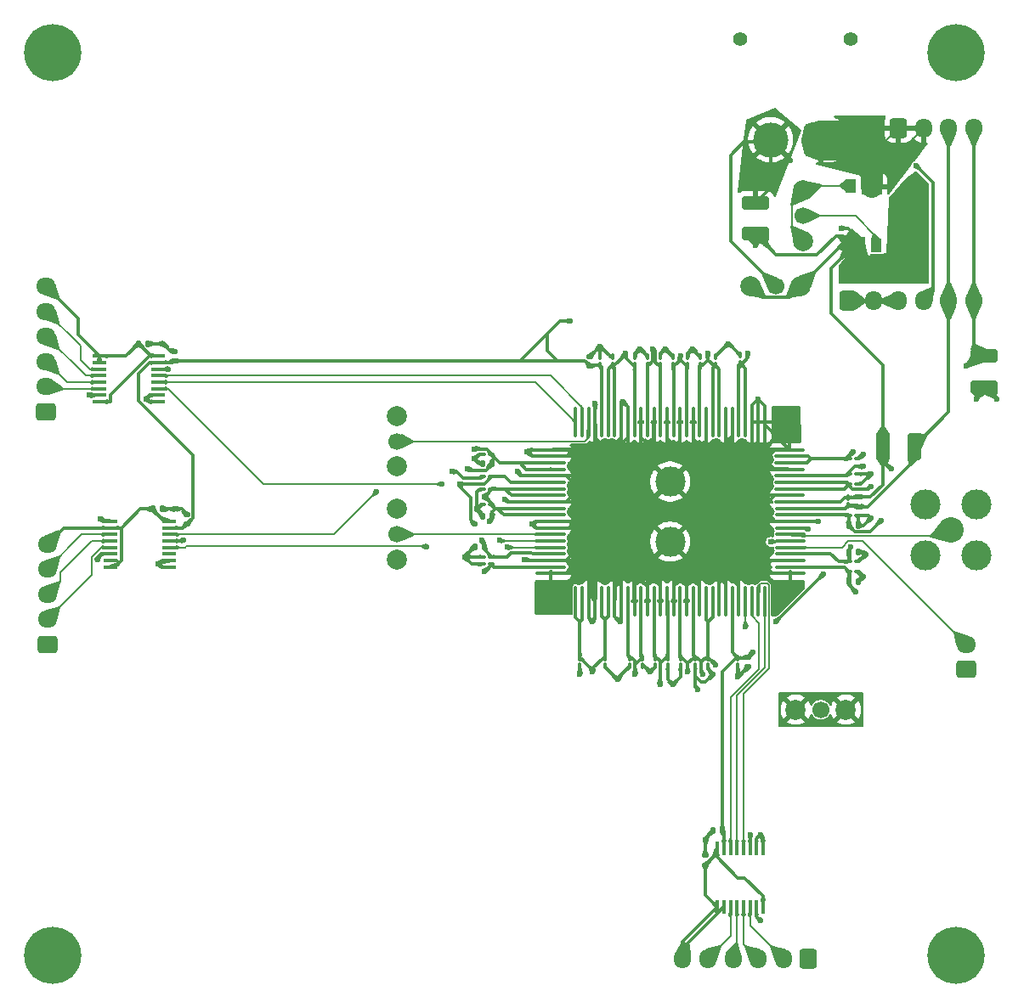
<source format=gtl>
%TF.GenerationSoftware,KiCad,Pcbnew,9.0.0*%
%TF.CreationDate,2025-02-23T16:43:11+09:00*%
%TF.ProjectId,YATA-PCB,59415441-2d50-4434-922e-6b696361645f,rev?*%
%TF.SameCoordinates,Original*%
%TF.FileFunction,Copper,L1,Top*%
%TF.FilePolarity,Positive*%
%FSLAX46Y46*%
G04 Gerber Fmt 4.6, Leading zero omitted, Abs format (unit mm)*
G04 Created by KiCad (PCBNEW 9.0.0) date 2025-02-23 16:43:11*
%MOMM*%
%LPD*%
G01*
G04 APERTURE LIST*
G04 Aperture macros list*
%AMRoundRect*
0 Rectangle with rounded corners*
0 $1 Rounding radius*
0 $2 $3 $4 $5 $6 $7 $8 $9 X,Y pos of 4 corners*
0 Add a 4 corners polygon primitive as box body*
4,1,4,$2,$3,$4,$5,$6,$7,$8,$9,$2,$3,0*
0 Add four circle primitives for the rounded corners*
1,1,$1+$1,$2,$3*
1,1,$1+$1,$4,$5*
1,1,$1+$1,$6,$7*
1,1,$1+$1,$8,$9*
0 Add four rect primitives between the rounded corners*
20,1,$1+$1,$2,$3,$4,$5,0*
20,1,$1+$1,$4,$5,$6,$7,0*
20,1,$1+$1,$6,$7,$8,$9,0*
20,1,$1+$1,$8,$9,$2,$3,0*%
G04 Aperture macros list end*
%TA.AperFunction,SMDPad,CuDef*%
%ADD10RoundRect,0.100000X-0.217500X-0.100000X0.217500X-0.100000X0.217500X0.100000X-0.217500X0.100000X0*%
%TD*%
%TA.AperFunction,ComponentPad*%
%ADD11RoundRect,0.250000X0.725000X-0.600000X0.725000X0.600000X-0.725000X0.600000X-0.725000X-0.600000X0*%
%TD*%
%TA.AperFunction,ComponentPad*%
%ADD12O,1.950000X1.700000*%
%TD*%
%TA.AperFunction,ComponentPad*%
%ADD13RoundRect,0.250000X-0.600000X-0.725000X0.600000X-0.725000X0.600000X0.725000X-0.600000X0.725000X0*%
%TD*%
%TA.AperFunction,ComponentPad*%
%ADD14O,1.700000X1.950000*%
%TD*%
%TA.AperFunction,SMDPad,CuDef*%
%ADD15R,0.450000X1.475000*%
%TD*%
%TA.AperFunction,SMDPad,CuDef*%
%ADD16RoundRect,0.140000X0.170000X-0.140000X0.170000X0.140000X-0.170000X0.140000X-0.170000X-0.140000X0*%
%TD*%
%TA.AperFunction,ComponentPad*%
%ADD17C,1.400000*%
%TD*%
%TA.AperFunction,ComponentPad*%
%ADD18RoundRect,0.770000X-0.980000X-0.980000X0.980000X-0.980000X0.980000X0.980000X-0.980000X0.980000X0*%
%TD*%
%TA.AperFunction,ComponentPad*%
%ADD19C,3.500000*%
%TD*%
%TA.AperFunction,SMDPad,CuDef*%
%ADD20RoundRect,0.100000X0.217500X0.100000X-0.217500X0.100000X-0.217500X-0.100000X0.217500X-0.100000X0*%
%TD*%
%TA.AperFunction,SMDPad,CuDef*%
%ADD21RoundRect,0.140000X-0.140000X-0.170000X0.140000X-0.170000X0.140000X0.170000X-0.140000X0.170000X0*%
%TD*%
%TA.AperFunction,SMDPad,CuDef*%
%ADD22RoundRect,0.100000X-0.100000X0.217500X-0.100000X-0.217500X0.100000X-0.217500X0.100000X0.217500X0*%
%TD*%
%TA.AperFunction,ComponentPad*%
%ADD23C,5.700000*%
%TD*%
%TA.AperFunction,SMDPad,CuDef*%
%ADD24RoundRect,0.100000X0.100000X-0.217500X0.100000X0.217500X-0.100000X0.217500X-0.100000X-0.217500X0*%
%TD*%
%TA.AperFunction,SMDPad,CuDef*%
%ADD25RoundRect,0.250000X-1.100000X0.412500X-1.100000X-0.412500X1.100000X-0.412500X1.100000X0.412500X0*%
%TD*%
%TA.AperFunction,SMDPad,CuDef*%
%ADD26RoundRect,0.140000X0.140000X0.170000X-0.140000X0.170000X-0.140000X-0.170000X0.140000X-0.170000X0*%
%TD*%
%TA.AperFunction,SMDPad,CuDef*%
%ADD27R,1.475000X0.450000*%
%TD*%
%TA.AperFunction,ComponentPad*%
%ADD28C,2.000000*%
%TD*%
%TA.AperFunction,ComponentPad*%
%ADD29C,1.700000*%
%TD*%
%TA.AperFunction,SMDPad,CuDef*%
%ADD30RoundRect,0.250000X0.412500X1.100000X-0.412500X1.100000X-0.412500X-1.100000X0.412500X-1.100000X0*%
%TD*%
%TA.AperFunction,SMDPad,CuDef*%
%ADD31RoundRect,0.087500X0.087500X-1.412500X0.087500X1.412500X-0.087500X1.412500X-0.087500X-1.412500X0*%
%TD*%
%TA.AperFunction,SMDPad,CuDef*%
%ADD32RoundRect,0.087500X1.412500X-0.087500X1.412500X0.087500X-1.412500X0.087500X-1.412500X-0.087500X0*%
%TD*%
%TA.AperFunction,ComponentPad*%
%ADD33C,3.000000*%
%TD*%
%TA.AperFunction,ComponentPad*%
%ADD34RoundRect,0.250000X0.600000X0.725000X-0.600000X0.725000X-0.600000X-0.725000X0.600000X-0.725000X0*%
%TD*%
%TA.AperFunction,SMDPad,CuDef*%
%ADD35R,2.010000X1.650000*%
%TD*%
%TA.AperFunction,SMDPad,CuDef*%
%ADD36R,1.140000X1.390000*%
%TD*%
%TA.AperFunction,ComponentPad*%
%ADD37C,2.540000*%
%TD*%
%TA.AperFunction,ViaPad*%
%ADD38C,0.600000*%
%TD*%
%TA.AperFunction,Conductor*%
%ADD39C,0.350000*%
%TD*%
%TA.AperFunction,Conductor*%
%ADD40C,0.200000*%
%TD*%
%TA.AperFunction,Conductor*%
%ADD41C,2.200000*%
%TD*%
%TA.AperFunction,Conductor*%
%ADD42C,4.000000*%
%TD*%
G04 APERTURE END LIST*
D10*
%TO.P,C19,1*%
%TO.N,+1V8*%
X159342500Y-105750000D03*
%TO.P,C19,2*%
%TO.N,GND*%
X160157500Y-105750000D03*
%TD*%
D11*
%TO.P,J18,1,Pin_1*%
%TO.N,GND*%
X171000000Y-116500000D03*
D12*
%TO.P,J18,2,Pin_2*%
%TO.N,ICSENSE*%
X171000000Y-114000000D03*
%TD*%
D13*
%TO.P,J8,1,Pin_1*%
%TO.N,GND*%
X159250000Y-79750000D03*
D14*
%TO.P,J8,2,Pin_2*%
X161750000Y-79750000D03*
%TO.P,J8,3,Pin_3*%
X164250000Y-79750000D03*
%TO.P,J8,4,Pin_4*%
%TO.N,+0V9*%
X166750000Y-79750000D03*
%TO.P,J8,5,Pin_5*%
%TO.N,PLL+0V9*%
X169250000Y-79750000D03*
%TO.P,J8,6,Pin_6*%
%TO.N,+1V8*%
X171750000Y-79750000D03*
%TD*%
D15*
%TO.P,IC2,1,DIR1*%
%TO.N,CSPI_3V3*%
X146200000Y-140188000D03*
%TO.P,IC2,2,DIR2*%
X146850000Y-140188000D03*
%TO.P,IC2,3,A1*%
%TO.N,Net-(IC2-A1)*%
X147500000Y-140188000D03*
%TO.P,IC2,4,A2*%
%TO.N,Net-(IC2-A2)*%
X148150000Y-140188000D03*
%TO.P,IC2,5,A3*%
%TO.N,Net-(IC2-A3)*%
X148800000Y-140188000D03*
%TO.P,IC2,6,A4*%
%TO.N,Net-(IC2-A4)*%
X149450000Y-140188000D03*
%TO.P,IC2,7,DIR3*%
%TO.N,GND*%
X150100000Y-140188000D03*
%TO.P,IC2,8,DIR4*%
%TO.N,CSPI_3V3*%
X150750000Y-140188000D03*
%TO.P,IC2,9,~{OE}*%
%TO.N,GND*%
X150750000Y-134312000D03*
%TO.P,IC2,10,GND*%
X150100000Y-134312000D03*
%TO.P,IC2,11,B4*%
%TO.N,CSS*%
X149450000Y-134312000D03*
%TO.P,IC2,12,B3*%
%TO.N,CMISO*%
X148800000Y-134312000D03*
%TO.P,IC2,13,B2*%
%TO.N,CMOSI*%
X148150000Y-134312000D03*
%TO.P,IC2,14,B1*%
%TO.N,CSCLK*%
X147500000Y-134312000D03*
%TO.P,IC2,15,VCCB*%
%TO.N,+1V8*%
X146850000Y-134312000D03*
%TO.P,IC2,16,VCCA*%
%TO.N,CSPI_3V3*%
X146200000Y-134312000D03*
%TD*%
D16*
%TO.P,C8,1*%
%TO.N,CSPI_3V3*%
X145000000Y-135980000D03*
%TO.P,C8,2*%
%TO.N,GND*%
X145000000Y-135020000D03*
%TD*%
D17*
%TO.P,J4,*%
%TO.N,*%
X148500000Y-53675000D03*
X159500000Y-53675000D03*
D18*
%TO.P,J4,1,Pin_1*%
%TO.N,Earth*%
X156500000Y-63675000D03*
D19*
%TO.P,J4,2,Pin_2*%
%TO.N,+0V9*%
X151500000Y-63675000D03*
%TD*%
D20*
%TO.P,C51,1*%
%TO.N,+0V9*%
X123657500Y-106000000D03*
%TO.P,C51,2*%
%TO.N,GND*%
X122842500Y-106000000D03*
%TD*%
D21*
%TO.P,C55,1*%
%TO.N,GND*%
X122770000Y-96000000D03*
%TO.P,C55,2*%
%TO.N,+0V9*%
X123730000Y-96000000D03*
%TD*%
D22*
%TO.P,C38,1*%
%TO.N,+0V9*%
X145250000Y-115342500D03*
%TO.P,C38,2*%
%TO.N,GND*%
X145250000Y-116157500D03*
%TD*%
%TO.P,C36,1*%
%TO.N,+0V9*%
X142500000Y-115342500D03*
%TO.P,C36,2*%
%TO.N,GND*%
X142500000Y-116157500D03*
%TD*%
%TO.P,C37,1*%
%TO.N,+0V9*%
X144000000Y-115342500D03*
%TO.P,C37,2*%
%TO.N,GND*%
X144000000Y-116157500D03*
%TD*%
D23*
%TO.P,J13,1,Pin_1*%
%TO.N,unconnected-(J13-Pin_1-Pad1)*%
X170000000Y-145000000D03*
%TD*%
D22*
%TO.P,C34,1*%
%TO.N,+0V9*%
X140000000Y-115342500D03*
%TO.P,C34,2*%
%TO.N,GND*%
X140000000Y-116157500D03*
%TD*%
D24*
%TO.P,C25,1*%
%TO.N,PLL+0V9*%
X159250000Y-100157500D03*
%TO.P,C25,2*%
%TO.N,GND*%
X159250000Y-99342500D03*
%TD*%
%TO.P,C48,1*%
%TO.N,+0V9*%
X138000000Y-86157500D03*
%TO.P,C48,2*%
%TO.N,GND*%
X138000000Y-85342500D03*
%TD*%
D11*
%TO.P,J3,1,Pin_1*%
%TO.N,GND*%
X79438000Y-113975000D03*
D12*
%TO.P,J3,2,Pin_2*%
%TO.N,Net-(IC3-A3)*%
X79438000Y-111475000D03*
%TO.P,J3,3,Pin_3*%
%TO.N,Net-(IC3-A2)*%
X79438000Y-108975000D03*
%TO.P,J3,4,Pin_4*%
%TO.N,Net-(IC3-A1)*%
X79438000Y-106475000D03*
%TO.P,J3,5,Pin_5*%
%TO.N,GPIO_3V3*%
X79438000Y-103975000D03*
%TD*%
D25*
%TO.P,C3,1*%
%TO.N,+0V9*%
X150000000Y-69937500D03*
%TO.P,C3,2*%
%TO.N,GND*%
X150000000Y-73062500D03*
%TD*%
D26*
%TO.P,C53,1*%
%TO.N,+0V9*%
X123730000Y-101250000D03*
%TO.P,C53,2*%
%TO.N,GND*%
X122770000Y-101250000D03*
%TD*%
D21*
%TO.P,C7,1*%
%TO.N,SPI_3V3*%
X88520000Y-84000000D03*
%TO.P,C7,2*%
%TO.N,GND*%
X89480000Y-84000000D03*
%TD*%
D10*
%TO.P,C28,1*%
%TO.N,+0V9*%
X159342500Y-101125000D03*
%TO.P,C28,2*%
%TO.N,GND*%
X160157500Y-101125000D03*
%TD*%
D21*
%TO.P,C21,1*%
%TO.N,+0V9*%
X159270000Y-107750000D03*
%TO.P,C21,2*%
%TO.N,GND*%
X160230000Y-107750000D03*
%TD*%
D23*
%TO.P,J11,1,Pin_1*%
%TO.N,unconnected-(J11-Pin_1-Pad1)*%
X170000000Y-55000000D03*
%TD*%
D16*
%TO.P,C20,1*%
%TO.N,PLL+0V9*%
X160250000Y-100250000D03*
%TO.P,C20,2*%
%TO.N,GND*%
X160250000Y-99290000D03*
%TD*%
D22*
%TO.P,C27,1*%
%TO.N,+0V9*%
X135000000Y-115342500D03*
%TO.P,C27,2*%
%TO.N,GND*%
X135000000Y-116157500D03*
%TD*%
D27*
%TO.P,IC3,1,DIR1*%
%TO.N,GND*%
X85721308Y-101725000D03*
%TO.P,IC3,2,DIR2*%
%TO.N,GPIO_3V3*%
X85721308Y-102375000D03*
%TO.P,IC3,3,A1*%
%TO.N,Net-(IC3-A1)*%
X85721308Y-103025000D03*
%TO.P,IC3,4,A2*%
%TO.N,Net-(IC3-A2)*%
X85721308Y-103675000D03*
%TO.P,IC3,5,A3*%
%TO.N,Net-(IC3-A3)*%
X85721308Y-104325000D03*
%TO.P,IC3,6,A4*%
%TO.N,GND*%
X85721308Y-104975000D03*
%TO.P,IC3,7,DIR3*%
%TO.N,GPIO_3V3*%
X85721308Y-105625000D03*
%TO.P,IC3,8,DIR4*%
X85721308Y-106275000D03*
%TO.P,IC3,9,~{OE}*%
%TO.N,GND*%
X91597308Y-106275000D03*
%TO.P,IC3,10,GND*%
X91597308Y-105625000D03*
%TO.P,IC3,11,B4*%
%TO.N,unconnected-(IC3-B4-Pad11)*%
X91597308Y-104975000D03*
%TO.P,IC3,12,B3*%
%TO.N,reset*%
X91597308Y-104325000D03*
%TO.P,IC3,13,B2*%
%TO.N,PLLBYPASS*%
X91597308Y-103675000D03*
%TO.P,IC3,14,B1*%
%TO.N,fin*%
X91597308Y-103025000D03*
%TO.P,IC3,15,VCCB*%
%TO.N,+1V8*%
X91597308Y-102375000D03*
%TO.P,IC3,16,VCCA*%
%TO.N,GPIO_3V3*%
X91597308Y-101725000D03*
%TD*%
D24*
%TO.P,C45,1*%
%TO.N,+0V9*%
X141750000Y-86157500D03*
%TO.P,C45,2*%
%TO.N,GND*%
X141750000Y-85342500D03*
%TD*%
D20*
%TO.P,C56,1*%
%TO.N,+1V8*%
X123657500Y-105250000D03*
%TO.P,C56,2*%
%TO.N,GND*%
X122842500Y-105250000D03*
%TD*%
D13*
%TO.P,J5,1,Pin_1*%
%TO.N,Earth*%
X164250000Y-62500000D03*
D14*
%TO.P,J5,2,Pin_2*%
X166750000Y-62500000D03*
%TO.P,J5,3,Pin_3*%
%TO.N,PLL+0V9*%
X169250000Y-62500000D03*
%TO.P,J5,4,Pin_4*%
%TO.N,+1V8*%
X171750000Y-62500000D03*
%TD*%
D22*
%TO.P,C32,1*%
%TO.N,+0V9*%
X137500000Y-115342500D03*
%TO.P,C32,2*%
%TO.N,GND*%
X137500000Y-116157500D03*
%TD*%
D28*
%TO.P,J19,1,Pin_1*%
%TO.N,Net-(J19-Pin_1)*%
X154750000Y-68750000D03*
X154750000Y-73750000D03*
D29*
%TO.P,J19,2,Pin_2*%
%TO.N,Net-(J19-Pin_2)*%
X154750000Y-71250000D03*
%TD*%
D22*
%TO.P,C26,1*%
%TO.N,+0V9*%
X132500000Y-115342500D03*
%TO.P,C26,2*%
%TO.N,GND*%
X132500000Y-116157500D03*
%TD*%
D20*
%TO.P,C50,1*%
%TO.N,+0V9*%
X123657500Y-98500000D03*
%TO.P,C50,2*%
%TO.N,GND*%
X122842500Y-98500000D03*
%TD*%
D28*
%TO.P,J7,1,Pin_1*%
%TO.N,GND*%
X154000000Y-120500000D03*
X159000000Y-120500000D03*
D29*
%TO.P,J7,2,Pin_2*%
%TO.N,dividedclk*%
X156500000Y-120500000D03*
%TD*%
D24*
%TO.P,C57,1*%
%TO.N,+1V8*%
X134500000Y-86157500D03*
%TO.P,C57,2*%
%TO.N,GND*%
X134500000Y-85342500D03*
%TD*%
D22*
%TO.P,C35,1*%
%TO.N,+0V9*%
X141250000Y-115342500D03*
%TO.P,C35,2*%
%TO.N,GND*%
X141250000Y-116157500D03*
%TD*%
D10*
%TO.P,C39,1*%
%TO.N,+0V9*%
X159342500Y-98000000D03*
%TO.P,C39,2*%
%TO.N,GND*%
X160157500Y-98000000D03*
%TD*%
D24*
%TO.P,C44,1*%
%TO.N,+0V9*%
X143250000Y-86157500D03*
%TO.P,C44,2*%
%TO.N,GND*%
X143250000Y-85342500D03*
%TD*%
D30*
%TO.P,C11,1*%
%TO.N,PLL+0V9*%
X165812500Y-94250000D03*
%TO.P,C11,2*%
%TO.N,GND*%
X162687500Y-94250000D03*
%TD*%
D10*
%TO.P,C40,1*%
%TO.N,+0V9*%
X159342500Y-95500000D03*
%TO.P,C40,2*%
%TO.N,GND*%
X160157500Y-95500000D03*
%TD*%
D20*
%TO.P,C41,1*%
%TO.N,+0V9*%
X123657500Y-100000000D03*
%TO.P,C41,2*%
%TO.N,GND*%
X122842500Y-100000000D03*
%TD*%
D16*
%TO.P,C24,1*%
%TO.N,GND*%
X149250000Y-116230000D03*
%TO.P,C24,2*%
%TO.N,+1V8*%
X149250000Y-115270000D03*
%TD*%
D31*
%TO.P,J9,1,1*%
%TO.N,+0V9*%
X132075000Y-109650000D03*
%TO.P,J9,2,2*%
X132725000Y-109650000D03*
%TO.P,J9,3,3*%
%TO.N,GND*%
X133375000Y-109650000D03*
%TO.P,J9,4,4*%
X134025000Y-109650000D03*
%TO.P,J9,5,5*%
%TO.N,+0V9*%
X134675000Y-109650000D03*
%TO.P,J9,6,6*%
X135325000Y-109650000D03*
%TO.P,J9,7,7*%
%TO.N,GND*%
X135975000Y-109650000D03*
%TO.P,J9,8,8*%
X136625000Y-109650000D03*
%TO.P,J9,9,9*%
%TO.N,+0V9*%
X137275000Y-109650000D03*
%TO.P,J9,10,10*%
%TO.N,GND*%
X137925000Y-109650000D03*
%TO.P,J9,11,11*%
%TO.N,+0V9*%
X138575000Y-109650000D03*
%TO.P,J9,12,12*%
%TO.N,GND*%
X139225000Y-109650000D03*
%TO.P,J9,13,13*%
%TO.N,+0V9*%
X139875000Y-109650000D03*
%TO.P,J9,14,14*%
%TO.N,GND*%
X140525000Y-109650000D03*
%TO.P,J9,15,15*%
%TO.N,+0V9*%
X141175000Y-109650000D03*
%TO.P,J9,16,16*%
%TO.N,GND*%
X141825000Y-109650000D03*
%TO.P,J9,17,17*%
%TO.N,+0V9*%
X142475000Y-109650000D03*
%TO.P,J9,18,18*%
%TO.N,GND*%
X143125000Y-109650000D03*
%TO.P,J9,19,19*%
%TO.N,+0V9*%
X143775000Y-109650000D03*
%TO.P,J9,20,20*%
%TO.N,GND*%
X144425000Y-109650000D03*
%TO.P,J9,21,21*%
%TO.N,+0V9*%
X145075000Y-109650000D03*
%TO.P,J9,22,22*%
X145725000Y-109650000D03*
%TO.P,J9,23,23*%
%TO.N,GND*%
X146375000Y-109650000D03*
%TO.P,J9,24,24*%
X147025000Y-109650000D03*
%TO.P,J9,25,25*%
%TO.N,+1V8*%
X147675000Y-109650000D03*
%TO.P,J9,26,26*%
%TO.N,GND*%
X148325000Y-109650000D03*
%TO.P,J9,27,27*%
%TO.N,CSS*%
X148975000Y-109650000D03*
%TO.P,J9,28,28*%
%TO.N,CSCLK*%
X149625000Y-109650000D03*
%TO.P,J9,29,29*%
%TO.N,CMISO*%
X150275000Y-109650000D03*
%TO.P,J9,30,30*%
%TO.N,CMOSI*%
X150925000Y-109650000D03*
D32*
%TO.P,J9,31,31*%
%TO.N,GND*%
X153438000Y-106925000D03*
%TO.P,J9,32,32*%
%TO.N,+0V9*%
X153438000Y-106275000D03*
%TO.P,J9,33,33*%
%TO.N,GND*%
X153438000Y-105625000D03*
%TO.P,J9,34,34*%
%TO.N,+1V8*%
X153438000Y-104975000D03*
%TO.P,J9,35,35*%
%TO.N,ICSENSE*%
X153438000Y-104325000D03*
%TO.P,J9,36,36*%
%TO.N,PLLBYPASS*%
X153438000Y-103675000D03*
%TO.P,J9,37,37*%
%TO.N,clock*%
X153438000Y-103025000D03*
%TO.P,J9,38,38*%
%TO.N,dividedclk*%
X153438000Y-102375000D03*
%TO.P,J9,39,39*%
%TO.N,GND*%
X153438000Y-101725000D03*
%TO.P,J9,40,40*%
%TO.N,+0V9*%
X153438000Y-101075000D03*
%TO.P,J9,41,41*%
%TO.N,PLL+0V9*%
X153438000Y-100425000D03*
%TO.P,J9,42,42*%
%TO.N,GND*%
X153400000Y-99775000D03*
%TO.P,J9,43,43*%
X153400000Y-99125000D03*
%TO.P,J9,44,44*%
%TO.N,+0V9*%
X153400000Y-98475000D03*
%TO.P,J9,45,45*%
X153400000Y-97825000D03*
%TO.P,J9,46,46*%
%TO.N,+1V8*%
X153400000Y-97175000D03*
%TO.P,J9,47,47*%
%TO.N,GND*%
X153400000Y-96525000D03*
%TO.P,J9,48,48*%
%TO.N,+0V9*%
X153400000Y-95875000D03*
%TO.P,J9,49,49*%
X153400000Y-95225000D03*
%TO.P,J9,50,50*%
%TO.N,GND*%
X153400000Y-94575000D03*
D31*
%TO.P,J9,51,51*%
X150925000Y-91850000D03*
%TO.P,J9,52,52*%
X150275000Y-91850000D03*
%TO.P,J9,53,53*%
X149625000Y-91850000D03*
%TO.P,J9,54,54*%
%TO.N,+0V9*%
X148975000Y-91850000D03*
%TO.P,J9,55,55*%
X148325000Y-91850000D03*
%TO.P,J9,56,56*%
%TO.N,GND*%
X147675000Y-91850000D03*
%TO.P,J9,57,57*%
X147025000Y-91850000D03*
%TO.P,J9,58,58*%
%TO.N,+0V9*%
X146375000Y-91850000D03*
%TO.P,J9,59,59*%
X145725000Y-91850000D03*
%TO.P,J9,60,60*%
%TO.N,GND*%
X145075000Y-91850000D03*
%TO.P,J9,61,61*%
%TO.N,+0V9*%
X144425000Y-91850000D03*
%TO.P,J9,62,62*%
%TO.N,GND*%
X143775000Y-91850000D03*
%TO.P,J9,63,63*%
%TO.N,+0V9*%
X143125000Y-91850000D03*
%TO.P,J9,64,64*%
%TO.N,GND*%
X142475000Y-91850000D03*
%TO.P,J9,65,65*%
%TO.N,+0V9*%
X141825000Y-91850000D03*
%TO.P,J9,66,66*%
%TO.N,GND*%
X141175000Y-91850000D03*
%TO.P,J9,67,67*%
%TO.N,+0V9*%
X140525000Y-91850000D03*
%TO.P,J9,68,68*%
%TO.N,GND*%
X139875000Y-91850000D03*
%TO.P,J9,69,69*%
%TO.N,+0V9*%
X139225000Y-91850000D03*
%TO.P,J9,70,70*%
%TO.N,GND*%
X138575000Y-91850000D03*
%TO.P,J9,71,71*%
%TO.N,+0V9*%
X137925000Y-91850000D03*
%TO.P,J9,72,72*%
%TO.N,GND*%
X137275000Y-91850000D03*
%TO.P,J9,73,73*%
X136625000Y-91850000D03*
%TO.P,J9,74,74*%
%TO.N,+0V9*%
X135975000Y-91850000D03*
%TO.P,J9,75,75*%
X135325000Y-91850000D03*
%TO.P,J9,76,76*%
%TO.N,+1V8*%
X134675000Y-91850000D03*
%TO.P,J9,77,77*%
%TO.N,GND*%
X134025000Y-91850000D03*
%TO.P,J9,78,78*%
%TO.N,fin*%
X133375000Y-91850000D03*
%TO.P,J9,79,79*%
%TO.N,MOSI*%
X132725000Y-91850000D03*
%TO.P,J9,80,80*%
%TO.N,MISO*%
X132075000Y-91850000D03*
D32*
%TO.P,J9,81,81*%
%TO.N,GND*%
X129600000Y-94575000D03*
%TO.P,J9,82,82*%
X129612800Y-95225000D03*
%TO.P,J9,83,83*%
%TO.N,+0V9*%
X129612800Y-95875000D03*
%TO.P,J9,84,84*%
X129612800Y-96525000D03*
%TO.P,J9,85,85*%
%TO.N,GND*%
X129612800Y-97175000D03*
%TO.P,J9,86,86*%
%TO.N,+1V8*%
X129612800Y-97825000D03*
%TO.P,J9,87,87*%
%TO.N,+0V9*%
X129612800Y-98475000D03*
%TO.P,J9,88,88*%
X129612800Y-99125000D03*
%TO.P,J9,89,89*%
%TO.N,GND*%
X129612800Y-99775000D03*
%TO.P,J9,90,90*%
%TO.N,+0V9*%
X129612800Y-100425000D03*
%TO.P,J9,91,91*%
X129612800Y-101075000D03*
%TO.P,J9,92,92*%
%TO.N,GND*%
X129612800Y-101725000D03*
%TO.P,J9,93,93*%
X129612800Y-102375000D03*
%TO.P,J9,94,94*%
%TO.N,SCLK*%
X129612800Y-103025000D03*
%TO.P,J9,95,95*%
%TO.N,SS*%
X129612800Y-103675000D03*
%TO.P,J9,96,96*%
%TO.N,reset*%
X129612800Y-104325000D03*
%TO.P,J9,97,97*%
%TO.N,+1V8*%
X129612800Y-104975000D03*
%TO.P,J9,98,98*%
%TO.N,GND*%
X129612800Y-105625000D03*
%TO.P,J9,99,99*%
%TO.N,+0V9*%
X129612800Y-106275000D03*
%TO.P,J9,100,100*%
%TO.N,GND*%
X129612800Y-106925000D03*
D33*
%TO.P,J9,MH1,MH1*%
X141500000Y-103750000D03*
%TO.P,J9,MH2,MH2*%
X141500000Y-97750000D03*
%TD*%
D28*
%TO.P,J15,1,Pin_1*%
%TO.N,GND*%
X114250000Y-96250000D03*
X114250000Y-91250000D03*
D29*
%TO.P,J15,2,Pin_2*%
%TO.N,fin*%
X114250000Y-93750000D03*
%TD*%
D23*
%TO.P,J12,1,Pin_1*%
%TO.N,unconnected-(J12-Pin_1-Pad1)*%
X80000000Y-145000000D03*
%TD*%
D10*
%TO.P,C49,1*%
%TO.N,GND*%
X122842500Y-95000000D03*
%TO.P,C49,2*%
%TO.N,+0V9*%
X123657500Y-95000000D03*
%TD*%
D26*
%TO.P,C22,1*%
%TO.N,GND*%
X160230000Y-102125000D03*
%TO.P,C22,2*%
%TO.N,+0V9*%
X159270000Y-102125000D03*
%TD*%
D10*
%TO.P,C58,1*%
%TO.N,GND*%
X122842500Y-97250000D03*
%TO.P,C58,2*%
%TO.N,+1V8*%
X123657500Y-97250000D03*
%TD*%
D23*
%TO.P,J10,1,Pin_1*%
%TO.N,unconnected-(J10-Pin_1-Pad1)*%
X80000000Y-55000000D03*
%TD*%
D27*
%TO.P,IC1,1,DIR1*%
%TO.N,SPI_3V3*%
X84624000Y-85250000D03*
%TO.P,IC1,2,DIR2*%
X84624000Y-85900000D03*
%TO.P,IC1,3,A1*%
%TO.N,Net-(IC1-A1)*%
X84624000Y-86550000D03*
%TO.P,IC1,4,A2*%
%TO.N,Net-(IC1-A2)*%
X84624000Y-87200000D03*
%TO.P,IC1,5,A3*%
%TO.N,Net-(IC1-A3)*%
X84624000Y-87850000D03*
%TO.P,IC1,6,A4*%
%TO.N,Net-(IC1-A4)*%
X84624000Y-88500000D03*
%TO.P,IC1,7,DIR3*%
%TO.N,GND*%
X84624000Y-89150000D03*
%TO.P,IC1,8,DIR4*%
%TO.N,SPI_3V3*%
X84624000Y-89800000D03*
%TO.P,IC1,9,~{OE}*%
%TO.N,GND*%
X90500000Y-89800000D03*
%TO.P,IC1,10,GND*%
X90500000Y-89150000D03*
%TO.P,IC1,11,B4*%
%TO.N,SS*%
X90500000Y-88500000D03*
%TO.P,IC1,12,B3*%
%TO.N,MISO*%
X90500000Y-87850000D03*
%TO.P,IC1,13,B2*%
%TO.N,MOSI*%
X90500000Y-87200000D03*
%TO.P,IC1,14,B1*%
%TO.N,SCLK*%
X90500000Y-86550000D03*
%TO.P,IC1,15,VCCB*%
%TO.N,+1V8*%
X90500000Y-85900000D03*
%TO.P,IC1,16,VCCA*%
%TO.N,SPI_3V3*%
X90500000Y-85250000D03*
%TD*%
D34*
%TO.P,J2,1,Pin_1*%
%TO.N,GND*%
X155250000Y-145312000D03*
D14*
%TO.P,J2,2,Pin_2*%
%TO.N,Net-(IC2-A4)*%
X152750000Y-145312000D03*
%TO.P,J2,3,Pin_3*%
%TO.N,Net-(IC2-A3)*%
X150250000Y-145312000D03*
%TO.P,J2,4,Pin_4*%
%TO.N,Net-(IC2-A2)*%
X147750000Y-145312000D03*
%TO.P,J2,5,Pin_5*%
%TO.N,Net-(IC2-A1)*%
X145250000Y-145312000D03*
%TO.P,J2,6,Pin_6*%
%TO.N,CSPI_3V3*%
X142750000Y-145312000D03*
%TD*%
D11*
%TO.P,J1,1,Pin_1*%
%TO.N,GND*%
X79312000Y-90775000D03*
D12*
%TO.P,J1,2,Pin_2*%
%TO.N,Net-(IC1-A4)*%
X79312000Y-88275000D03*
%TO.P,J1,3,Pin_3*%
%TO.N,Net-(IC1-A3)*%
X79312000Y-85775000D03*
%TO.P,J1,4,Pin_4*%
%TO.N,Net-(IC1-A2)*%
X79312000Y-83275000D03*
%TO.P,J1,5,Pin_5*%
%TO.N,Net-(IC1-A1)*%
X79312000Y-80775000D03*
%TO.P,J1,6,Pin_6*%
%TO.N,SPI_3V3*%
X79312000Y-78275000D03*
%TD*%
D22*
%TO.P,C42,1*%
%TO.N,GND*%
X146000000Y-85342500D03*
%TO.P,C42,2*%
%TO.N,+0V9*%
X146000000Y-86157500D03*
%TD*%
D10*
%TO.P,C30,1*%
%TO.N,+0V9*%
X159342500Y-106750000D03*
%TO.P,C30,2*%
%TO.N,GND*%
X160157500Y-106750000D03*
%TD*%
D16*
%TO.P,C16,1*%
%TO.N,+1V8*%
X93347308Y-101980000D03*
%TO.P,C16,2*%
%TO.N,GND*%
X93347308Y-101020000D03*
%TD*%
%TO.P,C18,1*%
%TO.N,+1V8*%
X92062000Y-85735000D03*
%TO.P,C18,2*%
%TO.N,GND*%
X92062000Y-84775000D03*
%TD*%
D25*
%TO.P,C4,1*%
%TO.N,+1V8*%
X172750000Y-85187500D03*
%TO.P,C4,2*%
%TO.N,GND*%
X172750000Y-88312500D03*
%TD*%
D26*
%TO.P,C23,1*%
%TO.N,+1V8*%
X146710000Y-132562000D03*
%TO.P,C23,2*%
%TO.N,GND*%
X145750000Y-132562000D03*
%TD*%
D24*
%TO.P,C47,1*%
%TO.N,+0V9*%
X139250000Y-86157500D03*
%TO.P,C47,2*%
%TO.N,GND*%
X139250000Y-85342500D03*
%TD*%
D28*
%TO.P,J14,1,Pin_1*%
%TO.N,GND*%
X114250000Y-105500000D03*
X114250000Y-100500000D03*
D29*
%TO.P,J14,2,Pin_2*%
%TO.N,SCLK*%
X114250000Y-103000000D03*
%TD*%
D28*
%TO.P,J20,1,Pin_1*%
%TO.N,GND*%
X149500000Y-78250000D03*
X154500000Y-78250000D03*
D29*
%TO.P,J20,2,Pin_2*%
%TO.N,+0V9*%
X152000000Y-78250000D03*
%TD*%
D24*
%TO.P,C46,1*%
%TO.N,+0V9*%
X140500000Y-86157500D03*
%TO.P,C46,2*%
%TO.N,GND*%
X140500000Y-85342500D03*
%TD*%
D22*
%TO.P,C52,1*%
%TO.N,GND*%
X148500000Y-85160000D03*
%TO.P,C52,2*%
%TO.N,+0V9*%
X148500000Y-85975000D03*
%TD*%
D26*
%TO.P,C59,1*%
%TO.N,+1V8*%
X122980000Y-104250000D03*
%TO.P,C59,2*%
%TO.N,GND*%
X122020000Y-104250000D03*
%TD*%
D22*
%TO.P,C33,1*%
%TO.N,+0V9*%
X138750000Y-115342500D03*
%TO.P,C33,2*%
%TO.N,GND*%
X138750000Y-116157500D03*
%TD*%
D24*
%TO.P,C43,1*%
%TO.N,+0V9*%
X144500000Y-86157500D03*
%TO.P,C43,2*%
%TO.N,GND*%
X144500000Y-85342500D03*
%TD*%
D10*
%TO.P,C31,1*%
%TO.N,+1V8*%
X159342500Y-97000000D03*
%TO.P,C31,2*%
%TO.N,GND*%
X160157500Y-97000000D03*
%TD*%
D22*
%TO.P,C29,1*%
%TO.N,+1V8*%
X148250000Y-115342500D03*
%TO.P,C29,2*%
%TO.N,GND*%
X148250000Y-116157500D03*
%TD*%
%TO.P,C54,1*%
%TO.N,GND*%
X135750000Y-85342500D03*
%TO.P,C54,2*%
%TO.N,+0V9*%
X135750000Y-86157500D03*
%TD*%
D21*
%TO.P,C10,1*%
%TO.N,GPIO_3V3*%
X89929308Y-100500000D03*
%TO.P,C10,2*%
%TO.N,GND*%
X90889308Y-100500000D03*
%TD*%
D35*
%TO.P,R1,1,1*%
%TO.N,Earth*%
X161605000Y-68380000D03*
D36*
%TO.P,R1,2,2*%
%TO.N,Net-(J19-Pin_1)*%
X159500000Y-68250000D03*
%TO.P,R1,3,3*%
%TO.N,Net-(J19-Pin_2)*%
X162036000Y-74220000D03*
D35*
%TO.P,R1,4,4*%
%TO.N,GND*%
X159935000Y-74090000D03*
%TD*%
D33*
%TO.P,J6,1,Pin_1*%
%TO.N,GND*%
X166920000Y-100000000D03*
X166920000Y-105080000D03*
X172000000Y-100000000D03*
X172000000Y-105080000D03*
D37*
%TO.P,J6,2,Pin_2*%
%TO.N,clock*%
X169460000Y-102540000D03*
%TD*%
D21*
%TO.P,C14,1*%
%TO.N,+1V8*%
X159270000Y-104750000D03*
%TO.P,C14,2*%
%TO.N,GND*%
X160230000Y-104750000D03*
%TD*%
D16*
%TO.P,C60,1*%
%TO.N,+1V8*%
X133500000Y-86230000D03*
%TO.P,C60,2*%
%TO.N,GND*%
X133500000Y-85270000D03*
%TD*%
D38*
%TO.N,GND*%
X150250000Y-89500000D03*
X159750000Y-77500000D03*
X150500000Y-141500000D03*
X161750000Y-76500000D03*
X125000000Y-99500000D03*
X150968750Y-74031250D03*
X84750000Y-101500000D03*
X145000000Y-133500000D03*
X166750000Y-73500000D03*
X156250000Y-101750000D03*
X158500000Y-72500000D03*
X138500000Y-84500000D03*
X131750000Y-98250000D03*
X131750000Y-94750000D03*
X165750000Y-70500000D03*
X164750000Y-72500000D03*
X163750000Y-75500000D03*
X164750000Y-77500000D03*
X141750000Y-118000000D03*
X84439823Y-105517515D03*
X161500000Y-101375000D03*
X132500000Y-117000000D03*
X163750000Y-76500000D03*
X159750000Y-76500000D03*
X164750000Y-73500000D03*
X164750000Y-76500000D03*
X164750000Y-75500000D03*
X131750000Y-106250000D03*
X129750000Y-108500000D03*
X172000000Y-89500000D03*
X164750000Y-70500000D03*
X166750000Y-72500000D03*
X146750000Y-107500000D03*
X133750000Y-107750000D03*
X135500000Y-94250000D03*
X127250000Y-94750000D03*
X164750000Y-74500000D03*
X151000000Y-106250000D03*
X163750000Y-69500000D03*
X139250000Y-94000000D03*
X139500000Y-116750000D03*
X91000000Y-84000000D03*
X151250000Y-95500000D03*
X164750000Y-69500000D03*
X165750000Y-71500000D03*
X119750000Y-96750000D03*
X142500000Y-107500000D03*
X160750000Y-75500000D03*
X163750000Y-70500000D03*
X132000000Y-101725000D03*
X158750000Y-77500000D03*
X166750000Y-69500000D03*
X166750000Y-77500000D03*
X165750000Y-72500000D03*
X162750000Y-76500000D03*
X161750000Y-77500000D03*
X136500000Y-111750000D03*
X163750000Y-73500000D03*
X163500000Y-96500000D03*
X152037500Y-93212500D03*
X165750000Y-69500000D03*
X134500000Y-84250000D03*
X141000000Y-84500000D03*
X147250000Y-84000000D03*
X165750000Y-76500000D03*
X166750000Y-71500000D03*
X163750000Y-77500000D03*
X160750000Y-107250000D03*
X133750000Y-111750000D03*
X122250000Y-100500000D03*
X127000000Y-105500000D03*
X161500000Y-97000000D03*
X165750000Y-75500000D03*
X165750000Y-68500000D03*
X122000000Y-95500000D03*
X166750000Y-70500000D03*
X143750000Y-107500000D03*
X165750000Y-73500000D03*
X160750000Y-76500000D03*
X136250000Y-117500000D03*
X174000000Y-89500000D03*
X163750000Y-72500000D03*
X121000000Y-105250000D03*
X89250000Y-89500000D03*
X165750000Y-77500000D03*
X144500000Y-94250000D03*
X160750000Y-77500000D03*
X163750000Y-71500000D03*
X90500000Y-106000000D03*
X164750000Y-71500000D03*
X165750000Y-67500000D03*
X158750000Y-76500000D03*
X151250000Y-101000000D03*
X127750000Y-102000000D03*
X145750000Y-117000000D03*
X165750000Y-74500000D03*
X138500000Y-107500000D03*
X144250000Y-118500000D03*
X150500000Y-133000000D03*
X126250000Y-96750000D03*
X92250000Y-100500000D03*
X162750000Y-75500000D03*
X136250000Y-107750000D03*
X148250000Y-117250000D03*
X134000000Y-90000000D03*
X161750000Y-75500000D03*
X163750000Y-74500000D03*
X161000000Y-105000000D03*
X166750000Y-76500000D03*
X166750000Y-75500000D03*
X147250000Y-93750000D03*
X153000000Y-108750000D03*
X142000000Y-94250000D03*
X83623107Y-89149999D03*
X159750000Y-75500000D03*
X136750000Y-89750000D03*
X139750000Y-107500000D03*
X143750000Y-84500000D03*
X166750000Y-74500000D03*
X150000000Y-74250000D03*
X160750000Y-95000000D03*
X162750000Y-77500000D03*
%TO.N,reset*%
X125250000Y-104300000D03*
X117250000Y-104250000D03*
%TO.N,fin*%
X112250000Y-98750000D03*
%TO.N,PLLBYPASS*%
X151500000Y-103750000D03*
X93000000Y-103625000D03*
%TO.N,CSS*%
X149500000Y-133000000D03*
X149000000Y-112250000D03*
%TO.N,SS*%
X124510000Y-103625772D03*
X118750000Y-98000000D03*
%TO.N,SCLK*%
X91500892Y-86549999D03*
%TO.N,dividedclk*%
X155250000Y-102500000D03*
%TO.N,+1V8*%
X159500000Y-104250000D03*
X156750000Y-107000000D03*
X122750000Y-103625000D03*
X131500000Y-81750000D03*
X120500000Y-98000000D03*
X149750000Y-114750000D03*
X122007746Y-101972048D03*
X152000000Y-111750000D03*
X160750000Y-96250000D03*
X171000000Y-86250000D03*
%TO.N,+0V9*%
X166000000Y-66250000D03*
X143250000Y-116750000D03*
X138000000Y-117000000D03*
X142500000Y-85250000D03*
X123500000Y-101750000D03*
X146000000Y-116000000D03*
X144750000Y-117000000D03*
X149250000Y-85000000D03*
X122000000Y-94500000D03*
X123000000Y-99250000D03*
X153500000Y-65750000D03*
X137000000Y-85000000D03*
X121250000Y-96500000D03*
X145250000Y-85000000D03*
X123000000Y-106750000D03*
X160000000Y-108750000D03*
X161500000Y-98250000D03*
X140500000Y-118000000D03*
X162500000Y-101625000D03*
X139750000Y-84500000D03*
X133750000Y-116750000D03*
X159750000Y-94750000D03*
%TD*%
D39*
%TO.N,GND*%
X150750000Y-133250000D02*
X150500000Y-133000000D01*
X159750000Y-76500000D02*
X166750000Y-76500000D01*
X90775000Y-106275000D02*
X90500000Y-106000000D01*
X140500000Y-85342500D02*
X140500000Y-85000000D01*
X121750000Y-106000000D02*
X121125000Y-105375000D01*
X135000000Y-116250000D02*
X136250000Y-117500000D01*
X136625000Y-108125000D02*
X136250000Y-107750000D01*
X153400000Y-99775000D02*
X158475000Y-99775000D01*
X145000000Y-135020000D02*
X145000000Y-133312000D01*
X131125000Y-105625000D02*
X131750000Y-106250000D01*
X145000000Y-133312000D02*
X145750000Y-132562000D01*
X90875000Y-105625000D02*
X90500000Y-106000000D01*
X127425000Y-94575000D02*
X127250000Y-94750000D01*
X143125000Y-108125000D02*
X143750000Y-107500000D01*
X139874999Y-107500000D02*
X139750000Y-107500000D01*
X160750000Y-102125000D02*
X161500000Y-101375000D01*
X161047500Y-75202500D02*
X160797500Y-74952500D01*
X136625000Y-89875000D02*
X136750000Y-89750000D01*
X139250000Y-85342500D02*
X139250000Y-85250000D01*
X153400000Y-94575000D02*
X152037500Y-93212500D01*
X172750000Y-88312500D02*
X172812500Y-88312500D01*
X157500000Y-76500000D02*
X159910000Y-74090000D01*
X141825000Y-109650000D02*
X141825000Y-108175000D01*
X143750000Y-84500000D02*
X143750000Y-84592500D01*
X122642500Y-97450000D02*
X120877725Y-97450000D01*
X150000000Y-73062500D02*
X150000000Y-74250000D01*
X154500000Y-78250000D02*
X153347000Y-79403000D01*
X158500000Y-72500000D02*
X159250000Y-72500000D01*
X172750000Y-88750000D02*
X172000000Y-89500000D01*
X159935000Y-74090000D02*
X159935000Y-74685000D01*
X135592500Y-85342500D02*
X134500000Y-84250000D01*
X145075000Y-91850000D02*
X145075000Y-93675000D01*
X129612800Y-102375000D02*
X131250000Y-102375000D01*
X131075000Y-106925000D02*
X131750000Y-106250000D01*
X152063500Y-75126000D02*
X150968750Y-74031250D01*
X129612800Y-99775000D02*
X125275000Y-99775000D01*
X137275000Y-91850000D02*
X137275000Y-90275000D01*
X135975000Y-111225000D02*
X136500000Y-111750000D01*
X159250000Y-99342500D02*
X160197500Y-99342500D01*
X131112799Y-97175000D02*
X131750000Y-97812201D01*
X141750000Y-85342500D02*
X141750000Y-85250000D01*
X133750000Y-109375000D02*
X134025000Y-109650000D01*
X160157500Y-97000000D02*
X161500000Y-97000000D01*
X144572275Y-117750000D02*
X145000000Y-117750000D01*
X141750000Y-85250000D02*
X141000000Y-84500000D01*
X128025000Y-101725000D02*
X127750000Y-102000000D01*
X160000000Y-75500000D02*
X160375000Y-75125000D01*
X91597308Y-105625000D02*
X90875000Y-105625000D01*
X151250000Y-95225001D02*
X151250000Y-95500000D01*
X150275000Y-89525000D02*
X150250000Y-89500000D01*
X172750000Y-88312500D02*
X172750000Y-88750000D01*
X172812500Y-88312500D02*
X174000000Y-89500000D01*
X159935000Y-74090000D02*
X159935000Y-74750000D01*
X122842500Y-100000000D02*
X122822275Y-100000000D01*
X151900001Y-94575000D02*
X151250000Y-95225001D01*
X143125000Y-109650000D02*
X143125000Y-108125000D01*
X127725000Y-95225000D02*
X127250000Y-94750000D01*
X160157500Y-95500000D02*
X160250000Y-95500000D01*
X145000000Y-135020000D02*
X145000000Y-133500000D01*
X134500000Y-84250000D02*
X134500000Y-84270000D01*
X166750000Y-77500000D02*
X166750000Y-69500000D01*
X139225000Y-108225000D02*
X138500000Y-107500000D01*
X135975000Y-109650000D02*
X135975000Y-111225000D01*
X150100000Y-141100000D02*
X150500000Y-141500000D01*
X129600000Y-94575000D02*
X131575000Y-94575000D01*
X153438000Y-105625000D02*
X151625000Y-105625000D01*
X159750000Y-75500000D02*
X160000000Y-75500000D01*
X160250000Y-105750000D02*
X161000000Y-105000000D01*
X132000000Y-101725000D02*
X139475000Y-101725000D01*
X135000000Y-116157500D02*
X135000000Y-116250000D01*
X144000000Y-116157500D02*
X144000000Y-118250000D01*
X90889308Y-100500000D02*
X92250000Y-100500000D01*
X122500000Y-96000000D02*
X122000000Y-95500000D01*
X143775000Y-91850000D02*
X143775000Y-93525000D01*
X85721308Y-101725000D02*
X84975000Y-101725000D01*
X138750000Y-116157500D02*
X138907500Y-116157500D01*
X165750000Y-67500000D02*
X165750000Y-77500000D01*
X161250000Y-101250000D02*
X161500000Y-101500000D01*
X159935000Y-74090000D02*
X159935000Y-73185000D01*
X160500000Y-75250000D02*
X160750000Y-75500000D01*
X120877725Y-97450000D02*
X120177725Y-96750000D01*
X160375000Y-75125000D02*
X160500000Y-75250000D01*
X151900001Y-99125000D02*
X151250000Y-99775001D01*
X122500000Y-95000000D02*
X122000000Y-95500000D01*
X159935000Y-75315000D02*
X159750000Y-75500000D01*
X122842500Y-100000000D02*
X122750000Y-100000000D01*
X146375000Y-107875000D02*
X146750000Y-107500000D01*
X92062000Y-84775000D02*
X91775000Y-84775000D01*
X152037500Y-93212500D02*
X150925000Y-92100000D01*
X147250000Y-84000000D02*
X147340000Y-84000000D01*
X129612800Y-105625000D02*
X131112799Y-105625000D01*
X149250000Y-116230000D02*
X149250000Y-116250000D01*
X150275000Y-91850000D02*
X150275000Y-89525000D01*
X150653000Y-79403000D02*
X149500000Y-78250000D01*
X136374999Y-94250000D02*
X135500000Y-94250000D01*
X139475000Y-101725000D02*
X141500000Y-103750000D01*
X145250000Y-116157500D02*
X145250000Y-116500000D01*
X137925000Y-109650000D02*
X137925000Y-108075000D01*
X140525000Y-108150001D02*
X139874999Y-107500000D01*
X151250000Y-99775001D02*
X151250000Y-101000000D01*
X127125000Y-105625000D02*
X127000000Y-105500000D01*
X141250000Y-116157500D02*
X141250000Y-117500000D01*
X131575000Y-94575000D02*
X131750000Y-94750000D01*
X122842500Y-97250000D02*
X122642500Y-97450000D01*
X148325000Y-108150001D02*
X147674999Y-107500000D01*
X91775000Y-84775000D02*
X91000000Y-84000000D01*
X122770000Y-101020000D02*
X122250000Y-100500000D01*
X92827308Y-100500000D02*
X93347308Y-101020000D01*
X153438000Y-106925000D02*
X153438000Y-108312000D01*
X159935000Y-74685000D02*
X160250000Y-75000000D01*
X159935000Y-74090000D02*
X159590000Y-74090000D01*
X145000000Y-117750000D02*
X145750000Y-117000000D01*
X160250000Y-106750000D02*
X160750000Y-107250000D01*
X163750000Y-69500000D02*
X163750000Y-77500000D01*
X121125000Y-105375000D02*
X121000000Y-105250000D01*
X160797500Y-74952500D02*
X159935000Y-74090000D01*
X151250000Y-95874999D02*
X151250000Y-95500000D01*
X129612800Y-106925000D02*
X129612800Y-108362800D01*
X131112799Y-99775000D02*
X131750000Y-99137799D01*
X162687500Y-94250000D02*
X162687500Y-95687500D01*
X160547500Y-74952500D02*
X160375000Y-75125000D01*
X136625000Y-91850000D02*
X136625000Y-89875000D01*
X159935000Y-74090000D02*
X159935000Y-74815000D01*
X134025000Y-93349999D02*
X134925001Y-94250000D01*
X84975000Y-101725000D02*
X84750000Y-101500000D01*
X159935000Y-73185000D02*
X159250000Y-72500000D01*
X133375000Y-109650000D02*
X133375000Y-108125000D01*
X131750000Y-99137799D02*
X131750000Y-98250000D01*
X136625000Y-91850000D02*
X136625000Y-93349999D01*
X138575000Y-93325000D02*
X139250000Y-94000000D01*
X134925001Y-94250000D02*
X135500000Y-94250000D01*
X148325000Y-109650000D02*
X148325000Y-108150001D01*
X142500000Y-117250000D02*
X141750000Y-118000000D01*
X160750000Y-107250000D02*
X160730000Y-107250000D01*
X137275000Y-91850000D02*
X137275000Y-93349999D01*
X125275000Y-99775000D02*
X125000000Y-99500000D01*
X129600000Y-94575000D02*
X127425000Y-94575000D01*
X136250000Y-117500000D02*
X136250000Y-117407500D01*
X150750000Y-134312000D02*
X150750000Y-133250000D01*
X160197500Y-99342500D02*
X160250000Y-99290000D01*
X134025000Y-90025000D02*
X134000000Y-90000000D01*
X122020000Y-104250000D02*
X122000000Y-104250000D01*
X156225000Y-101725000D02*
X156250000Y-101750000D01*
X151975000Y-101725000D02*
X151250000Y-101000000D01*
X90500000Y-89800000D02*
X89550000Y-89800000D01*
X138000000Y-85342500D02*
X138000000Y-85000000D01*
X158750000Y-77500000D02*
X159750000Y-77500000D01*
X129612800Y-106925000D02*
X131075000Y-106925000D01*
X159935000Y-74815000D02*
X159000000Y-75750000D01*
X133375000Y-108125000D02*
X133750000Y-107750000D01*
X147025000Y-93525000D02*
X147250000Y-93750000D01*
X160000000Y-75250000D02*
X160250000Y-75000000D01*
X153438000Y-101725000D02*
X156225000Y-101725000D01*
X162687500Y-86187500D02*
X157500000Y-81000000D01*
X129612800Y-102375000D02*
X128125000Y-102375000D01*
X120177725Y-96750000D02*
X119750000Y-96750000D01*
X140000000Y-116250000D02*
X139500000Y-116750000D01*
X83623108Y-89150000D02*
X83623107Y-89149999D01*
X153400000Y-94575000D02*
X151900001Y-94575000D01*
X147674999Y-107500000D02*
X146750000Y-107500000D01*
X84806974Y-104975000D02*
X84298308Y-105483666D01*
X131112799Y-105625000D02*
X133750000Y-102987799D01*
X138907500Y-116157500D02*
X139500000Y-116750000D01*
X131275000Y-95225000D02*
X131750000Y-94750000D01*
X160250000Y-75000000D02*
X160375000Y-75125000D01*
X157500000Y-81000000D02*
X157500000Y-76500000D01*
X159750000Y-77500000D02*
X166750000Y-77500000D01*
X84298308Y-105500000D02*
X84422308Y-105500000D01*
X132500000Y-116157500D02*
X132500000Y-117000000D01*
X129612800Y-108362800D02*
X129750000Y-108500000D01*
X147675000Y-93325000D02*
X147250000Y-93750000D01*
X153438000Y-101725000D02*
X151975000Y-101725000D01*
X158750000Y-73250000D02*
X158000000Y-73250000D01*
X160230000Y-104750000D02*
X160750000Y-104750000D01*
X143125000Y-108125000D02*
X142500000Y-107500000D01*
X84422308Y-105500000D02*
X84439823Y-105517515D01*
X160750000Y-104750000D02*
X161000000Y-105000000D01*
X136625000Y-109650000D02*
X136625000Y-108125000D01*
X150000000Y-73062500D02*
X150968750Y-74031250D01*
X146000000Y-85250000D02*
X147250000Y-84000000D01*
X129612800Y-95225000D02*
X131275000Y-95225000D01*
X133750000Y-107750000D02*
X133750000Y-109375000D01*
X158000000Y-73250000D02*
X156124000Y-75126000D01*
X138000000Y-85000000D02*
X138500000Y-84500000D01*
X131350000Y-102375000D02*
X132000000Y-101725000D01*
X162687500Y-94250000D02*
X162687500Y-86187500D01*
X143775000Y-93525000D02*
X144500000Y-94250000D01*
X122770000Y-101250000D02*
X122770000Y-101020000D01*
X142500000Y-116157500D02*
X142500000Y-116250000D01*
X145250000Y-116500000D02*
X145750000Y-117000000D01*
X90500000Y-89150000D02*
X89600000Y-89150000D01*
X153400000Y-99125000D02*
X151900001Y-99125000D01*
X147025000Y-109650000D02*
X147025000Y-107775000D01*
X141175000Y-91850000D02*
X141175000Y-93425000D01*
X159250000Y-79750000D02*
X164250000Y-79750000D01*
X141175000Y-93425000D02*
X142000000Y-94250000D01*
X121250000Y-105250000D02*
X121125000Y-105375000D01*
X136625000Y-111625000D02*
X136500000Y-111750000D01*
X131250000Y-102375000D02*
X133750000Y-102375000D01*
X153400000Y-96525000D02*
X151900001Y-96525000D01*
X122525001Y-98500000D02*
X122250000Y-98775001D01*
X141825000Y-108175000D02*
X142500000Y-107500000D01*
X150100000Y-140188000D02*
X150100000Y-141100000D01*
X160000000Y-75500000D02*
X160000000Y-75250000D01*
X142475000Y-91850000D02*
X142475000Y-93775000D01*
X129612800Y-105625000D02*
X127125000Y-105625000D01*
X138575000Y-91850000D02*
X138575000Y-93325000D01*
X122770000Y-96000000D02*
X122500000Y-96000000D01*
X160157500Y-106750000D02*
X160250000Y-106750000D01*
X144000000Y-116157500D02*
X144000000Y-117177725D01*
X159910000Y-74090000D02*
X159935000Y-74090000D01*
X160730000Y-107250000D02*
X160230000Y-107750000D01*
X135724999Y-94250000D02*
X135500000Y-94250000D01*
X150100000Y-133400000D02*
X150500000Y-133000000D01*
X84624000Y-89150000D02*
X83623108Y-89150000D01*
X139250000Y-85250000D02*
X138500000Y-84500000D01*
X122000000Y-104250000D02*
X121000000Y-105250000D01*
X161000000Y-75250000D02*
X160500000Y-75250000D01*
X134025000Y-91850000D02*
X134025000Y-90025000D01*
X161750000Y-75500000D02*
X161345000Y-75500000D01*
X143250000Y-85342500D02*
X143250000Y-85000000D01*
X162687500Y-95687500D02*
X163500000Y-96500000D01*
X134500000Y-84270000D02*
X133500000Y-85270000D01*
X122842500Y-98500000D02*
X122525001Y-98500000D01*
X139875000Y-93375000D02*
X139250000Y-94000000D01*
X137925000Y-108075000D02*
X138500000Y-107500000D01*
X144425000Y-108175000D02*
X143750000Y-107500000D01*
X133375000Y-111375000D02*
X133750000Y-111750000D01*
X136250000Y-117407500D02*
X137500000Y-116157500D01*
X136625000Y-109650000D02*
X136625000Y-111625000D01*
X158475000Y-99775000D02*
X158907500Y-99342500D01*
X160230000Y-102125000D02*
X160230000Y-101197500D01*
X141250000Y-117500000D02*
X141750000Y-118000000D01*
X126675000Y-97175000D02*
X126250000Y-96750000D01*
X159750000Y-75500000D02*
X166750000Y-75500000D01*
X160157500Y-98000000D02*
X160500000Y-98000000D01*
X160157500Y-101125000D02*
X161250000Y-101125000D01*
X159750000Y-75500000D02*
X159750000Y-77500000D01*
X159750000Y-76500000D02*
X158750000Y-76500000D01*
X146000000Y-85342500D02*
X146000000Y-85250000D01*
X159590000Y-74090000D02*
X158750000Y-73250000D01*
X140125000Y-102375000D02*
X141500000Y-103750000D01*
X129612800Y-97175000D02*
X126675000Y-97175000D01*
X135975000Y-109650000D02*
X135975000Y-108025000D01*
X92250000Y-100500000D02*
X92827308Y-100500000D01*
X129612800Y-101725000D02*
X128025000Y-101725000D01*
X134025000Y-91850000D02*
X134025000Y-93349999D01*
X139225000Y-109650000D02*
X139225000Y-108225000D01*
X85721308Y-104975000D02*
X84806974Y-104975000D01*
X133375000Y-109650000D02*
X133375000Y-111375000D01*
X122842500Y-105250000D02*
X121250000Y-105250000D01*
X153438000Y-106925000D02*
X151675000Y-106925000D01*
X149625000Y-91850000D02*
X149625000Y-90125000D01*
X139225000Y-108025000D02*
X139750000Y-107500000D01*
X156124000Y-75126000D02*
X152063500Y-75126000D01*
X149250000Y-116250000D02*
X148250000Y-117250000D01*
X140525000Y-109650000D02*
X140525000Y-108150001D01*
X135975000Y-108025000D02*
X136250000Y-107750000D01*
X143250000Y-85000000D02*
X143750000Y-84500000D01*
X131250000Y-102375000D02*
X131350000Y-102375000D01*
X134025000Y-111475000D02*
X133750000Y-111750000D01*
X151625000Y-105625000D02*
X151000000Y-106250000D01*
X159250000Y-73405000D02*
X159935000Y-74090000D01*
X128125000Y-102375000D02*
X127750000Y-102000000D01*
X122750000Y-100000000D02*
X122250000Y-100500000D01*
X159935000Y-74090000D02*
X159935000Y-75315000D01*
X136625000Y-93349999D02*
X135724999Y-94250000D01*
X137275000Y-93349999D02*
X136374999Y-94250000D01*
X89550000Y-89800000D02*
X89250000Y-89500000D01*
X151675000Y-106925000D02*
X151000000Y-106250000D01*
X154500000Y-78250000D02*
X158660000Y-74090000D01*
X129612800Y-99775000D02*
X131112799Y-99775000D01*
X160797500Y-74952500D02*
X160547500Y-74952500D01*
X131750000Y-97812201D02*
X131750000Y-98250000D01*
X153438000Y-108312000D02*
X153000000Y-108750000D01*
X158907500Y-99342500D02*
X159250000Y-99342500D01*
X161345000Y-75500000D02*
X161047500Y-75202500D01*
X89600000Y-89150000D02*
X89250000Y-89500000D01*
X160250000Y-99290000D02*
X161446506Y-99290000D01*
X158660000Y-74090000D02*
X159935000Y-74090000D01*
X164250000Y-79750000D02*
X164750000Y-79750000D01*
X145075000Y-93675000D02*
X144500000Y-94250000D01*
X122842500Y-95000000D02*
X122500000Y-95000000D01*
X144000000Y-118250000D02*
X144250000Y-118500000D01*
X122250000Y-98775001D02*
X122250000Y-100500000D01*
X133750000Y-102987799D02*
X133750000Y-102375000D01*
X134425001Y-94750000D02*
X134925001Y-94250000D01*
X133750000Y-102375000D02*
X140125000Y-102375000D01*
X137275000Y-90275000D02*
X136750000Y-89750000D01*
X147675000Y-91850000D02*
X147675000Y-93325000D01*
X160230000Y-102125000D02*
X160750000Y-102125000D01*
X160250000Y-95500000D02*
X160750000Y-95000000D01*
X164750000Y-77500000D02*
X164750000Y-69500000D01*
X150925000Y-90175000D02*
X150250000Y-89500000D01*
X134500000Y-84250000D02*
X134500000Y-85342500D01*
X147025000Y-91850000D02*
X147025000Y-93525000D01*
X161047500Y-75202500D02*
X161000000Y-75250000D01*
X160230000Y-101322500D02*
X160157500Y-101250000D01*
X89480000Y-84000000D02*
X91000000Y-84000000D01*
X161446506Y-99290000D02*
X162687500Y-98049006D01*
X140000000Y-116157500D02*
X140000000Y-116250000D01*
X150925000Y-92100000D02*
X150925000Y-91850000D01*
X148250000Y-116157500D02*
X148250000Y-117250000D01*
X147025000Y-107775000D02*
X146750000Y-107500000D01*
X131750000Y-94750000D02*
X134425001Y-94750000D01*
X129612800Y-105625000D02*
X131125000Y-105625000D01*
X134025000Y-109650000D02*
X134025000Y-111475000D01*
X150925000Y-91850000D02*
X150925000Y-90175000D01*
X142475000Y-93775000D02*
X142000000Y-94250000D01*
X129612800Y-97175000D02*
X131112799Y-97175000D01*
X91597308Y-106275000D02*
X90775000Y-106275000D01*
X135750000Y-85342500D02*
X135592500Y-85342500D01*
X150100000Y-134312000D02*
X150100000Y-133400000D01*
X143750000Y-84592500D02*
X144500000Y-85342500D01*
X139875000Y-91850000D02*
X139875000Y-93375000D01*
X139225000Y-109650000D02*
X139225000Y-108025000D01*
X147340000Y-84000000D02*
X148500000Y-85160000D01*
X144000000Y-117177725D02*
X144572275Y-117750000D01*
X142500000Y-116157500D02*
X142500000Y-117250000D01*
X129612800Y-101725000D02*
X132000000Y-101725000D01*
X146375000Y-109650000D02*
X146375000Y-107875000D01*
X140500000Y-85000000D02*
X141000000Y-84500000D01*
X153347000Y-79403000D02*
X150653000Y-79403000D01*
X160500000Y-98000000D02*
X161500000Y-97000000D01*
X162687500Y-98049006D02*
X162687500Y-94250000D01*
X122842500Y-106000000D02*
X121750000Y-106000000D01*
X149625000Y-90125000D02*
X150250000Y-89500000D01*
X144425000Y-109650000D02*
X144425000Y-108175000D01*
X84298308Y-105483666D02*
X84298308Y-105500000D01*
X151900001Y-96525000D02*
X151250000Y-95874999D01*
X129612800Y-95225000D02*
X127725000Y-95225000D01*
%TO.N,SPI_3V3*%
X85711500Y-89800000D02*
X85711500Y-89120000D01*
X84624000Y-85250000D02*
X84624000Y-85900000D01*
X84624000Y-89800000D02*
X85711500Y-89800000D01*
X85711500Y-89120000D02*
X89581500Y-85250000D01*
X89581500Y-85250000D02*
X90500000Y-85250000D01*
X82500000Y-83126000D02*
X82500000Y-81463000D01*
X88520000Y-84000000D02*
X87270000Y-85250000D01*
X90500000Y-85250000D02*
X89770000Y-85250000D01*
X82500000Y-81463000D02*
X79312000Y-78275000D01*
X84624000Y-85250000D02*
X82500000Y-83126000D01*
X89770000Y-85250000D02*
X88520000Y-84000000D01*
X87270000Y-85250000D02*
X84624000Y-85250000D01*
%TO.N,PLL+0V9*%
X169250000Y-62500000D02*
X169250000Y-79750000D01*
X159250000Y-100157500D02*
X158982500Y-100425000D01*
X161162500Y-100250000D02*
X160250000Y-100250000D01*
X160157500Y-100157500D02*
X160250000Y-100250000D01*
X165812500Y-95600000D02*
X161162500Y-100250000D01*
X169250000Y-79750000D02*
X169250000Y-90812500D01*
X169250000Y-90812500D02*
X165812500Y-94250000D01*
X158982500Y-100425000D02*
X153438000Y-100425000D01*
X159250000Y-100157500D02*
X160157500Y-100157500D01*
X165812500Y-94250000D02*
X165812500Y-95600000D01*
%TO.N,GPIO_3V3*%
X91070692Y-101725000D02*
X91597308Y-101725000D01*
X86284308Y-105625000D02*
X86546558Y-105887250D01*
X85721308Y-102375000D02*
X86785808Y-102375000D01*
X86834808Y-105599000D02*
X86546558Y-105887250D01*
X86546558Y-105887250D02*
X86158808Y-106275000D01*
X86158808Y-106275000D02*
X85721308Y-106275000D01*
X85721308Y-105625000D02*
X86284308Y-105625000D01*
X86785808Y-102375000D02*
X86834808Y-102424000D01*
X86785808Y-102375000D02*
X88660808Y-100500000D01*
X81038000Y-102375000D02*
X79438000Y-103975000D01*
X88660808Y-100500000D02*
X89929308Y-100500000D01*
X89929308Y-100583616D02*
X91070692Y-101725000D01*
X86834808Y-102424000D02*
X86834808Y-105599000D01*
X89929308Y-100500000D02*
X89929308Y-100583616D01*
X85721308Y-102375000D02*
X81038000Y-102375000D01*
D40*
%TO.N,reset*%
X117199000Y-104199000D02*
X93275943Y-104199000D01*
X129612800Y-104325000D02*
X125275000Y-104325000D01*
X93149943Y-104325000D02*
X91597308Y-104325000D01*
X125275000Y-104325000D02*
X125250000Y-104300000D01*
X117250000Y-104250000D02*
X117199000Y-104199000D01*
X93275943Y-104199000D02*
X93149943Y-104325000D01*
%TO.N,fin*%
X133375000Y-91850000D02*
X133375000Y-93349999D01*
X132974999Y-93750000D02*
X114250000Y-93750000D01*
X133375000Y-93349999D02*
X132974999Y-93750000D01*
X107975000Y-103025000D02*
X112250000Y-98750000D01*
X91597308Y-103025000D02*
X107975000Y-103025000D01*
%TO.N,PLLBYPASS*%
X151500000Y-103750000D02*
X153363000Y-103750000D01*
X92950000Y-103675000D02*
X93000000Y-103625000D01*
X153363000Y-103750000D02*
X153438000Y-103675000D01*
X91597308Y-103675000D02*
X92950000Y-103675000D01*
%TO.N,CMOSI*%
X148150000Y-134312000D02*
X148150000Y-119063862D01*
X148150000Y-119063862D02*
X150925000Y-116288862D01*
X150925000Y-116288862D02*
X150925000Y-109650000D01*
%TO.N,CMISO*%
X150275000Y-108150001D02*
X150503001Y-107922000D01*
X150275000Y-109650000D02*
X150275000Y-108150001D01*
X148800000Y-118877724D02*
X148800000Y-134312000D01*
X150503001Y-107922000D02*
X151145608Y-107922000D01*
X151145608Y-107922000D02*
X151328000Y-108104392D01*
X151328000Y-108104392D02*
X151328000Y-116349724D01*
X151328000Y-116349724D02*
X148800000Y-118877724D01*
%TO.N,CSS*%
X149000000Y-112250000D02*
X148975000Y-112225000D01*
X149450000Y-134312000D02*
X149450000Y-133050000D01*
X149450000Y-133050000D02*
X149500000Y-133000000D01*
X148975000Y-112225000D02*
X148975000Y-109650000D01*
%TO.N,CSCLK*%
X147500000Y-119250000D02*
X147500000Y-134312000D01*
X150331000Y-116419000D02*
X147500000Y-119250000D01*
X150331000Y-111855999D02*
X150331000Y-116419000D01*
X149625000Y-111149999D02*
X150331000Y-111855999D01*
X149625000Y-109650000D02*
X149625000Y-111149999D01*
%TO.N,SS*%
X118750000Y-98000000D02*
X101000000Y-98000000D01*
X124559228Y-103675000D02*
X124510000Y-103625772D01*
X91500000Y-88500000D02*
X90500000Y-88500000D01*
X101000000Y-98000000D02*
X91500000Y-88500000D01*
X129612800Y-103675000D02*
X124559228Y-103675000D01*
%TO.N,SCLK*%
X90500000Y-86550000D02*
X91500892Y-86549999D01*
X114275000Y-103025000D02*
X114250000Y-103000000D01*
X129612800Y-103025000D02*
X114275000Y-103025000D01*
%TO.N,MOSI*%
X132725000Y-90350001D02*
X129574999Y-87200000D01*
X129574999Y-87200000D02*
X90500000Y-87200000D01*
X132725000Y-91850000D02*
X132725000Y-90350001D01*
%TO.N,MISO*%
X132075000Y-91850000D02*
X128075000Y-87850000D01*
X128075000Y-87850000D02*
X90500000Y-87850000D01*
%TO.N,dividedclk*%
X155125000Y-102375000D02*
X155250000Y-102500000D01*
X153438000Y-102375000D02*
X155125000Y-102375000D01*
%TO.N,clock*%
X153438000Y-103025000D02*
X153612999Y-103199999D01*
X168800001Y-103199999D02*
X169460000Y-102540000D01*
X153612999Y-103199999D02*
X168800001Y-103199999D01*
D39*
%TO.N,+1V8*%
X172062500Y-85187500D02*
X171000000Y-86250000D01*
X171750000Y-62500000D02*
X171750000Y-79750000D01*
X157475000Y-104975000D02*
X158250000Y-105750000D01*
X131500000Y-81750000D02*
X130485000Y-81750000D01*
X129242500Y-82992500D02*
X126500000Y-85735000D01*
X159342500Y-96800001D02*
X159342500Y-97000000D01*
X123657500Y-105250000D02*
X123657500Y-105174800D01*
X123004700Y-97978000D02*
X120522000Y-97978000D01*
X153400000Y-97175000D02*
X159167500Y-97175000D01*
X147675000Y-114767500D02*
X147675000Y-109650000D01*
X171750000Y-84187500D02*
X172750000Y-85187500D01*
X129250000Y-84750000D02*
X130235000Y-85735000D01*
X89607494Y-85900000D02*
X90500000Y-85900000D01*
X146710000Y-116682501D02*
X146710000Y-132562000D01*
X149750000Y-114750000D02*
X149750000Y-114770000D01*
X120500000Y-98264300D02*
X120500000Y-98000000D01*
X121594000Y-99358300D02*
X121594000Y-101558302D01*
X123657500Y-105174800D02*
X122980000Y-104497300D01*
X93960308Y-95138033D02*
X88500000Y-89677725D01*
X121594000Y-101558302D02*
X122007746Y-101972048D01*
X122980000Y-104497300D02*
X122980000Y-104250000D01*
X131500000Y-85735000D02*
X133005000Y-85735000D01*
X126500000Y-85735000D02*
X131500000Y-85735000D01*
X159342500Y-105750000D02*
X159342500Y-104822500D01*
X129612800Y-97825000D02*
X125575000Y-97825000D01*
X129250000Y-83000000D02*
X129250000Y-84750000D01*
X149750000Y-114770000D02*
X149250000Y-115270000D01*
X93960308Y-101367000D02*
X93960308Y-95138033D01*
X92062000Y-85735000D02*
X126500000Y-85735000D01*
X158250000Y-105750000D02*
X159342500Y-105750000D01*
X127775000Y-104975000D02*
X129612800Y-104975000D01*
X91923001Y-85873999D02*
X92062000Y-85735000D01*
X149177500Y-115342500D02*
X149250000Y-115270000D01*
X120503000Y-98003000D02*
X120500000Y-98000000D01*
X133005000Y-85735000D02*
X133500000Y-86230000D01*
X125000000Y-97250000D02*
X123657500Y-97250000D01*
X129242500Y-82992500D02*
X129250000Y-83000000D01*
X160750000Y-96250000D02*
X159892501Y-96250000D01*
X159892501Y-96250000D02*
X159342500Y-96800001D01*
X148050001Y-115342500D02*
X146710000Y-116682501D01*
X122980000Y-104250000D02*
X122980000Y-103855000D01*
X130235000Y-85735000D02*
X131500000Y-85735000D01*
X146850000Y-132702000D02*
X146710000Y-132562000D01*
X127644000Y-104844000D02*
X125633725Y-104844000D01*
X91597308Y-102375000D02*
X92952308Y-102375000D01*
X148250000Y-115342500D02*
X148050001Y-115342500D01*
X88500000Y-87007494D02*
X89607494Y-85900000D01*
X133572500Y-86157500D02*
X133500000Y-86230000D01*
X130485000Y-81750000D02*
X129242500Y-82992500D01*
X148250000Y-115342500D02*
X147675000Y-114767500D01*
X172750000Y-85187500D02*
X172062500Y-85187500D01*
X153438000Y-104975000D02*
X157475000Y-104975000D01*
X123657500Y-97325200D02*
X123004700Y-97978000D01*
X156750000Y-107000000D02*
X152000000Y-111750000D01*
X125633725Y-104844000D02*
X125227725Y-105250000D01*
X120522000Y-97978000D02*
X120500000Y-98000000D01*
X125227725Y-105250000D02*
X123657500Y-105250000D01*
X90526001Y-85873999D02*
X91923001Y-85873999D01*
X93347308Y-101980000D02*
X93960308Y-101367000D01*
X122980000Y-103855000D02*
X122750000Y-103625000D01*
X171750000Y-79750000D02*
X171750000Y-84187500D01*
X148250000Y-115342500D02*
X149177500Y-115342500D01*
X92952308Y-102375000D02*
X93347308Y-101980000D01*
X125575000Y-97825000D02*
X125000000Y-97250000D01*
X134500000Y-86157500D02*
X133572500Y-86157500D01*
X146850000Y-134312000D02*
X146850000Y-132702000D01*
X123657500Y-97250000D02*
X123657500Y-97325200D01*
X134675000Y-91850000D02*
X134675000Y-86332500D01*
X121594000Y-99358300D02*
X120500000Y-98264300D01*
X90500000Y-85900000D02*
X90526001Y-85873999D01*
X88500000Y-89677725D02*
X88500000Y-87007494D01*
X127775000Y-104975000D02*
X127644000Y-104844000D01*
X159167500Y-97175000D02*
X159342500Y-97000000D01*
X134675000Y-86332500D02*
X134500000Y-86157500D01*
%TO.N,+0V9*%
X123730000Y-101250000D02*
X123905000Y-101075000D01*
X139325200Y-86157500D02*
X139753000Y-85729700D01*
X159902622Y-102738000D02*
X161387000Y-102738000D01*
X123657500Y-94924800D02*
X123229700Y-94497000D01*
X141250000Y-109725000D02*
X141175000Y-109650000D01*
X146375000Y-86532500D02*
X146000000Y-86157500D01*
X140503000Y-117997000D02*
X140500000Y-118000000D01*
X141250000Y-115342500D02*
X141050001Y-115342500D01*
X123682500Y-98475000D02*
X123657500Y-98500000D01*
X123657500Y-106000000D02*
X123932500Y-106275000D01*
X145725000Y-91850000D02*
X145725000Y-86432500D01*
X132725000Y-111525000D02*
X132500000Y-111750000D01*
X147500000Y-65250000D02*
X148825000Y-63925000D01*
X137000000Y-85357499D02*
X137000000Y-85000000D01*
X148325000Y-91850000D02*
X148325000Y-86150000D01*
X141825000Y-91850000D02*
X141825000Y-86232500D01*
X132725000Y-109650000D02*
X132725000Y-111525000D01*
X123657500Y-95000000D02*
X123657500Y-94924800D01*
X144975373Y-115342500D02*
X144587686Y-115730187D01*
X139753000Y-85729700D02*
X139753000Y-84503000D01*
X138000000Y-86157500D02*
X137800001Y-86157500D01*
X144500000Y-86157500D02*
X144699999Y-86157500D01*
X129612800Y-99125000D02*
X125650000Y-99125000D01*
X145250000Y-85607499D02*
X145800001Y-86157500D01*
X121363000Y-96613000D02*
X121250000Y-96500000D01*
X140000000Y-115342500D02*
X140199999Y-115342500D01*
X123730000Y-101250000D02*
X123730000Y-100770000D01*
X129612800Y-95875000D02*
X126500000Y-95875000D01*
X153400000Y-98475000D02*
X158867500Y-98475000D01*
X141825000Y-86232500D02*
X141750000Y-86157500D01*
X123730000Y-101520000D02*
X123500000Y-101750000D01*
X167676000Y-78824000D02*
X166750000Y-79750000D01*
X137275000Y-109650000D02*
X137275000Y-115117500D01*
X137800001Y-86157500D02*
X137000000Y-85357499D01*
X153400000Y-95875000D02*
X155125000Y-95875000D01*
X159342500Y-98199999D02*
X159645501Y-98503000D01*
X129612800Y-98475000D02*
X125000000Y-98475000D01*
X132075000Y-109650000D02*
X132075000Y-111325000D01*
X123657500Y-98592500D02*
X123000000Y-99250000D01*
X140199999Y-115342500D02*
X140503000Y-115645501D01*
X123229700Y-94497000D02*
X122003000Y-94497000D01*
X129587800Y-96500000D02*
X129612800Y-96525000D01*
X142500000Y-85250000D02*
X142500000Y-85607499D01*
X142475000Y-109650000D02*
X142475000Y-115317500D01*
X148975000Y-86450000D02*
X148500000Y-85975000D01*
X133750000Y-116750000D02*
X133750000Y-116392501D01*
X143800001Y-115342500D02*
X143250000Y-115892501D01*
X153400000Y-97825000D02*
X159167500Y-97825000D01*
X124900000Y-101075000D02*
X129612800Y-101075000D01*
X151500000Y-63925000D02*
X151675000Y-63925000D01*
X159167500Y-97825000D02*
X159342500Y-98000000D01*
X159289622Y-102125000D02*
X159902622Y-102738000D01*
X159645501Y-98503000D02*
X161247000Y-98503000D01*
X124078750Y-100421250D02*
X123657500Y-100000000D01*
X140500000Y-86157500D02*
X140500000Y-91825000D01*
X159342500Y-106750000D02*
X158867500Y-106275000D01*
X139225000Y-86182500D02*
X139250000Y-86157500D01*
X159342500Y-107677500D02*
X159270000Y-107750000D01*
X145075000Y-109650000D02*
X145075000Y-111575000D01*
X139750000Y-84500000D02*
X139997000Y-84747000D01*
X124082500Y-100425000D02*
X124078750Y-100421250D01*
X138750000Y-115342500D02*
X138575000Y-115167500D01*
X167676000Y-67926000D02*
X167676000Y-78824000D01*
X123657500Y-99907500D02*
X123000000Y-99250000D01*
X144000000Y-115342500D02*
X144199999Y-115342500D01*
X123657500Y-100000000D02*
X123657500Y-99907500D01*
X137275000Y-115117500D02*
X137500000Y-115342500D01*
X123730000Y-96000000D02*
X123730000Y-95612500D01*
X123730000Y-101250000D02*
X123730000Y-101520000D01*
X123932500Y-106275000D02*
X129612800Y-106275000D01*
X138003000Y-116000000D02*
X138660500Y-115342500D01*
X161387000Y-102738000D02*
X162500000Y-101625000D01*
X159270000Y-108020000D02*
X160000000Y-108750000D01*
X148500000Y-85975000D02*
X148699999Y-85975000D01*
X153500000Y-65750000D02*
X153500000Y-65675000D01*
X134675000Y-109650000D02*
X134675000Y-111175000D01*
X134675000Y-111175000D02*
X135000000Y-111500000D01*
X123657500Y-106092500D02*
X123000000Y-106750000D01*
X139225000Y-91850000D02*
X139225000Y-86182500D01*
X159342500Y-95500000D02*
X159000000Y-95500000D01*
X139250000Y-86157500D02*
X139325200Y-86157500D01*
X138003000Y-115645501D02*
X138003000Y-116000000D01*
X123657500Y-98500000D02*
X123657500Y-98592500D01*
X135975000Y-91850000D02*
X135975000Y-86382500D01*
X143050001Y-86157500D02*
X143250000Y-86157500D01*
X161247000Y-98503000D02*
X161500000Y-98250000D01*
X166000000Y-66250000D02*
X167676000Y-67926000D01*
X148325000Y-86150000D02*
X148500000Y-85975000D01*
X145725000Y-86432500D02*
X146000000Y-86157500D01*
X124250000Y-100425000D02*
X124082500Y-100425000D01*
X129612800Y-96525000D02*
X127150000Y-96525000D01*
X132075000Y-111325000D02*
X132500000Y-111750000D01*
X137925000Y-86232500D02*
X138000000Y-86157500D01*
X125000000Y-98475000D02*
X123682500Y-98475000D01*
X138575000Y-115167500D02*
X138575000Y-109650000D01*
X122003000Y-94497000D02*
X122000000Y-94500000D01*
X129612800Y-100425000D02*
X124250000Y-100425000D01*
X143125000Y-91850000D02*
X143125000Y-86282500D01*
X134800001Y-115342500D02*
X135000000Y-115342500D01*
X159342500Y-106750000D02*
X159342500Y-107677500D01*
X148699999Y-85975000D02*
X149250000Y-85424999D01*
X153500000Y-65675000D02*
X151500000Y-63675000D01*
X159270000Y-102125000D02*
X159270000Y-101197500D01*
X133750000Y-116392501D02*
X134800001Y-115342500D01*
X144699999Y-86157500D02*
X145250000Y-85607499D01*
X132575200Y-115342500D02*
X132500000Y-115342500D01*
X123730000Y-95612500D02*
X124000000Y-95342500D01*
X144587686Y-116837686D02*
X144750000Y-117000000D01*
X145250000Y-85000000D02*
X145250000Y-85607499D01*
X123657500Y-106000000D02*
X123657500Y-106092500D01*
X140000000Y-115342500D02*
X139875000Y-115217500D01*
X137925000Y-91850000D02*
X137925000Y-86232500D01*
X151500000Y-68437500D02*
X151500000Y-63675000D01*
X148975000Y-91850000D02*
X148975000Y-86450000D01*
X140503000Y-116000000D02*
X140503000Y-116250000D01*
X127150000Y-96525000D02*
X126500000Y-95875000D01*
X133750000Y-116517300D02*
X132575200Y-115342500D01*
X123117000Y-96613000D02*
X121363000Y-96613000D01*
X124000000Y-95342500D02*
X123657500Y-95000000D01*
X145250000Y-115342500D02*
X145342500Y-115342500D01*
X145250000Y-115342500D02*
X144975373Y-115342500D01*
X129587800Y-98500000D02*
X129612800Y-98475000D01*
X124250000Y-100425000D02*
X124900000Y-101075000D01*
X146375000Y-91850000D02*
X146375000Y-86532500D01*
X155125000Y-95875000D02*
X155500000Y-95500000D01*
X145342500Y-115342500D02*
X146000000Y-116000000D01*
X140503000Y-115889501D02*
X140503000Y-116250000D01*
X144199999Y-115342500D02*
X144587686Y-115730187D01*
X137500000Y-115342500D02*
X137699999Y-115342500D01*
X135000000Y-111500000D02*
X135000000Y-115342500D01*
X159000000Y-95500000D02*
X159750000Y-94750000D01*
X126500000Y-95875000D02*
X124532500Y-95875000D01*
X143250000Y-115892501D02*
X143250000Y-116750000D01*
X135949999Y-86157500D02*
X137000000Y-85107499D01*
X159000000Y-95500000D02*
X155500000Y-95500000D01*
X144587686Y-115730187D02*
X144587686Y-116837686D01*
X141949999Y-86157500D02*
X142500000Y-85607499D01*
X144000000Y-115342500D02*
X143775000Y-115117500D01*
X159270000Y-101322500D02*
X159342500Y-101250000D01*
X144425000Y-86232500D02*
X144500000Y-86157500D01*
X148825000Y-63925000D02*
X151250000Y-63925000D01*
X158867500Y-106275000D02*
X153438000Y-106275000D01*
X135000000Y-111500000D02*
X135325000Y-111175000D01*
X139875000Y-115217500D02*
X139875000Y-109650000D01*
X159270000Y-107750000D02*
X159270000Y-108020000D01*
X152000000Y-78250000D02*
X147500000Y-73750000D01*
X159270000Y-102250000D02*
X159289622Y-102250000D01*
X158867500Y-98475000D02*
X159342500Y-98000000D01*
X139997000Y-84747000D02*
X139997000Y-85854499D01*
X132500000Y-111750000D02*
X132500000Y-115342500D01*
X145250000Y-111750000D02*
X145250000Y-115342500D01*
X123730000Y-96000000D02*
X123117000Y-96613000D01*
X153400000Y-95225000D02*
X155225000Y-95225000D01*
X155225000Y-95225000D02*
X155500000Y-95500000D01*
X135325000Y-86582500D02*
X135750000Y-86157500D01*
X141750000Y-86157500D02*
X141949999Y-86157500D01*
X138660500Y-115342500D02*
X138750000Y-115342500D01*
X149250000Y-85424999D02*
X149250000Y-85000000D01*
X150000000Y-69937500D02*
X151500000Y-68437500D01*
X145075000Y-111575000D02*
X145250000Y-111750000D01*
X145800001Y-86157500D02*
X146000000Y-86157500D01*
X147500000Y-73750000D02*
X147500000Y-65250000D01*
X141250000Y-115342500D02*
X141250000Y-109725000D01*
X159022500Y-101075000D02*
X159270000Y-101322500D01*
X142699999Y-115342500D02*
X143250000Y-115892501D01*
X124532500Y-95875000D02*
X124000000Y-95342500D01*
X142500000Y-115342500D02*
X142699999Y-115342500D01*
X123730000Y-100770000D02*
X124078750Y-100421250D01*
X140500000Y-91825000D02*
X140525000Y-91850000D01*
X137000000Y-85107499D02*
X137000000Y-85000000D01*
X135750000Y-86157500D02*
X135949999Y-86157500D01*
X138003000Y-116000000D02*
X138003000Y-116997000D01*
X145725000Y-111275000D02*
X145725000Y-109650000D01*
X135975000Y-86382500D02*
X135750000Y-86157500D01*
X140503000Y-116250000D02*
X140503000Y-117997000D01*
X138003000Y-116997000D02*
X138000000Y-117000000D01*
X143775000Y-115117500D02*
X143775000Y-109650000D01*
X142500000Y-85607499D02*
X143050001Y-86157500D01*
X151250000Y-63925000D02*
X151500000Y-63675000D01*
X139753000Y-84503000D02*
X139750000Y-84500000D01*
X153438000Y-101075000D02*
X159022500Y-101075000D01*
X145250000Y-111750000D02*
X145725000Y-111275000D01*
X125650000Y-99125000D02*
X125000000Y-98475000D01*
X140503000Y-115645501D02*
X140503000Y-116000000D01*
X143125000Y-86282500D02*
X143250000Y-86157500D01*
X140300001Y-86157500D02*
X140500000Y-86157500D01*
X135325000Y-111175000D02*
X135325000Y-109650000D01*
X135325000Y-91850000D02*
X135325000Y-86582500D01*
X142475000Y-115317500D02*
X142500000Y-115342500D01*
X141050001Y-115342500D02*
X140503000Y-115889501D01*
X144000000Y-115342500D02*
X143800001Y-115342500D01*
X159342500Y-98000000D02*
X159342500Y-98199999D01*
X133750000Y-116750000D02*
X133750000Y-116517300D01*
X144425000Y-91850000D02*
X144425000Y-86232500D01*
X139997000Y-85854499D02*
X140300001Y-86157500D01*
X137699999Y-115342500D02*
X138003000Y-115645501D01*
%TO.N,CSPI_3V3*%
X148250000Y-137250000D02*
X146200000Y-135200000D01*
X146200000Y-134780000D02*
X146200000Y-134312000D01*
X145000000Y-135980000D02*
X146200000Y-134780000D01*
X145000000Y-138988000D02*
X145000000Y-135980000D01*
X148899500Y-137250000D02*
X148250000Y-137250000D01*
X142750000Y-144288000D02*
X146850000Y-140188000D01*
X142750000Y-145312000D02*
X142750000Y-143638000D01*
X142750000Y-145312000D02*
X142750000Y-144288000D01*
X150750000Y-140188000D02*
X150750000Y-139100500D01*
X146200000Y-135200000D02*
X146200000Y-134312000D01*
X146200000Y-140188000D02*
X145000000Y-138988000D01*
X150750000Y-139100500D02*
X148899500Y-137250000D01*
X142750000Y-143638000D02*
X146200000Y-140188000D01*
D40*
%TO.N,Net-(IC1-A2)*%
X83237000Y-87200000D02*
X84624000Y-87200000D01*
X79312000Y-83275000D02*
X83237000Y-87200000D01*
%TO.N,Net-(IC1-A4)*%
X79312000Y-88275000D02*
X79537000Y-88500000D01*
X79537000Y-88500000D02*
X84624000Y-88500000D01*
%TO.N,Net-(IC1-A1)*%
X83686500Y-86550000D02*
X84624000Y-86550000D01*
X79312000Y-80775000D02*
X82750000Y-84213000D01*
X82750000Y-84213000D02*
X82750000Y-85613500D01*
X82750000Y-85613500D02*
X83686500Y-86550000D01*
%TO.N,Net-(IC1-A3)*%
X79312000Y-85775000D02*
X81387000Y-87850000D01*
X81387000Y-87850000D02*
X84624000Y-87850000D01*
%TO.N,Net-(IC2-A2)*%
X148150000Y-144912000D02*
X148150000Y-140188000D01*
X147750000Y-145312000D02*
X148150000Y-144912000D01*
%TO.N,Net-(IC2-A4)*%
X149450000Y-142012000D02*
X152750000Y-145312000D01*
X149450000Y-140188000D02*
X149450000Y-142012000D01*
%TO.N,Net-(IC2-A3)*%
X150250000Y-145312000D02*
X148800000Y-143862000D01*
X148800000Y-143862000D02*
X148800000Y-140188000D01*
%TO.N,Net-(IC2-A1)*%
X145250000Y-145312000D02*
X147500000Y-143062000D01*
X147500000Y-143062000D02*
X147500000Y-140188000D01*
%TO.N,Net-(IC3-A1)*%
X82888000Y-103025000D02*
X85721308Y-103025000D01*
X79438000Y-106475000D02*
X82888000Y-103025000D01*
%TO.N,Net-(IC3-A2)*%
X80714000Y-107699000D02*
X79438000Y-108975000D01*
X85721308Y-103675000D02*
X83874500Y-103675000D01*
X80714000Y-106835500D02*
X80714000Y-107699000D01*
X83874500Y-103675000D02*
X80714000Y-106835500D01*
%TO.N,Net-(IC3-A3)*%
X83822308Y-105286500D02*
X83822308Y-107090692D01*
X84783808Y-104325000D02*
X83822308Y-105286500D01*
X85721308Y-104325000D02*
X84783808Y-104325000D01*
X83822308Y-107090692D02*
X79438000Y-111475000D01*
%TO.N,Earth*%
X161605000Y-67645000D02*
X166750000Y-62500000D01*
X161605000Y-65145000D02*
X160395000Y-65145000D01*
X161605000Y-65145000D02*
X164250000Y-62500000D01*
D41*
X161605000Y-68380000D02*
X161605000Y-65145000D01*
D40*
X161605000Y-68380000D02*
X158987500Y-65762500D01*
X157150000Y-63925000D02*
X156500000Y-63925000D01*
X158987500Y-65762500D02*
X157150000Y-63925000D01*
X161605000Y-68380000D02*
X161605000Y-67645000D01*
X160395000Y-65145000D02*
X158925000Y-63675000D01*
D42*
X158925000Y-63675000D02*
X156500000Y-63675000D01*
D40*
%TO.N,ICSENSE*%
X171000000Y-114000000D02*
X160669000Y-103669000D01*
X160669000Y-103669000D02*
X159259341Y-103669000D01*
X158603341Y-104325000D02*
X153438000Y-104325000D01*
X159259341Y-103669000D02*
X158603341Y-104325000D01*
%TO.N,Net-(J19-Pin_1)*%
X153599000Y-69901000D02*
X154750000Y-68750000D01*
X155750000Y-68250000D02*
X159500000Y-68250000D01*
X153599000Y-72599000D02*
X153599000Y-69901000D01*
X154750000Y-73750000D02*
X153599000Y-72599000D01*
X155250000Y-68750000D02*
X155750000Y-68250000D01*
X154750000Y-68750000D02*
X155250000Y-68750000D01*
%TO.N,Net-(J19-Pin_2)*%
X159961000Y-71250000D02*
X154750000Y-71250000D01*
X162036000Y-73325000D02*
X159961000Y-71250000D01*
X162036000Y-74220000D02*
X162036000Y-73325000D01*
%TD*%
%TA.AperFunction,Conductor*%
%TO.N,Net-(IC3-A1)*%
G36*
X84988502Y-102801430D02*
G01*
X85389527Y-102923611D01*
X85685573Y-103013808D01*
X85692488Y-103019497D01*
X85693355Y-103028410D01*
X85687666Y-103035325D01*
X85685573Y-103036192D01*
X84988559Y-103248552D01*
X84979646Y-103247685D01*
X84979467Y-103247588D01*
X84764826Y-103128343D01*
X84759258Y-103121329D01*
X84758808Y-103118115D01*
X84758808Y-102931884D01*
X84762235Y-102923611D01*
X84764822Y-102921658D01*
X84979468Y-102802410D01*
X84988363Y-102801389D01*
X84988502Y-102801430D01*
G37*
%TD.AperFunction*%
%TD*%
%TA.AperFunction,Conductor*%
%TO.N,+0V9*%
G36*
X148701254Y-85895347D02*
G01*
X148705504Y-85898396D01*
X148957892Y-86184435D01*
X148960796Y-86192906D01*
X148957392Y-86200449D01*
X148725113Y-86432728D01*
X148716840Y-86436155D01*
X148709493Y-86433561D01*
X148538406Y-86295524D01*
X148534125Y-86287711D01*
X148500268Y-85983067D01*
X148502760Y-85974467D01*
X148507462Y-85970949D01*
X148692300Y-85895309D01*
X148701254Y-85895347D01*
G37*
%TD.AperFunction*%
%TD*%
%TA.AperFunction,Conductor*%
%TO.N,SS*%
G36*
X124685733Y-103380541D02*
G01*
X125097466Y-103571854D01*
X125103525Y-103578448D01*
X125104236Y-103582465D01*
X125104236Y-103766045D01*
X125100809Y-103774318D01*
X125095593Y-103777339D01*
X124580576Y-103916746D01*
X124571695Y-103915599D01*
X124566225Y-103908509D01*
X124566054Y-103907787D01*
X124509969Y-103630561D01*
X124511688Y-103621773D01*
X124671096Y-103384624D01*
X124678553Y-103379672D01*
X124685733Y-103380541D01*
G37*
%TD.AperFunction*%
%TD*%
%TA.AperFunction,Conductor*%
%TO.N,GND*%
G36*
X132001000Y-101725000D02*
G01*
X131941473Y-102019236D01*
X131405764Y-101900000D01*
X131405764Y-101550000D01*
X131941473Y-101430764D01*
X132001000Y-101725000D01*
G37*
%TD.AperFunction*%
%TD*%
%TA.AperFunction,Conductor*%
%TO.N,+0V9*%
G36*
X121425726Y-96254749D02*
G01*
X121814886Y-96434859D01*
X121820955Y-96441444D01*
X121821672Y-96445477D01*
X121821672Y-96776441D01*
X121818245Y-96784714D01*
X121810114Y-96788140D01*
X121318215Y-96794118D01*
X121309901Y-96790792D01*
X121306606Y-96784740D01*
X121249969Y-96504789D01*
X121251688Y-96496001D01*
X121411104Y-96258839D01*
X121418562Y-96253887D01*
X121425726Y-96254749D01*
G37*
%TD.AperFunction*%
%TD*%
%TA.AperFunction,Conductor*%
%TO.N,GND*%
G36*
X145282543Y-133556161D02*
G01*
X145289972Y-133561161D01*
X145291691Y-133569949D01*
X145291644Y-133570171D01*
X145177038Y-134085078D01*
X145171895Y-134092409D01*
X145165617Y-134094236D01*
X144834383Y-134094236D01*
X144826110Y-134090809D01*
X144822962Y-134085078D01*
X144783737Y-133908849D01*
X144708355Y-133570169D01*
X144709903Y-133561351D01*
X144717234Y-133556208D01*
X144717393Y-133556174D01*
X144997682Y-133499469D01*
X145002318Y-133499469D01*
X145282543Y-133556161D01*
G37*
%TD.AperFunction*%
%TD*%
%TA.AperFunction,Conductor*%
%TO.N,+0V9*%
G36*
X123970211Y-95034125D02*
G01*
X123978024Y-95038406D01*
X124116061Y-95209493D01*
X124118589Y-95218084D01*
X124115228Y-95225113D01*
X123882949Y-95457392D01*
X123874676Y-95460819D01*
X123866935Y-95457892D01*
X123580896Y-95205504D01*
X123576960Y-95197461D01*
X123577809Y-95192300D01*
X123653449Y-95007463D01*
X123659753Y-95001106D01*
X123665567Y-95000268D01*
X123970211Y-95034125D01*
G37*
%TD.AperFunction*%
%TD*%
%TA.AperFunction,Conductor*%
%TO.N,+0V9*%
G36*
X123303078Y-98712703D02*
G01*
X123537296Y-98946921D01*
X123540723Y-98955194D01*
X123538896Y-98961472D01*
X123255841Y-99406605D01*
X123248510Y-99411748D01*
X123239690Y-99410200D01*
X123239545Y-99410105D01*
X123100685Y-99317977D01*
X123001265Y-99252015D01*
X122997984Y-99248734D01*
X122995539Y-99245049D01*
X122839922Y-99010497D01*
X122838204Y-99001711D01*
X122843204Y-98994282D01*
X122843347Y-98994188D01*
X123114146Y-98821990D01*
X123118126Y-98820394D01*
X123148766Y-98814300D01*
X123224018Y-98764018D01*
X123236472Y-98745378D01*
X123239911Y-98742017D01*
X123288527Y-98711102D01*
X123297347Y-98709556D01*
X123303078Y-98712703D01*
G37*
%TD.AperFunction*%
%TD*%
%TA.AperFunction,Conductor*%
%TO.N,GND*%
G36*
X163455764Y-73558527D02*
G01*
X163575000Y-73494236D01*
X163925000Y-73494236D01*
X163455764Y-73558527D01*
G37*
%TD.AperFunction*%
%TD*%
%TA.AperFunction,Conductor*%
%TO.N,GND*%
G36*
X154445956Y-90269685D02*
G01*
X154491711Y-90322489D01*
X154502882Y-90371048D01*
X154583881Y-93773048D01*
X154565798Y-93840538D01*
X154514098Y-93887536D01*
X154459916Y-93900000D01*
X153575000Y-93900000D01*
X153575000Y-94451000D01*
X153572449Y-94459685D01*
X153573738Y-94468647D01*
X153562759Y-94492687D01*
X153555315Y-94518039D01*
X153548474Y-94523966D01*
X153544713Y-94532203D01*
X153522478Y-94546492D01*
X153502511Y-94563794D01*
X153491996Y-94566081D01*
X153485935Y-94569977D01*
X153451000Y-94575000D01*
X153400000Y-94575000D01*
X153400000Y-94626000D01*
X153380315Y-94693039D01*
X153327511Y-94738794D01*
X153276000Y-94750000D01*
X151406451Y-94750000D01*
X151406449Y-94750001D01*
X151415118Y-94815859D01*
X151415122Y-94815871D01*
X151474316Y-94958780D01*
X151474319Y-94958786D01*
X151568489Y-95081509D01*
X151568490Y-95081510D01*
X151691212Y-95175679D01*
X151695949Y-95177641D01*
X151750354Y-95221481D01*
X151772421Y-95287774D01*
X151772500Y-95292201D01*
X151772500Y-95333672D01*
X151779669Y-95369713D01*
X151784975Y-95396389D01*
X151832494Y-95467506D01*
X151832495Y-95467507D01*
X151839279Y-95477659D01*
X151836644Y-95479419D01*
X151860792Y-95523642D01*
X151855808Y-95593334D01*
X151837801Y-95621352D01*
X151839279Y-95622340D01*
X151784975Y-95703611D01*
X151784973Y-95703615D01*
X151772500Y-95766322D01*
X151772500Y-95807795D01*
X151752815Y-95874834D01*
X151700011Y-95920589D01*
X151695954Y-95922356D01*
X151691215Y-95924318D01*
X151691213Y-95924319D01*
X151568490Y-96018489D01*
X151568489Y-96018490D01*
X151474319Y-96141213D01*
X151474316Y-96141219D01*
X151415121Y-96284131D01*
X151406448Y-96349999D01*
X151406449Y-96350000D01*
X153276000Y-96350000D01*
X153284685Y-96352550D01*
X153293647Y-96351262D01*
X153317687Y-96362240D01*
X153343039Y-96369685D01*
X153348966Y-96376525D01*
X153357203Y-96380287D01*
X153371492Y-96402521D01*
X153388794Y-96422489D01*
X153391081Y-96433003D01*
X153394977Y-96439065D01*
X153400000Y-96474000D01*
X153400000Y-96576000D01*
X153380315Y-96643039D01*
X153327511Y-96688794D01*
X153276000Y-96700000D01*
X151406451Y-96700000D01*
X151406449Y-96700001D01*
X151415118Y-96765859D01*
X151415122Y-96765871D01*
X151474316Y-96908780D01*
X151474319Y-96908786D01*
X151568489Y-97031509D01*
X151568490Y-97031510D01*
X151691212Y-97125679D01*
X151695949Y-97127641D01*
X151750354Y-97171481D01*
X151772421Y-97237774D01*
X151772500Y-97242201D01*
X151772500Y-97283672D01*
X151779669Y-97319713D01*
X151784975Y-97346389D01*
X151832494Y-97417506D01*
X151832495Y-97417507D01*
X151839279Y-97427659D01*
X151836644Y-97429419D01*
X151860792Y-97473642D01*
X151855808Y-97543334D01*
X151837801Y-97571352D01*
X151839279Y-97572340D01*
X151784975Y-97653611D01*
X151784973Y-97653615D01*
X151772500Y-97716322D01*
X151772500Y-97933672D01*
X151784974Y-97996384D01*
X151784975Y-97996389D01*
X151832494Y-98067506D01*
X151832495Y-98067507D01*
X151839279Y-98077659D01*
X151836644Y-98079419D01*
X151860792Y-98123642D01*
X151855808Y-98193334D01*
X151837801Y-98221352D01*
X151839279Y-98222340D01*
X151784975Y-98303611D01*
X151784973Y-98303615D01*
X151772500Y-98366322D01*
X151772500Y-98407795D01*
X151752815Y-98474834D01*
X151700011Y-98520589D01*
X151695954Y-98522356D01*
X151691215Y-98524318D01*
X151691213Y-98524319D01*
X151568490Y-98618489D01*
X151568489Y-98618490D01*
X151474319Y-98741213D01*
X151474316Y-98741219D01*
X151415121Y-98884131D01*
X151406448Y-98949999D01*
X151406449Y-98950000D01*
X153276000Y-98950000D01*
X153284685Y-98952550D01*
X153293647Y-98951262D01*
X153317687Y-98962240D01*
X153343039Y-98969685D01*
X153348966Y-98976525D01*
X153357203Y-98980287D01*
X153371492Y-99002521D01*
X153388794Y-99022489D01*
X153391081Y-99033003D01*
X153394977Y-99039065D01*
X153400000Y-99074000D01*
X153400000Y-99176000D01*
X153380315Y-99243039D01*
X153327511Y-99288794D01*
X153276000Y-99300000D01*
X151406451Y-99300000D01*
X151406449Y-99300001D01*
X151415119Y-99365864D01*
X151415120Y-99365866D01*
X151430314Y-99402549D01*
X151437781Y-99472018D01*
X151430314Y-99497450D01*
X151415122Y-99534128D01*
X151415121Y-99534133D01*
X151406448Y-99599999D01*
X151406449Y-99600000D01*
X151626000Y-99600000D01*
X151634685Y-99602550D01*
X151643647Y-99601262D01*
X151667687Y-99612240D01*
X151693039Y-99619685D01*
X151698966Y-99626525D01*
X151707203Y-99630287D01*
X151721492Y-99652521D01*
X151738794Y-99672489D01*
X151741081Y-99683003D01*
X151744977Y-99689065D01*
X151750000Y-99724000D01*
X151750000Y-99826000D01*
X151730315Y-99893039D01*
X151677511Y-99938794D01*
X151626000Y-99950000D01*
X151406451Y-99950000D01*
X151406449Y-99950001D01*
X151415118Y-100015859D01*
X151415122Y-100015871D01*
X151474316Y-100158780D01*
X151474319Y-100158786D01*
X151568489Y-100281509D01*
X151568490Y-100281510D01*
X151691212Y-100375679D01*
X151733952Y-100393382D01*
X151788355Y-100437223D01*
X151810421Y-100503517D01*
X151810500Y-100507940D01*
X151810500Y-100533671D01*
X151822974Y-100596384D01*
X151822975Y-100596389D01*
X151870494Y-100667506D01*
X151870495Y-100667507D01*
X151877279Y-100677659D01*
X151874644Y-100679419D01*
X151898792Y-100723642D01*
X151893808Y-100793334D01*
X151875801Y-100821352D01*
X151877279Y-100822340D01*
X151822975Y-100903611D01*
X151822973Y-100903615D01*
X151810500Y-100966322D01*
X151810500Y-101007795D01*
X151790815Y-101074834D01*
X151738011Y-101120589D01*
X151733954Y-101122356D01*
X151729215Y-101124318D01*
X151729213Y-101124319D01*
X151606490Y-101218489D01*
X151606489Y-101218490D01*
X151512319Y-101341213D01*
X151512316Y-101341219D01*
X151453121Y-101484131D01*
X151444448Y-101549999D01*
X151444449Y-101550000D01*
X153314000Y-101550000D01*
X153322685Y-101552550D01*
X153331647Y-101551262D01*
X153355687Y-101562240D01*
X153381039Y-101569685D01*
X153386966Y-101576525D01*
X153395203Y-101580287D01*
X153409492Y-101602521D01*
X153426794Y-101622489D01*
X153429081Y-101633003D01*
X153432977Y-101639065D01*
X153438000Y-101674000D01*
X153438000Y-101776000D01*
X153418315Y-101843039D01*
X153365511Y-101888794D01*
X153314000Y-101900000D01*
X151444451Y-101900000D01*
X151444449Y-101900001D01*
X151453118Y-101965859D01*
X151453122Y-101965871D01*
X151512316Y-102108780D01*
X151512319Y-102108786D01*
X151606489Y-102231509D01*
X151606490Y-102231510D01*
X151729212Y-102325679D01*
X151733949Y-102327641D01*
X151788354Y-102371481D01*
X151810421Y-102437774D01*
X151810500Y-102442201D01*
X151810500Y-102483672D01*
X151817669Y-102519713D01*
X151822975Y-102546389D01*
X151870494Y-102617506D01*
X151870495Y-102617507D01*
X151877279Y-102627659D01*
X151874644Y-102629419D01*
X151898792Y-102673642D01*
X151893808Y-102743334D01*
X151875801Y-102771352D01*
X151877279Y-102772340D01*
X151822975Y-102853611D01*
X151822973Y-102853615D01*
X151810500Y-102916322D01*
X151810500Y-103133674D01*
X151810501Y-103133678D01*
X151814056Y-103151552D01*
X151807826Y-103221143D01*
X151764961Y-103276319D01*
X151699071Y-103299561D01*
X151660345Y-103295514D01*
X151597396Y-103278647D01*
X151563259Y-103269500D01*
X151436741Y-103269500D01*
X151314534Y-103302245D01*
X151314531Y-103302246D01*
X151204964Y-103365505D01*
X151115505Y-103454964D01*
X151052246Y-103564531D01*
X151052245Y-103564534D01*
X151019500Y-103686741D01*
X151019500Y-103813259D01*
X151052245Y-103935466D01*
X151115504Y-104045034D01*
X151204966Y-104134496D01*
X151314534Y-104197755D01*
X151436741Y-104230500D01*
X151436743Y-104230500D01*
X151563256Y-104230500D01*
X151563259Y-104230500D01*
X151654410Y-104206076D01*
X151724256Y-104207739D01*
X151782118Y-104246901D01*
X151809623Y-104311129D01*
X151810500Y-104325850D01*
X151810500Y-104433672D01*
X151817050Y-104466602D01*
X151822975Y-104496389D01*
X151870494Y-104567506D01*
X151870495Y-104567507D01*
X151877279Y-104577659D01*
X151874644Y-104579419D01*
X151898792Y-104623642D01*
X151893808Y-104693334D01*
X151875801Y-104721352D01*
X151877279Y-104722340D01*
X151870494Y-104732493D01*
X151870494Y-104732494D01*
X151832563Y-104789261D01*
X151822975Y-104803611D01*
X151822973Y-104803615D01*
X151810500Y-104866322D01*
X151810500Y-104907795D01*
X151790815Y-104974834D01*
X151738011Y-105020589D01*
X151733954Y-105022356D01*
X151729215Y-105024318D01*
X151729213Y-105024319D01*
X151606490Y-105118489D01*
X151606489Y-105118490D01*
X151512319Y-105241213D01*
X151512316Y-105241219D01*
X151453121Y-105384131D01*
X151444448Y-105449999D01*
X151444449Y-105450000D01*
X153314000Y-105450000D01*
X153322685Y-105452550D01*
X153331647Y-105451262D01*
X153355687Y-105462240D01*
X153381039Y-105469685D01*
X153386966Y-105476525D01*
X153395203Y-105480287D01*
X153409492Y-105502521D01*
X153426794Y-105522489D01*
X153429081Y-105533003D01*
X153432977Y-105539065D01*
X153438000Y-105574000D01*
X153438000Y-105676000D01*
X153418315Y-105743039D01*
X153365511Y-105788794D01*
X153314000Y-105800000D01*
X151444451Y-105800000D01*
X151444449Y-105800001D01*
X151453118Y-105865859D01*
X151453122Y-105865871D01*
X151512316Y-106008780D01*
X151512319Y-106008786D01*
X151606489Y-106131509D01*
X151606490Y-106131510D01*
X151665284Y-106176625D01*
X151706487Y-106233053D01*
X151710641Y-106302799D01*
X151676428Y-106363719D01*
X151665284Y-106373375D01*
X151606490Y-106418489D01*
X151606489Y-106418490D01*
X151512319Y-106541213D01*
X151512316Y-106541219D01*
X151453121Y-106684131D01*
X151444448Y-106749999D01*
X151444449Y-106750000D01*
X153263000Y-106750000D01*
X153263000Y-106701500D01*
X153265550Y-106692814D01*
X153264262Y-106683853D01*
X153275240Y-106659812D01*
X153282685Y-106634461D01*
X153289525Y-106628533D01*
X153293287Y-106620297D01*
X153315521Y-106606007D01*
X153335489Y-106588706D01*
X153346003Y-106586418D01*
X153352065Y-106582523D01*
X153387000Y-106577500D01*
X153489000Y-106577500D01*
X153556039Y-106597185D01*
X153601794Y-106649989D01*
X153613000Y-106701500D01*
X153613000Y-107599999D01*
X154792011Y-107599999D01*
X154859050Y-107619684D01*
X154904805Y-107672488D01*
X154915976Y-107721048D01*
X154930646Y-108337204D01*
X154912563Y-108404693D01*
X154894362Y-108427836D01*
X152242114Y-111080085D01*
X152220970Y-111097041D01*
X152054742Y-111202743D01*
X151987609Y-111222105D01*
X151987057Y-111222101D01*
X151678352Y-111219243D01*
X151611498Y-111198938D01*
X151566234Y-111145713D01*
X151555500Y-111095248D01*
X151555500Y-108059140D01*
X151555500Y-108059139D01*
X151520865Y-107975524D01*
X151456868Y-107911527D01*
X151422625Y-107877284D01*
X151274478Y-107729136D01*
X151254952Y-107721048D01*
X151190861Y-107694500D01*
X150548254Y-107694500D01*
X150457748Y-107694500D01*
X150457747Y-107694500D01*
X150374130Y-107729136D01*
X150149580Y-107953687D01*
X150149574Y-107953693D01*
X150146132Y-107957136D01*
X150082135Y-108021133D01*
X150072867Y-108043505D01*
X150060112Y-108058440D01*
X150046634Y-108067237D01*
X150036535Y-108079769D01*
X150034720Y-108081005D01*
X150022345Y-108089275D01*
X150020586Y-108086643D01*
X149976340Y-108110795D01*
X149906649Y-108105800D01*
X149878647Y-108087801D01*
X149877660Y-108089279D01*
X149867506Y-108082494D01*
X149796389Y-108034975D01*
X149796387Y-108034974D01*
X149796384Y-108034973D01*
X149733677Y-108022500D01*
X149516327Y-108022500D01*
X149453610Y-108034975D01*
X149420306Y-108057228D01*
X149382494Y-108082494D01*
X149382493Y-108082495D01*
X149372341Y-108089279D01*
X149370580Y-108086644D01*
X149326358Y-108110792D01*
X149256666Y-108105808D01*
X149228647Y-108087801D01*
X149227660Y-108089279D01*
X149217506Y-108082494D01*
X149146389Y-108034975D01*
X149146387Y-108034974D01*
X149146384Y-108034973D01*
X149083677Y-108022500D01*
X149042204Y-108022500D01*
X148975165Y-108002815D01*
X148929410Y-107950011D01*
X148927641Y-107945949D01*
X148925679Y-107941212D01*
X148831510Y-107818490D01*
X148831509Y-107818489D01*
X148708786Y-107724319D01*
X148708780Y-107724316D01*
X148565868Y-107665121D01*
X148500000Y-107656448D01*
X148500000Y-109526000D01*
X148497449Y-109534685D01*
X148498738Y-109543647D01*
X148487759Y-109567687D01*
X148480315Y-109593039D01*
X148473474Y-109598966D01*
X148469713Y-109607203D01*
X148447478Y-109621492D01*
X148427511Y-109638794D01*
X148416996Y-109641081D01*
X148410935Y-109644977D01*
X148376000Y-109650000D01*
X148274000Y-109650000D01*
X148206961Y-109630315D01*
X148161206Y-109577511D01*
X148150000Y-109526000D01*
X148150000Y-107656450D01*
X148149998Y-107656449D01*
X148084140Y-107665118D01*
X148084128Y-107665122D01*
X147941219Y-107724316D01*
X147941213Y-107724319D01*
X147818490Y-107818489D01*
X147818489Y-107818490D01*
X147773375Y-107877284D01*
X147716947Y-107918487D01*
X147647201Y-107922641D01*
X147586281Y-107888428D01*
X147576625Y-107877284D01*
X147531510Y-107818490D01*
X147531509Y-107818489D01*
X147408786Y-107724319D01*
X147408780Y-107724316D01*
X147265868Y-107665121D01*
X147200000Y-107656448D01*
X147200000Y-109526000D01*
X147197449Y-109534685D01*
X147198738Y-109543647D01*
X147187759Y-109567687D01*
X147180315Y-109593039D01*
X147173474Y-109598966D01*
X147169713Y-109607203D01*
X147147478Y-109621492D01*
X147127511Y-109638794D01*
X147116996Y-109641081D01*
X147110935Y-109644977D01*
X147076000Y-109650000D01*
X146974000Y-109650000D01*
X146906961Y-109630315D01*
X146861206Y-109577511D01*
X146850000Y-109526000D01*
X146850000Y-107656450D01*
X146849998Y-107656449D01*
X146784135Y-107665119D01*
X146784129Y-107665121D01*
X146747449Y-107680314D01*
X146677980Y-107687781D01*
X146652548Y-107680314D01*
X146615867Y-107665121D01*
X146550000Y-107656448D01*
X146550000Y-109526000D01*
X146547449Y-109534685D01*
X146548738Y-109543647D01*
X146537759Y-109567687D01*
X146530315Y-109593039D01*
X146523474Y-109598966D01*
X146519713Y-109607203D01*
X146497478Y-109621492D01*
X146477511Y-109638794D01*
X146466996Y-109641081D01*
X146460935Y-109644977D01*
X146426000Y-109650000D01*
X146324000Y-109650000D01*
X146256961Y-109630315D01*
X146211206Y-109577511D01*
X146200000Y-109526000D01*
X146200000Y-107656450D01*
X146199998Y-107656449D01*
X146134140Y-107665118D01*
X146134128Y-107665122D01*
X145991219Y-107724316D01*
X145991213Y-107724319D01*
X145868490Y-107818489D01*
X145868489Y-107818490D01*
X145774319Y-107941213D01*
X145774314Y-107941223D01*
X145772351Y-107945962D01*
X145728506Y-108000362D01*
X145662210Y-108022421D01*
X145657797Y-108022500D01*
X145616327Y-108022500D01*
X145553610Y-108034975D01*
X145520306Y-108057228D01*
X145482494Y-108082494D01*
X145482493Y-108082495D01*
X145472341Y-108089279D01*
X145470580Y-108086644D01*
X145426358Y-108110792D01*
X145356666Y-108105808D01*
X145328647Y-108087801D01*
X145327660Y-108089279D01*
X145317506Y-108082494D01*
X145246389Y-108034975D01*
X145246387Y-108034974D01*
X145246384Y-108034973D01*
X145183677Y-108022500D01*
X145142204Y-108022500D01*
X145075165Y-108002815D01*
X145029410Y-107950011D01*
X145027641Y-107945949D01*
X145025679Y-107941212D01*
X144931510Y-107818490D01*
X144931509Y-107818489D01*
X144808786Y-107724319D01*
X144808780Y-107724316D01*
X144665868Y-107665121D01*
X144600000Y-107656448D01*
X144600000Y-109526000D01*
X144597449Y-109534685D01*
X144598738Y-109543647D01*
X144587759Y-109567687D01*
X144580315Y-109593039D01*
X144573474Y-109598966D01*
X144569713Y-109607203D01*
X144547478Y-109621492D01*
X144527511Y-109638794D01*
X144516996Y-109641081D01*
X144510935Y-109644977D01*
X144476000Y-109650000D01*
X144374000Y-109650000D01*
X144306961Y-109630315D01*
X144261206Y-109577511D01*
X144250000Y-109526000D01*
X144250000Y-107656450D01*
X144249998Y-107656449D01*
X144184140Y-107665118D01*
X144184128Y-107665122D01*
X144041219Y-107724316D01*
X144041213Y-107724319D01*
X143918490Y-107818489D01*
X143918489Y-107818490D01*
X143873375Y-107877284D01*
X143816947Y-107918487D01*
X143747201Y-107922641D01*
X143686281Y-107888428D01*
X143676625Y-107877284D01*
X143631510Y-107818490D01*
X143631509Y-107818489D01*
X143508786Y-107724319D01*
X143508780Y-107724316D01*
X143365868Y-107665121D01*
X143300000Y-107656448D01*
X143300000Y-109475000D01*
X143348500Y-109475000D01*
X143357185Y-109477550D01*
X143366147Y-109476262D01*
X143390187Y-109487240D01*
X143415539Y-109494685D01*
X143421466Y-109501525D01*
X143429703Y-109505287D01*
X143443992Y-109527521D01*
X143461294Y-109547489D01*
X143463581Y-109558003D01*
X143467477Y-109564065D01*
X143472500Y-109599000D01*
X143472500Y-109701000D01*
X143452815Y-109768039D01*
X143400011Y-109813794D01*
X143348500Y-109825000D01*
X142901500Y-109825000D01*
X142834461Y-109805315D01*
X142788706Y-109752511D01*
X142777500Y-109701000D01*
X142777500Y-109599000D01*
X142797185Y-109531961D01*
X142849989Y-109486206D01*
X142901500Y-109475000D01*
X142950000Y-109475000D01*
X142950000Y-107656450D01*
X142949998Y-107656449D01*
X142884140Y-107665118D01*
X142884128Y-107665122D01*
X142741219Y-107724316D01*
X142741213Y-107724319D01*
X142618490Y-107818489D01*
X142618489Y-107818490D01*
X142573375Y-107877284D01*
X142516947Y-107918487D01*
X142447201Y-107922641D01*
X142386281Y-107888428D01*
X142376625Y-107877284D01*
X142331510Y-107818490D01*
X142331509Y-107818489D01*
X142208786Y-107724319D01*
X142208780Y-107724316D01*
X142065868Y-107665121D01*
X142000000Y-107656448D01*
X142000000Y-109475000D01*
X142048500Y-109475000D01*
X142057185Y-109477550D01*
X142066147Y-109476262D01*
X142090187Y-109487240D01*
X142115539Y-109494685D01*
X142121466Y-109501525D01*
X142129703Y-109505287D01*
X142143992Y-109527521D01*
X142161294Y-109547489D01*
X142163581Y-109558003D01*
X142167477Y-109564065D01*
X142172500Y-109599000D01*
X142172500Y-109701000D01*
X142152815Y-109768039D01*
X142100011Y-109813794D01*
X142048500Y-109825000D01*
X141676500Y-109825000D01*
X141609461Y-109805315D01*
X141563706Y-109752511D01*
X141552500Y-109701000D01*
X141552500Y-109685177D01*
X141552500Y-109685175D01*
X141538008Y-109631090D01*
X141539671Y-109561244D01*
X141578833Y-109503382D01*
X141643061Y-109475877D01*
X141649506Y-109475493D01*
X141650000Y-109475000D01*
X141650000Y-107656450D01*
X141649998Y-107656449D01*
X141584140Y-107665118D01*
X141584128Y-107665122D01*
X141441219Y-107724316D01*
X141441213Y-107724319D01*
X141318490Y-107818489D01*
X141318489Y-107818490D01*
X141273375Y-107877284D01*
X141216947Y-107918487D01*
X141147201Y-107922641D01*
X141086281Y-107888428D01*
X141076625Y-107877284D01*
X141031510Y-107818490D01*
X141031509Y-107818489D01*
X140908786Y-107724319D01*
X140908780Y-107724316D01*
X140765868Y-107665121D01*
X140700000Y-107656448D01*
X140700000Y-109475000D01*
X140748500Y-109475000D01*
X140757185Y-109477550D01*
X140766147Y-109476262D01*
X140790187Y-109487240D01*
X140815539Y-109494685D01*
X140821466Y-109501525D01*
X140829703Y-109505287D01*
X140843992Y-109527521D01*
X140861294Y-109547489D01*
X140863581Y-109558003D01*
X140867477Y-109564065D01*
X140872500Y-109599000D01*
X140872500Y-109701000D01*
X140852815Y-109768039D01*
X140800011Y-109813794D01*
X140748500Y-109825000D01*
X140301500Y-109825000D01*
X140234461Y-109805315D01*
X140188706Y-109752511D01*
X140177500Y-109701000D01*
X140177500Y-109599000D01*
X140197185Y-109531961D01*
X140249989Y-109486206D01*
X140301500Y-109475000D01*
X140350000Y-109475000D01*
X140350000Y-107656450D01*
X140349998Y-107656449D01*
X140284140Y-107665118D01*
X140284128Y-107665122D01*
X140141219Y-107724316D01*
X140141213Y-107724319D01*
X140018490Y-107818489D01*
X140018489Y-107818490D01*
X139973375Y-107877284D01*
X139916947Y-107918487D01*
X139847201Y-107922641D01*
X139786281Y-107888428D01*
X139776625Y-107877284D01*
X139731510Y-107818490D01*
X139731509Y-107818489D01*
X139608786Y-107724319D01*
X139608780Y-107724316D01*
X139465868Y-107665121D01*
X139400000Y-107656448D01*
X139400000Y-109475000D01*
X139448500Y-109475000D01*
X139457185Y-109477550D01*
X139466147Y-109476262D01*
X139490187Y-109487240D01*
X139515539Y-109494685D01*
X139521466Y-109501525D01*
X139529703Y-109505287D01*
X139543992Y-109527521D01*
X139561294Y-109547489D01*
X139563581Y-109558003D01*
X139567477Y-109564065D01*
X139572500Y-109599000D01*
X139572500Y-109701000D01*
X139552815Y-109768039D01*
X139500011Y-109813794D01*
X139448500Y-109825000D01*
X139001500Y-109825000D01*
X138934461Y-109805315D01*
X138888706Y-109752511D01*
X138877500Y-109701000D01*
X138877500Y-109599000D01*
X138897185Y-109531961D01*
X138949989Y-109486206D01*
X139001500Y-109475000D01*
X139050000Y-109475000D01*
X139050000Y-107656450D01*
X139049998Y-107656449D01*
X138984140Y-107665118D01*
X138984128Y-107665122D01*
X138841219Y-107724316D01*
X138841213Y-107724319D01*
X138718490Y-107818489D01*
X138718489Y-107818490D01*
X138673375Y-107877284D01*
X138616947Y-107918487D01*
X138547201Y-107922641D01*
X138486281Y-107888428D01*
X138476625Y-107877284D01*
X138431510Y-107818490D01*
X138431509Y-107818489D01*
X138308786Y-107724319D01*
X138308780Y-107724316D01*
X138165868Y-107665121D01*
X138100000Y-107656448D01*
X138100000Y-109475000D01*
X138148500Y-109475000D01*
X138157185Y-109477550D01*
X138166147Y-109476262D01*
X138190187Y-109487240D01*
X138215539Y-109494685D01*
X138221466Y-109501525D01*
X138229703Y-109505287D01*
X138243992Y-109527521D01*
X138261294Y-109547489D01*
X138263581Y-109558003D01*
X138267477Y-109564065D01*
X138272500Y-109599000D01*
X138272500Y-109701000D01*
X138252815Y-109768039D01*
X138200011Y-109813794D01*
X138148500Y-109825000D01*
X137701500Y-109825000D01*
X137634461Y-109805315D01*
X137588706Y-109752511D01*
X137577500Y-109701000D01*
X137577500Y-109599000D01*
X137597185Y-109531961D01*
X137649989Y-109486206D01*
X137701500Y-109475000D01*
X137750000Y-109475000D01*
X137750000Y-107656450D01*
X137749998Y-107656449D01*
X137684140Y-107665118D01*
X137684128Y-107665122D01*
X137541219Y-107724316D01*
X137541213Y-107724319D01*
X137418490Y-107818489D01*
X137418489Y-107818490D01*
X137373375Y-107877284D01*
X137316947Y-107918487D01*
X137247201Y-107922641D01*
X137186281Y-107888428D01*
X137176625Y-107877284D01*
X137131510Y-107818490D01*
X137131509Y-107818489D01*
X137008786Y-107724319D01*
X137008780Y-107724316D01*
X136865868Y-107665121D01*
X136800000Y-107656448D01*
X136800000Y-109526000D01*
X136797449Y-109534685D01*
X136798738Y-109543647D01*
X136787759Y-109567687D01*
X136780315Y-109593039D01*
X136773474Y-109598966D01*
X136769713Y-109607203D01*
X136747478Y-109621492D01*
X136727511Y-109638794D01*
X136716996Y-109641081D01*
X136710935Y-109644977D01*
X136676000Y-109650000D01*
X136574000Y-109650000D01*
X136506961Y-109630315D01*
X136461206Y-109577511D01*
X136450000Y-109526000D01*
X136450000Y-107656450D01*
X136449998Y-107656449D01*
X136384135Y-107665119D01*
X136384129Y-107665121D01*
X136347449Y-107680314D01*
X136277980Y-107687781D01*
X136252548Y-107680314D01*
X136215867Y-107665121D01*
X136150000Y-107656448D01*
X136150000Y-109526000D01*
X136147449Y-109534685D01*
X136148738Y-109543647D01*
X136137759Y-109567687D01*
X136130315Y-109593039D01*
X136123474Y-109598966D01*
X136119713Y-109607203D01*
X136097478Y-109621492D01*
X136077511Y-109638794D01*
X136066996Y-109641081D01*
X136060935Y-109644977D01*
X136026000Y-109650000D01*
X135924000Y-109650000D01*
X135856961Y-109630315D01*
X135811206Y-109577511D01*
X135800000Y-109526000D01*
X135800000Y-107656450D01*
X135799998Y-107656449D01*
X135734140Y-107665118D01*
X135734128Y-107665122D01*
X135591219Y-107724316D01*
X135591213Y-107724319D01*
X135468490Y-107818489D01*
X135468489Y-107818490D01*
X135374319Y-107941213D01*
X135374314Y-107941223D01*
X135372351Y-107945962D01*
X135328506Y-108000362D01*
X135262210Y-108022421D01*
X135257797Y-108022500D01*
X135216327Y-108022500D01*
X135153610Y-108034975D01*
X135120306Y-108057228D01*
X135082494Y-108082494D01*
X135082493Y-108082495D01*
X135072341Y-108089279D01*
X135070580Y-108086644D01*
X135026358Y-108110792D01*
X134956666Y-108105808D01*
X134928647Y-108087801D01*
X134927660Y-108089279D01*
X134917506Y-108082494D01*
X134846389Y-108034975D01*
X134846387Y-108034974D01*
X134846384Y-108034973D01*
X134783677Y-108022500D01*
X134742204Y-108022500D01*
X134675165Y-108002815D01*
X134629410Y-107950011D01*
X134627641Y-107945949D01*
X134625679Y-107941212D01*
X134531510Y-107818490D01*
X134531509Y-107818489D01*
X134408786Y-107724319D01*
X134408780Y-107724316D01*
X134265868Y-107665121D01*
X134200000Y-107656448D01*
X134200000Y-109526000D01*
X134197449Y-109534685D01*
X134198738Y-109543647D01*
X134187759Y-109567687D01*
X134180315Y-109593039D01*
X134173474Y-109598966D01*
X134169713Y-109607203D01*
X134147478Y-109621492D01*
X134127511Y-109638794D01*
X134116996Y-109641081D01*
X134110935Y-109644977D01*
X134076000Y-109650000D01*
X133974000Y-109650000D01*
X133906961Y-109630315D01*
X133861206Y-109577511D01*
X133850000Y-109526000D01*
X133850000Y-107656450D01*
X133849998Y-107656449D01*
X133784135Y-107665119D01*
X133784129Y-107665121D01*
X133747449Y-107680314D01*
X133677980Y-107687781D01*
X133652548Y-107680314D01*
X133615867Y-107665121D01*
X133550000Y-107656448D01*
X133550000Y-109526000D01*
X133547449Y-109534685D01*
X133548738Y-109543647D01*
X133537759Y-109567687D01*
X133530315Y-109593039D01*
X133523474Y-109598966D01*
X133519713Y-109607203D01*
X133497478Y-109621492D01*
X133477511Y-109638794D01*
X133466996Y-109641081D01*
X133460935Y-109644977D01*
X133426000Y-109650000D01*
X133324000Y-109650000D01*
X133256961Y-109630315D01*
X133211206Y-109577511D01*
X133200000Y-109526000D01*
X133200000Y-107656450D01*
X133199998Y-107656449D01*
X133134140Y-107665118D01*
X133134128Y-107665122D01*
X132991219Y-107724316D01*
X132991213Y-107724319D01*
X132868490Y-107818489D01*
X132868489Y-107818490D01*
X132774319Y-107941213D01*
X132774314Y-107941223D01*
X132772351Y-107945962D01*
X132728506Y-108000362D01*
X132662210Y-108022421D01*
X132657797Y-108022500D01*
X132616327Y-108022500D01*
X132553610Y-108034975D01*
X132520306Y-108057228D01*
X132482494Y-108082494D01*
X132482493Y-108082495D01*
X132472341Y-108089279D01*
X132470580Y-108086644D01*
X132426358Y-108110792D01*
X132356666Y-108105808D01*
X132328647Y-108087801D01*
X132327660Y-108089279D01*
X132317506Y-108082494D01*
X132246389Y-108034975D01*
X132246387Y-108034974D01*
X132246384Y-108034973D01*
X132183677Y-108022500D01*
X131966327Y-108022500D01*
X131903610Y-108034975D01*
X131865989Y-108060113D01*
X131834723Y-108081005D01*
X131832493Y-108082495D01*
X131784975Y-108153611D01*
X131784973Y-108153615D01*
X131772500Y-108216322D01*
X131772500Y-110909776D01*
X131752815Y-110976815D01*
X131700011Y-111022570D01*
X131647352Y-111033771D01*
X128122852Y-111001137D01*
X128055998Y-110980832D01*
X128010734Y-110927607D01*
X128000000Y-110877142D01*
X128000000Y-107720094D01*
X128019685Y-107653055D01*
X128072489Y-107607300D01*
X128140189Y-107597155D01*
X128161793Y-107599999D01*
X129437799Y-107599999D01*
X129787800Y-107599999D01*
X131063813Y-107599999D01*
X131178659Y-107584881D01*
X131178671Y-107584877D01*
X131321580Y-107525683D01*
X131321586Y-107525680D01*
X131444309Y-107431510D01*
X131444310Y-107431509D01*
X131538480Y-107308786D01*
X131538483Y-107308780D01*
X131597678Y-107165868D01*
X131606351Y-107100001D01*
X151444449Y-107100001D01*
X151453118Y-107165859D01*
X151453122Y-107165871D01*
X151512316Y-107308780D01*
X151512319Y-107308786D01*
X151606489Y-107431509D01*
X151606490Y-107431510D01*
X151729213Y-107525680D01*
X151729219Y-107525683D01*
X151872128Y-107584877D01*
X151872133Y-107584879D01*
X151986988Y-107599999D01*
X153262999Y-107599999D01*
X153263000Y-107599998D01*
X153263000Y-107100000D01*
X151444451Y-107100000D01*
X151444449Y-107100001D01*
X131606351Y-107100001D01*
X131606351Y-107100000D01*
X129787800Y-107100000D01*
X129787800Y-107599999D01*
X129437799Y-107599999D01*
X129437800Y-107599998D01*
X129437800Y-106701500D01*
X129457485Y-106634461D01*
X129510289Y-106588706D01*
X129561800Y-106577500D01*
X129663800Y-106577500D01*
X129730839Y-106597185D01*
X129776594Y-106649989D01*
X129787800Y-106701500D01*
X129787800Y-106750000D01*
X131606349Y-106750000D01*
X131606350Y-106749998D01*
X131597681Y-106684140D01*
X131597677Y-106684128D01*
X131538483Y-106541219D01*
X131538480Y-106541213D01*
X131444310Y-106418490D01*
X131385516Y-106373376D01*
X131344313Y-106316948D01*
X131340158Y-106247202D01*
X131374370Y-106186282D01*
X131385516Y-106176624D01*
X131444310Y-106131509D01*
X131538480Y-106008786D01*
X131538483Y-106008780D01*
X131597678Y-105865868D01*
X131606351Y-105800000D01*
X129736800Y-105800000D01*
X129728114Y-105797449D01*
X129719153Y-105798738D01*
X129695112Y-105787759D01*
X129669761Y-105780315D01*
X129663833Y-105773474D01*
X129655597Y-105769713D01*
X129641307Y-105747478D01*
X129624006Y-105727511D01*
X129621718Y-105716996D01*
X129617823Y-105710935D01*
X129612800Y-105676000D01*
X129612800Y-105574000D01*
X129632485Y-105506961D01*
X129685289Y-105461206D01*
X129736800Y-105450000D01*
X131606349Y-105450000D01*
X131606350Y-105449998D01*
X131597681Y-105384140D01*
X131597677Y-105384128D01*
X131575016Y-105329417D01*
X131538482Y-105241217D01*
X131538480Y-105241213D01*
X131444310Y-105118490D01*
X131444309Y-105118489D01*
X131321586Y-105024319D01*
X131321580Y-105024316D01*
X131316841Y-105022353D01*
X131262439Y-104978509D01*
X131240378Y-104912214D01*
X131240299Y-104907794D01*
X131240299Y-104866328D01*
X131240299Y-104866326D01*
X131227825Y-104803611D01*
X131180306Y-104732494D01*
X131180304Y-104732492D01*
X131173521Y-104722341D01*
X131176155Y-104720580D01*
X131152008Y-104676358D01*
X131156992Y-104606666D01*
X131174998Y-104578647D01*
X131173521Y-104577660D01*
X131183908Y-104562115D01*
X131227825Y-104496389D01*
X131240300Y-104433675D01*
X131240299Y-104216326D01*
X131227825Y-104153611D01*
X131180306Y-104082494D01*
X131180304Y-104082492D01*
X131173521Y-104072341D01*
X131176155Y-104070580D01*
X131152008Y-104026358D01*
X131156992Y-103956666D01*
X131174998Y-103928647D01*
X131173521Y-103927660D01*
X131180306Y-103917506D01*
X131227825Y-103846389D01*
X131240300Y-103783675D01*
X131240299Y-103618905D01*
X139500000Y-103618905D01*
X139500000Y-103881094D01*
X139534220Y-104141009D01*
X139534222Y-104141020D01*
X139602075Y-104394255D01*
X139702404Y-104636471D01*
X139702409Y-104636482D01*
X139833488Y-104863516D01*
X139833494Y-104863524D01*
X139920080Y-104976365D01*
X140563708Y-104332736D01*
X140660967Y-104466602D01*
X140783398Y-104589033D01*
X140917261Y-104686289D01*
X140273633Y-105329917D01*
X140273633Y-105329918D01*
X140386475Y-105416505D01*
X140386483Y-105416511D01*
X140613517Y-105547590D01*
X140613528Y-105547595D01*
X140855744Y-105647924D01*
X141108979Y-105715777D01*
X141108990Y-105715779D01*
X141368905Y-105749999D01*
X141368920Y-105750000D01*
X141631080Y-105750000D01*
X141631094Y-105749999D01*
X141891009Y-105715779D01*
X141891020Y-105715777D01*
X142144255Y-105647924D01*
X142386471Y-105547595D01*
X142386482Y-105547590D01*
X142613516Y-105416511D01*
X142613534Y-105416499D01*
X142726365Y-105329919D01*
X142726365Y-105329917D01*
X142082737Y-104686290D01*
X142216602Y-104589033D01*
X142339033Y-104466602D01*
X142436290Y-104332738D01*
X143079917Y-104976365D01*
X143079919Y-104976365D01*
X143166499Y-104863534D01*
X143166511Y-104863516D01*
X143297590Y-104636482D01*
X143297595Y-104636471D01*
X143397924Y-104394255D01*
X143465777Y-104141020D01*
X143465779Y-104141009D01*
X143499999Y-103881094D01*
X143500000Y-103881080D01*
X143500000Y-103618919D01*
X143499999Y-103618905D01*
X143465779Y-103358990D01*
X143465777Y-103358979D01*
X143397924Y-103105744D01*
X143297595Y-102863528D01*
X143297590Y-102863517D01*
X143166511Y-102636483D01*
X143166505Y-102636475D01*
X143079918Y-102523633D01*
X143079917Y-102523633D01*
X142436289Y-103167261D01*
X142339033Y-103033398D01*
X142216602Y-102910967D01*
X142082736Y-102813708D01*
X142726365Y-102170080D01*
X142613524Y-102083494D01*
X142613516Y-102083488D01*
X142386482Y-101952409D01*
X142386471Y-101952404D01*
X142144255Y-101852075D01*
X141891020Y-101784222D01*
X141891009Y-101784220D01*
X141631094Y-101750000D01*
X141368905Y-101750000D01*
X141108990Y-101784220D01*
X141108979Y-101784222D01*
X140855744Y-101852075D01*
X140613528Y-101952404D01*
X140613517Y-101952409D01*
X140386471Y-102083496D01*
X140273633Y-102170079D01*
X140273633Y-102170080D01*
X140917262Y-102813709D01*
X140783398Y-102910967D01*
X140660967Y-103033398D01*
X140563709Y-103167262D01*
X139920080Y-102523633D01*
X139920079Y-102523633D01*
X139833496Y-102636471D01*
X139702409Y-102863517D01*
X139702404Y-102863528D01*
X139602075Y-103105744D01*
X139534222Y-103358979D01*
X139534220Y-103358990D01*
X139500000Y-103618905D01*
X131240299Y-103618905D01*
X131240299Y-103566326D01*
X131227825Y-103503611D01*
X131180306Y-103432494D01*
X131180304Y-103432492D01*
X131173521Y-103422341D01*
X131176155Y-103420580D01*
X131152008Y-103376358D01*
X131156992Y-103306666D01*
X131174998Y-103278647D01*
X131173521Y-103277660D01*
X131180306Y-103267506D01*
X131227825Y-103196389D01*
X131240300Y-103133675D01*
X131240299Y-103092204D01*
X131259982Y-103025167D01*
X131312785Y-102979411D01*
X131316853Y-102977640D01*
X131321587Y-102975679D01*
X131444309Y-102881510D01*
X131444310Y-102881509D01*
X131538480Y-102758786D01*
X131538483Y-102758780D01*
X131597678Y-102615868D01*
X131606351Y-102550000D01*
X129736800Y-102550000D01*
X129728114Y-102547449D01*
X129719153Y-102548738D01*
X129695112Y-102537759D01*
X129669761Y-102530315D01*
X129663833Y-102523474D01*
X129655597Y-102519713D01*
X129641307Y-102497478D01*
X129624006Y-102477511D01*
X129621718Y-102466996D01*
X129617823Y-102460935D01*
X129612800Y-102426000D01*
X129612800Y-102324000D01*
X129632485Y-102256961D01*
X129685289Y-102211206D01*
X129736800Y-102200000D01*
X131602920Y-102200000D01*
X131575909Y-102076492D01*
X131577619Y-102052196D01*
X131575016Y-102027985D01*
X131580682Y-102008686D01*
X131580816Y-102006795D01*
X131581511Y-102005863D01*
X131582486Y-102002546D01*
X131597678Y-101965868D01*
X131606351Y-101900000D01*
X129736800Y-101900000D01*
X129728114Y-101897449D01*
X129719153Y-101898738D01*
X129695112Y-101887759D01*
X129669761Y-101880315D01*
X129663833Y-101873474D01*
X129655597Y-101869713D01*
X129641307Y-101847478D01*
X129624006Y-101827511D01*
X129621718Y-101816996D01*
X129617823Y-101810935D01*
X129612800Y-101776000D01*
X129612800Y-101674000D01*
X129632485Y-101606961D01*
X129685289Y-101561206D01*
X129736800Y-101550000D01*
X131606349Y-101550000D01*
X131606350Y-101549998D01*
X131597681Y-101484140D01*
X131597677Y-101484128D01*
X131538483Y-101341219D01*
X131538480Y-101341213D01*
X131444310Y-101218490D01*
X131444309Y-101218489D01*
X131321586Y-101124319D01*
X131321580Y-101124316D01*
X131316841Y-101122353D01*
X131262439Y-101078509D01*
X131240378Y-101012214D01*
X131240299Y-101007794D01*
X131240299Y-100966328D01*
X131240299Y-100966326D01*
X131227825Y-100903611D01*
X131180306Y-100832494D01*
X131180304Y-100832492D01*
X131173521Y-100822341D01*
X131176155Y-100820580D01*
X131152008Y-100776358D01*
X131156992Y-100706666D01*
X131174998Y-100678647D01*
X131173521Y-100677660D01*
X131180604Y-100667060D01*
X131227825Y-100596389D01*
X131240300Y-100533675D01*
X131240299Y-100492204D01*
X131259982Y-100425167D01*
X131312785Y-100379411D01*
X131316853Y-100377640D01*
X131321587Y-100375679D01*
X131444309Y-100281510D01*
X131444310Y-100281509D01*
X131538480Y-100158786D01*
X131538483Y-100158780D01*
X131597678Y-100015868D01*
X131606351Y-99950000D01*
X129736800Y-99950000D01*
X129728114Y-99947449D01*
X129719153Y-99948738D01*
X129695112Y-99937759D01*
X129669761Y-99930315D01*
X129663833Y-99923474D01*
X129655597Y-99919713D01*
X129641307Y-99897478D01*
X129624006Y-99877511D01*
X129621718Y-99866996D01*
X129617823Y-99860935D01*
X129612800Y-99826000D01*
X129612800Y-99724000D01*
X129632485Y-99656961D01*
X129685289Y-99611206D01*
X129736800Y-99600000D01*
X131606349Y-99600000D01*
X131606350Y-99599998D01*
X131597681Y-99534140D01*
X131597677Y-99534128D01*
X131538483Y-99391219D01*
X131538480Y-99391214D01*
X131512573Y-99357451D01*
X131512572Y-99357450D01*
X131444310Y-99268490D01*
X131444309Y-99268489D01*
X131321586Y-99174319D01*
X131321580Y-99174316D01*
X131316841Y-99172353D01*
X131262439Y-99128509D01*
X131240378Y-99062214D01*
X131240299Y-99057794D01*
X131240299Y-99016328D01*
X131237553Y-99002521D01*
X131227825Y-98953611D01*
X131180306Y-98882494D01*
X131180304Y-98882492D01*
X131173521Y-98872341D01*
X131176155Y-98870580D01*
X131152008Y-98826358D01*
X131156992Y-98756666D01*
X131174998Y-98728647D01*
X131173521Y-98727660D01*
X131180604Y-98717060D01*
X131227825Y-98646389D01*
X131240300Y-98583675D01*
X131240299Y-98366326D01*
X131227825Y-98303611D01*
X131180306Y-98232494D01*
X131180304Y-98232492D01*
X131173521Y-98222341D01*
X131176155Y-98220580D01*
X131152008Y-98176358D01*
X131156992Y-98106666D01*
X131174998Y-98078647D01*
X131173521Y-98077660D01*
X131180604Y-98067060D01*
X131227825Y-97996389D01*
X131240300Y-97933675D01*
X131240299Y-97892204D01*
X131259982Y-97825167D01*
X131312785Y-97779411D01*
X131316853Y-97777640D01*
X131321587Y-97775679D01*
X131444309Y-97681510D01*
X131444310Y-97681509D01*
X131492348Y-97618905D01*
X139500000Y-97618905D01*
X139500000Y-97881094D01*
X139534220Y-98141009D01*
X139534222Y-98141020D01*
X139602075Y-98394255D01*
X139702404Y-98636471D01*
X139702409Y-98636482D01*
X139833488Y-98863516D01*
X139833494Y-98863524D01*
X139920080Y-98976365D01*
X140563708Y-98332736D01*
X140660967Y-98466602D01*
X140783398Y-98589033D01*
X140917261Y-98686289D01*
X140273633Y-99329917D01*
X140273633Y-99329918D01*
X140386475Y-99416505D01*
X140386483Y-99416511D01*
X140613517Y-99547590D01*
X140613528Y-99547595D01*
X140855744Y-99647924D01*
X141108979Y-99715777D01*
X141108990Y-99715779D01*
X141368905Y-99749999D01*
X141368920Y-99750000D01*
X141631080Y-99750000D01*
X141631094Y-99749999D01*
X141891009Y-99715779D01*
X141891020Y-99715777D01*
X142144255Y-99647924D01*
X142386471Y-99547595D01*
X142386482Y-99547590D01*
X142613516Y-99416511D01*
X142613534Y-99416499D01*
X142726365Y-99329919D01*
X142726365Y-99329917D01*
X142082737Y-98686290D01*
X142216602Y-98589033D01*
X142339033Y-98466602D01*
X142436290Y-98332738D01*
X143079917Y-98976365D01*
X143079919Y-98976365D01*
X143166499Y-98863534D01*
X143166511Y-98863516D01*
X143297590Y-98636482D01*
X143297595Y-98636471D01*
X143397924Y-98394255D01*
X143465777Y-98141020D01*
X143465779Y-98141009D01*
X143499999Y-97881094D01*
X143500000Y-97881080D01*
X143500000Y-97618919D01*
X143499999Y-97618905D01*
X143465779Y-97358990D01*
X143465777Y-97358979D01*
X143397924Y-97105744D01*
X143297595Y-96863528D01*
X143297590Y-96863517D01*
X143166511Y-96636483D01*
X143166505Y-96636475D01*
X143079918Y-96523633D01*
X143079917Y-96523633D01*
X142436289Y-97167261D01*
X142339033Y-97033398D01*
X142216602Y-96910967D01*
X142082736Y-96813708D01*
X142726365Y-96170080D01*
X142613524Y-96083494D01*
X142613516Y-96083488D01*
X142386482Y-95952409D01*
X142386471Y-95952404D01*
X142144255Y-95852075D01*
X141891020Y-95784222D01*
X141891009Y-95784220D01*
X141631094Y-95750000D01*
X141368905Y-95750000D01*
X141108990Y-95784220D01*
X141108979Y-95784222D01*
X140855744Y-95852075D01*
X140613528Y-95952404D01*
X140613517Y-95952409D01*
X140386471Y-96083496D01*
X140273633Y-96170079D01*
X140273633Y-96170080D01*
X140917262Y-96813709D01*
X140783398Y-96910967D01*
X140660967Y-97033398D01*
X140563709Y-97167262D01*
X139920080Y-96523633D01*
X139920079Y-96523633D01*
X139833496Y-96636471D01*
X139702409Y-96863517D01*
X139702404Y-96863528D01*
X139602075Y-97105744D01*
X139534222Y-97358979D01*
X139534220Y-97358990D01*
X139500000Y-97618905D01*
X131492348Y-97618905D01*
X131538482Y-97558783D01*
X131597678Y-97415868D01*
X131606351Y-97350000D01*
X129736800Y-97350000D01*
X129728114Y-97347449D01*
X129719153Y-97348738D01*
X129695112Y-97337759D01*
X129669761Y-97330315D01*
X129663833Y-97323474D01*
X129655597Y-97319713D01*
X129641307Y-97297478D01*
X129624006Y-97277511D01*
X129621718Y-97266996D01*
X129617823Y-97260935D01*
X129612800Y-97226000D01*
X129612800Y-97124000D01*
X129632485Y-97056961D01*
X129685289Y-97011206D01*
X129736800Y-97000000D01*
X131606349Y-97000000D01*
X131606350Y-96999998D01*
X131597681Y-96934140D01*
X131597677Y-96934128D01*
X131538483Y-96791219D01*
X131538480Y-96791213D01*
X131444310Y-96668490D01*
X131444309Y-96668489D01*
X131321586Y-96574319D01*
X131321580Y-96574316D01*
X131316841Y-96572353D01*
X131262439Y-96528509D01*
X131240378Y-96462214D01*
X131240299Y-96457794D01*
X131240299Y-96416328D01*
X131237553Y-96402521D01*
X131227825Y-96353611D01*
X131227824Y-96353609D01*
X131227823Y-96353607D01*
X131184733Y-96289119D01*
X131184729Y-96289114D01*
X131180306Y-96282494D01*
X131179483Y-96281944D01*
X131173100Y-96273220D01*
X131164358Y-96248976D01*
X131152008Y-96226358D01*
X131152702Y-96216648D01*
X131149401Y-96207493D01*
X131155153Y-96182373D01*
X131156992Y-96156666D01*
X131163282Y-96146878D01*
X131164998Y-96139386D01*
X131173347Y-96131217D01*
X131174998Y-96128647D01*
X131173521Y-96127660D01*
X131180604Y-96117060D01*
X131227825Y-96046389D01*
X131240300Y-95983675D01*
X131240299Y-95942204D01*
X131259982Y-95875167D01*
X131312785Y-95829411D01*
X131316853Y-95827640D01*
X131321587Y-95825679D01*
X131444309Y-95731510D01*
X131444310Y-95731509D01*
X131538480Y-95608786D01*
X131538483Y-95608780D01*
X131597678Y-95465868D01*
X131606351Y-95400000D01*
X129736800Y-95400000D01*
X129728114Y-95397449D01*
X129719153Y-95398738D01*
X129695112Y-95387759D01*
X129669761Y-95380315D01*
X129663833Y-95373474D01*
X129655597Y-95369713D01*
X129641307Y-95347478D01*
X129624006Y-95327511D01*
X129621718Y-95316996D01*
X129617823Y-95310935D01*
X129612800Y-95276000D01*
X129612800Y-95174000D01*
X129632485Y-95106961D01*
X129685289Y-95061206D01*
X129736800Y-95050000D01*
X131606349Y-95050000D01*
X131606350Y-95049998D01*
X131597681Y-94984140D01*
X131597679Y-94984135D01*
X131576085Y-94932000D01*
X131568617Y-94862530D01*
X131576087Y-94837093D01*
X131584878Y-94815869D01*
X131584878Y-94815867D01*
X131593551Y-94750000D01*
X129724000Y-94750000D01*
X129715314Y-94747449D01*
X129706353Y-94748738D01*
X129682312Y-94737759D01*
X129656961Y-94730315D01*
X129651033Y-94723474D01*
X129642797Y-94719713D01*
X129628507Y-94697478D01*
X129611206Y-94677511D01*
X129608918Y-94666996D01*
X129605023Y-94660935D01*
X129600000Y-94626000D01*
X129600000Y-94524000D01*
X129619685Y-94456961D01*
X129672489Y-94411206D01*
X129724000Y-94400000D01*
X131593549Y-94400000D01*
X131593550Y-94399999D01*
X151406448Y-94399999D01*
X151406449Y-94400000D01*
X153225000Y-94400000D01*
X153225000Y-93900000D01*
X151948986Y-93900000D01*
X151834140Y-93915118D01*
X151834128Y-93915122D01*
X151691219Y-93974316D01*
X151691213Y-93974319D01*
X151568490Y-94068489D01*
X151568489Y-94068490D01*
X151474319Y-94191213D01*
X151474316Y-94191219D01*
X151415121Y-94334131D01*
X151406448Y-94399999D01*
X131593550Y-94399999D01*
X131593550Y-94399998D01*
X131584881Y-94334140D01*
X131584877Y-94334128D01*
X131525683Y-94191219D01*
X131525680Y-94191214D01*
X131514763Y-94176986D01*
X131489569Y-94111816D01*
X131503608Y-94043372D01*
X131552422Y-93993382D01*
X131613139Y-93977500D01*
X133020251Y-93977500D01*
X133020252Y-93977500D01*
X133103867Y-93942865D01*
X133354876Y-93691855D01*
X133416194Y-93658374D01*
X133485886Y-93663358D01*
X133518040Y-93681164D01*
X133641219Y-93775683D01*
X133784128Y-93834877D01*
X133784140Y-93834881D01*
X133849998Y-93843550D01*
X133850000Y-93843549D01*
X133850000Y-91974000D01*
X133852550Y-91965314D01*
X133851262Y-91956353D01*
X133862240Y-91932312D01*
X133869685Y-91906961D01*
X133876525Y-91901033D01*
X133880287Y-91892797D01*
X133902521Y-91878507D01*
X133922489Y-91861206D01*
X133933003Y-91858918D01*
X133939065Y-91855023D01*
X133974000Y-91850000D01*
X134076000Y-91850000D01*
X134143039Y-91869685D01*
X134188794Y-91922489D01*
X134200000Y-91974000D01*
X134200000Y-93843548D01*
X134265869Y-93834878D01*
X134408782Y-93775682D01*
X134408786Y-93775680D01*
X134531509Y-93681510D01*
X134531510Y-93681509D01*
X134625679Y-93558786D01*
X134627644Y-93554045D01*
X134671486Y-93499642D01*
X134737780Y-93477578D01*
X134742194Y-93477499D01*
X134783674Y-93477499D01*
X134846389Y-93465025D01*
X134917506Y-93417506D01*
X134917507Y-93417504D01*
X134927659Y-93410721D01*
X134929419Y-93413355D01*
X134973642Y-93389208D01*
X135043334Y-93394192D01*
X135071352Y-93412198D01*
X135072340Y-93410721D01*
X135082493Y-93417505D01*
X135082494Y-93417506D01*
X135153611Y-93465025D01*
X135153614Y-93465025D01*
X135153615Y-93465026D01*
X135174703Y-93469220D01*
X135216325Y-93477500D01*
X135433674Y-93477499D01*
X135496389Y-93465025D01*
X135567506Y-93417506D01*
X135567507Y-93417504D01*
X135577659Y-93410721D01*
X135579419Y-93413355D01*
X135623642Y-93389208D01*
X135693334Y-93394192D01*
X135721352Y-93412198D01*
X135722340Y-93410721D01*
X135732493Y-93417505D01*
X135732494Y-93417506D01*
X135803611Y-93465025D01*
X135803614Y-93465025D01*
X135803615Y-93465026D01*
X135834968Y-93471262D01*
X135866325Y-93477500D01*
X135907793Y-93477499D01*
X135974831Y-93497182D01*
X136020587Y-93549985D01*
X136022353Y-93554041D01*
X136024316Y-93558780D01*
X136024319Y-93558786D01*
X136118489Y-93681509D01*
X136118490Y-93681510D01*
X136241213Y-93775680D01*
X136241219Y-93775683D01*
X136384128Y-93834877D01*
X136384140Y-93834881D01*
X136449998Y-93843550D01*
X136450000Y-93843549D01*
X136450000Y-91974000D01*
X136452550Y-91965314D01*
X136451262Y-91956353D01*
X136462240Y-91932312D01*
X136469685Y-91906961D01*
X136476525Y-91901033D01*
X136480287Y-91892797D01*
X136502521Y-91878507D01*
X136522489Y-91861206D01*
X136533003Y-91858918D01*
X136539065Y-91855023D01*
X136574000Y-91850000D01*
X136676000Y-91850000D01*
X136743039Y-91869685D01*
X136788794Y-91922489D01*
X136800000Y-91974000D01*
X136800000Y-93843548D01*
X136865869Y-93834878D01*
X136902546Y-93819686D01*
X136972015Y-93812216D01*
X136997454Y-93819686D01*
X137034128Y-93834877D01*
X137034140Y-93834881D01*
X137099998Y-93843550D01*
X137100000Y-93843549D01*
X137100000Y-91974000D01*
X137102550Y-91965314D01*
X137101262Y-91956353D01*
X137112240Y-91932312D01*
X137119685Y-91906961D01*
X137126525Y-91901033D01*
X137130287Y-91892797D01*
X137152521Y-91878507D01*
X137172489Y-91861206D01*
X137183003Y-91858918D01*
X137189065Y-91855023D01*
X137224000Y-91850000D01*
X137326000Y-91850000D01*
X137393039Y-91869685D01*
X137438794Y-91922489D01*
X137450000Y-91974000D01*
X137450000Y-93843548D01*
X137515869Y-93834878D01*
X137658782Y-93775682D01*
X137658786Y-93775680D01*
X137781509Y-93681510D01*
X137826624Y-93622716D01*
X137883052Y-93581513D01*
X137952798Y-93577358D01*
X138013718Y-93611570D01*
X138023376Y-93622716D01*
X138068490Y-93681510D01*
X138191213Y-93775680D01*
X138191219Y-93775683D01*
X138334128Y-93834877D01*
X138334140Y-93834881D01*
X138399998Y-93843550D01*
X138400000Y-93843549D01*
X138400000Y-92025000D01*
X138351500Y-92025000D01*
X138342814Y-92022449D01*
X138333853Y-92023738D01*
X138309812Y-92012759D01*
X138284461Y-92005315D01*
X138278533Y-91998474D01*
X138270297Y-91994713D01*
X138256007Y-91972478D01*
X138238706Y-91952511D01*
X138236418Y-91941996D01*
X138232523Y-91935935D01*
X138227500Y-91901000D01*
X138227500Y-91799000D01*
X138247185Y-91731961D01*
X138299989Y-91686206D01*
X138351500Y-91675000D01*
X138798500Y-91675000D01*
X138865539Y-91694685D01*
X138911294Y-91747489D01*
X138922500Y-91799000D01*
X138922500Y-91901000D01*
X138902815Y-91968039D01*
X138850011Y-92013794D01*
X138798500Y-92025000D01*
X138750000Y-92025000D01*
X138750000Y-93843548D01*
X138815869Y-93834878D01*
X138958782Y-93775682D01*
X138958786Y-93775680D01*
X139081509Y-93681510D01*
X139126624Y-93622716D01*
X139183052Y-93581513D01*
X139252798Y-93577358D01*
X139313718Y-93611570D01*
X139323376Y-93622716D01*
X139368490Y-93681510D01*
X139491213Y-93775680D01*
X139491219Y-93775683D01*
X139634128Y-93834877D01*
X139634140Y-93834881D01*
X139699998Y-93843550D01*
X139700000Y-93843549D01*
X139700000Y-92025000D01*
X139651500Y-92025000D01*
X139642814Y-92022449D01*
X139633853Y-92023738D01*
X139609812Y-92012759D01*
X139584461Y-92005315D01*
X139578533Y-91998474D01*
X139570297Y-91994713D01*
X139556007Y-91972478D01*
X139538706Y-91952511D01*
X139536418Y-91941996D01*
X139532523Y-91935935D01*
X139527500Y-91901000D01*
X139527500Y-91799000D01*
X139547185Y-91731961D01*
X139599989Y-91686206D01*
X139651500Y-91675000D01*
X140073500Y-91675000D01*
X140140539Y-91694685D01*
X140186294Y-91747489D01*
X140197500Y-91799000D01*
X140197500Y-91864826D01*
X140198594Y-91868908D01*
X140198508Y-91872484D01*
X140198561Y-91872881D01*
X140198499Y-91872889D01*
X140196931Y-91938758D01*
X140157767Y-91996620D01*
X140093539Y-92024123D01*
X140078819Y-92025000D01*
X140050000Y-92025000D01*
X140050000Y-93843548D01*
X140115869Y-93834878D01*
X140258782Y-93775682D01*
X140258786Y-93775680D01*
X140381509Y-93681510D01*
X140426624Y-93622716D01*
X140483052Y-93581513D01*
X140552798Y-93577358D01*
X140613718Y-93611570D01*
X140623376Y-93622716D01*
X140668490Y-93681510D01*
X140791213Y-93775680D01*
X140791219Y-93775683D01*
X140934128Y-93834877D01*
X140934140Y-93834881D01*
X140999998Y-93843550D01*
X141000000Y-93843549D01*
X141000000Y-92025000D01*
X140951500Y-92025000D01*
X140942814Y-92022449D01*
X140933854Y-92023738D01*
X140909812Y-92012759D01*
X140884461Y-92005315D01*
X140878534Y-91998475D01*
X140870298Y-91994714D01*
X140856007Y-91972478D01*
X140838706Y-91952511D01*
X140836418Y-91941998D01*
X140832523Y-91935936D01*
X140827500Y-91901001D01*
X140827499Y-91799001D01*
X140847183Y-91731962D01*
X140899986Y-91686206D01*
X140951499Y-91675000D01*
X141398500Y-91675000D01*
X141465539Y-91694685D01*
X141511294Y-91747489D01*
X141522500Y-91799000D01*
X141522500Y-91901000D01*
X141502815Y-91968039D01*
X141450011Y-92013794D01*
X141398500Y-92025000D01*
X141350000Y-92025000D01*
X141350000Y-93843548D01*
X141415869Y-93834878D01*
X141558782Y-93775682D01*
X141558786Y-93775680D01*
X141681509Y-93681510D01*
X141726624Y-93622716D01*
X141783052Y-93581513D01*
X141852798Y-93577358D01*
X141913718Y-93611570D01*
X141923376Y-93622716D01*
X141968490Y-93681510D01*
X142091213Y-93775680D01*
X142091219Y-93775683D01*
X142234128Y-93834877D01*
X142234140Y-93834881D01*
X142299998Y-93843550D01*
X142300000Y-93843549D01*
X142300000Y-92025000D01*
X142251500Y-92025000D01*
X142242814Y-92022449D01*
X142233853Y-92023738D01*
X142209812Y-92012759D01*
X142184461Y-92005315D01*
X142178533Y-91998474D01*
X142170297Y-91994713D01*
X142156007Y-91972478D01*
X142138706Y-91952511D01*
X142136418Y-91941996D01*
X142132523Y-91935935D01*
X142127500Y-91901000D01*
X142127500Y-91799000D01*
X142147185Y-91731961D01*
X142199989Y-91686206D01*
X142251500Y-91675000D01*
X142698500Y-91675000D01*
X142765539Y-91694685D01*
X142811294Y-91747489D01*
X142822500Y-91799000D01*
X142822500Y-91901000D01*
X142802815Y-91968039D01*
X142750011Y-92013794D01*
X142698500Y-92025000D01*
X142650000Y-92025000D01*
X142650000Y-93843548D01*
X142715869Y-93834878D01*
X142858782Y-93775682D01*
X142858786Y-93775680D01*
X142981509Y-93681510D01*
X143026624Y-93622716D01*
X143083052Y-93581513D01*
X143152798Y-93577358D01*
X143213718Y-93611570D01*
X143223376Y-93622716D01*
X143268490Y-93681510D01*
X143391213Y-93775680D01*
X143391219Y-93775683D01*
X143534128Y-93834877D01*
X143534140Y-93834881D01*
X143599998Y-93843550D01*
X143600000Y-93843549D01*
X143600000Y-92025000D01*
X143551500Y-92025000D01*
X143542814Y-92022449D01*
X143533853Y-92023738D01*
X143509812Y-92012759D01*
X143484461Y-92005315D01*
X143478533Y-91998474D01*
X143470297Y-91994713D01*
X143456007Y-91972478D01*
X143438706Y-91952511D01*
X143436418Y-91941996D01*
X143432523Y-91935935D01*
X143427500Y-91901000D01*
X143427500Y-91799000D01*
X143447185Y-91731961D01*
X143499989Y-91686206D01*
X143551500Y-91675000D01*
X143998500Y-91675000D01*
X144065539Y-91694685D01*
X144111294Y-91747489D01*
X144122500Y-91799000D01*
X144122500Y-91901000D01*
X144102815Y-91968039D01*
X144050011Y-92013794D01*
X143998500Y-92025000D01*
X143950000Y-92025000D01*
X143950000Y-93843548D01*
X144015869Y-93834878D01*
X144158782Y-93775682D01*
X144158786Y-93775680D01*
X144281509Y-93681510D01*
X144326624Y-93622716D01*
X144383052Y-93581513D01*
X144452798Y-93577358D01*
X144513718Y-93611570D01*
X144523376Y-93622716D01*
X144568490Y-93681510D01*
X144691213Y-93775680D01*
X144691219Y-93775683D01*
X144834128Y-93834877D01*
X144834140Y-93834881D01*
X144899998Y-93843550D01*
X144900000Y-93843549D01*
X144900000Y-91974000D01*
X144902550Y-91965314D01*
X144901262Y-91956353D01*
X144912240Y-91932312D01*
X144919685Y-91906961D01*
X144926525Y-91901033D01*
X144930287Y-91892797D01*
X144952521Y-91878507D01*
X144972489Y-91861206D01*
X144983003Y-91858918D01*
X144989065Y-91855023D01*
X145024000Y-91850000D01*
X145126000Y-91850000D01*
X145193039Y-91869685D01*
X145238794Y-91922489D01*
X145250000Y-91974000D01*
X145250000Y-93843548D01*
X145315869Y-93834878D01*
X145458782Y-93775682D01*
X145458786Y-93775680D01*
X145581509Y-93681510D01*
X145581510Y-93681509D01*
X145675679Y-93558786D01*
X145677644Y-93554045D01*
X145721486Y-93499642D01*
X145787780Y-93477578D01*
X145792194Y-93477499D01*
X145833674Y-93477499D01*
X145896389Y-93465025D01*
X145967506Y-93417506D01*
X145967507Y-93417504D01*
X145977659Y-93410721D01*
X145979419Y-93413355D01*
X146023642Y-93389208D01*
X146093334Y-93394192D01*
X146121352Y-93412198D01*
X146122340Y-93410721D01*
X146132493Y-93417505D01*
X146132494Y-93417506D01*
X146203611Y-93465025D01*
X146203614Y-93465025D01*
X146203615Y-93465026D01*
X146234968Y-93471262D01*
X146266325Y-93477500D01*
X146307793Y-93477499D01*
X146374831Y-93497182D01*
X146420587Y-93549985D01*
X146422353Y-93554041D01*
X146424316Y-93558780D01*
X146424319Y-93558786D01*
X146518489Y-93681509D01*
X146518490Y-93681510D01*
X146641213Y-93775680D01*
X146641219Y-93775683D01*
X146784128Y-93834877D01*
X146784140Y-93834881D01*
X146849998Y-93843550D01*
X146850000Y-93843549D01*
X146850000Y-91974000D01*
X146852550Y-91965314D01*
X146851262Y-91956353D01*
X146862240Y-91932312D01*
X146869685Y-91906961D01*
X146876525Y-91901033D01*
X146880287Y-91892797D01*
X146902521Y-91878507D01*
X146922489Y-91861206D01*
X146933003Y-91858918D01*
X146939065Y-91855023D01*
X146974000Y-91850000D01*
X147076000Y-91850000D01*
X147143039Y-91869685D01*
X147188794Y-91922489D01*
X147200000Y-91974000D01*
X147200000Y-93843548D01*
X147265869Y-93834878D01*
X147302546Y-93819686D01*
X147372015Y-93812216D01*
X147397454Y-93819686D01*
X147434128Y-93834877D01*
X147434140Y-93834881D01*
X147499998Y-93843550D01*
X147500000Y-93843549D01*
X147500000Y-91974000D01*
X147502550Y-91965314D01*
X147501262Y-91956353D01*
X147512240Y-91932312D01*
X147519685Y-91906961D01*
X147526525Y-91901033D01*
X147530287Y-91892797D01*
X147552521Y-91878507D01*
X147572489Y-91861206D01*
X147583003Y-91858918D01*
X147589065Y-91855023D01*
X147624000Y-91850000D01*
X147726000Y-91850000D01*
X147793039Y-91869685D01*
X147838794Y-91922489D01*
X147850000Y-91974000D01*
X147850000Y-93843548D01*
X147915869Y-93834878D01*
X148058782Y-93775682D01*
X148058786Y-93775680D01*
X148181509Y-93681510D01*
X148181510Y-93681509D01*
X148275679Y-93558786D01*
X148277644Y-93554045D01*
X148321486Y-93499642D01*
X148387780Y-93477578D01*
X148392194Y-93477499D01*
X148433674Y-93477499D01*
X148496389Y-93465025D01*
X148567506Y-93417506D01*
X148567507Y-93417504D01*
X148577659Y-93410721D01*
X148579419Y-93413355D01*
X148623642Y-93389208D01*
X148693334Y-93394192D01*
X148721352Y-93412198D01*
X148722340Y-93410721D01*
X148732493Y-93417505D01*
X148732494Y-93417506D01*
X148803611Y-93465025D01*
X148803614Y-93465025D01*
X148803615Y-93465026D01*
X148834968Y-93471262D01*
X148866325Y-93477500D01*
X148907793Y-93477499D01*
X148974831Y-93497182D01*
X149020587Y-93549985D01*
X149022353Y-93554041D01*
X149024316Y-93558780D01*
X149024319Y-93558786D01*
X149118489Y-93681509D01*
X149118490Y-93681510D01*
X149241213Y-93775680D01*
X149241219Y-93775683D01*
X149384128Y-93834877D01*
X149384140Y-93834881D01*
X149449998Y-93843550D01*
X149450000Y-93843549D01*
X149450000Y-93843548D01*
X149800000Y-93843548D01*
X149865869Y-93834878D01*
X149902546Y-93819686D01*
X149972015Y-93812216D01*
X149997454Y-93819686D01*
X150034128Y-93834877D01*
X150034140Y-93834881D01*
X150099998Y-93843550D01*
X150100000Y-93843549D01*
X150100000Y-93843548D01*
X150450000Y-93843548D01*
X150515869Y-93834878D01*
X150552546Y-93819686D01*
X150622015Y-93812216D01*
X150647454Y-93819686D01*
X150684128Y-93834877D01*
X150684140Y-93834881D01*
X150749998Y-93843550D01*
X150750000Y-93843549D01*
X150750000Y-93843548D01*
X151100000Y-93843548D01*
X151165869Y-93834878D01*
X151308782Y-93775682D01*
X151308786Y-93775680D01*
X151431509Y-93681510D01*
X151431510Y-93681509D01*
X151525680Y-93558786D01*
X151525683Y-93558780D01*
X151584877Y-93415871D01*
X151584879Y-93415866D01*
X151600000Y-93301011D01*
X151600000Y-92025000D01*
X151100000Y-92025000D01*
X151100000Y-93843548D01*
X150750000Y-93843548D01*
X150750000Y-92025000D01*
X150450000Y-92025000D01*
X150450000Y-93843548D01*
X150100000Y-93843548D01*
X150100000Y-92025000D01*
X149800000Y-92025000D01*
X149800000Y-93843548D01*
X149450000Y-93843548D01*
X149450000Y-91974000D01*
X149452550Y-91965314D01*
X149451262Y-91956353D01*
X149462240Y-91932312D01*
X149469685Y-91906961D01*
X149476525Y-91901033D01*
X149480287Y-91892797D01*
X149502521Y-91878507D01*
X149522489Y-91861206D01*
X149533003Y-91858918D01*
X149539065Y-91855023D01*
X149574000Y-91850000D01*
X149625000Y-91850000D01*
X149625000Y-91799000D01*
X149644685Y-91731961D01*
X149697489Y-91686206D01*
X149749000Y-91675000D01*
X151599999Y-91675000D01*
X151599999Y-90398988D01*
X151598840Y-90390184D01*
X151609606Y-90321149D01*
X151655986Y-90268894D01*
X151721779Y-90250000D01*
X154378917Y-90250000D01*
X154445956Y-90269685D01*
G37*
%TD.AperFunction*%
%TD*%
%TA.AperFunction,Conductor*%
%TO.N,GND*%
G36*
X166455764Y-75558527D02*
G01*
X166575000Y-75505764D01*
X166716566Y-75505764D01*
X166925000Y-75505764D01*
X166455764Y-75558527D01*
G37*
%TD.AperFunction*%
%TD*%
%TA.AperFunction,Conductor*%
%TO.N,GND*%
G36*
X147344236Y-107325000D02*
G01*
X147344236Y-107675000D01*
X146808527Y-107794236D01*
X146749000Y-107500000D01*
X146808527Y-107205764D01*
X147344236Y-107325000D01*
G37*
%TD.AperFunction*%
%TD*%
%TA.AperFunction,Conductor*%
%TO.N,PLLBYPASS*%
G36*
X153428384Y-103674232D02*
G01*
X153436388Y-103678247D01*
X153439237Y-103685640D01*
X153442645Y-103838038D01*
X153439404Y-103846386D01*
X153431210Y-103849997D01*
X153430948Y-103850000D01*
X151774700Y-103850000D01*
X151766427Y-103846573D01*
X151763000Y-103838300D01*
X151763000Y-103657465D01*
X151766427Y-103649192D01*
X151769768Y-103646856D01*
X151939366Y-103568085D01*
X151945133Y-103567027D01*
X153428384Y-103674232D01*
G37*
%TD.AperFunction*%
%TD*%
%TA.AperFunction,Conductor*%
%TO.N,MISO*%
G36*
X91241661Y-87627314D02*
G01*
X91241831Y-87627406D01*
X91456482Y-87746657D01*
X91462050Y-87753670D01*
X91462500Y-87756884D01*
X91462500Y-87943115D01*
X91459073Y-87951388D01*
X91456482Y-87953343D01*
X91241840Y-88072588D01*
X91232944Y-88073610D01*
X91232748Y-88073552D01*
X90804624Y-87943115D01*
X90535733Y-87861191D01*
X90528819Y-87855503D01*
X90527952Y-87846590D01*
X90533641Y-87839675D01*
X90535732Y-87838808D01*
X91232749Y-87626447D01*
X91241661Y-87627314D01*
G37*
%TD.AperFunction*%
%TD*%
%TA.AperFunction,Conductor*%
%TO.N,GND*%
G36*
X160344236Y-76325000D02*
G01*
X160344236Y-76675000D01*
X159808527Y-76794236D01*
X159749000Y-76500000D01*
X159808527Y-76205764D01*
X160344236Y-76325000D01*
G37*
%TD.AperFunction*%
%TD*%
%TA.AperFunction,Conductor*%
%TO.N,GND*%
G36*
X138008517Y-84762117D02*
G01*
X138012009Y-84764522D01*
X138243418Y-84995931D01*
X138246845Y-85004204D01*
X138246748Y-85005706D01*
X138201484Y-85355283D01*
X138197023Y-85363048D01*
X138188518Y-85365401D01*
X138006249Y-85344022D01*
X137998431Y-85339655D01*
X137996726Y-85336690D01*
X137877641Y-85034382D01*
X137877797Y-85025429D01*
X137877849Y-85025313D01*
X137993060Y-84768012D01*
X137999566Y-84761863D01*
X138008517Y-84762117D01*
G37*
%TD.AperFunction*%
%TD*%
%TA.AperFunction,Conductor*%
%TO.N,GND*%
G36*
X166455764Y-74558527D02*
G01*
X166575000Y-74505764D01*
X166716566Y-74505764D01*
X166925000Y-74505764D01*
X166455764Y-74558527D01*
G37*
%TD.AperFunction*%
%TD*%
%TA.AperFunction,Conductor*%
%TO.N,GND*%
G36*
X151605112Y-95117376D02*
G01*
X151544236Y-95558527D01*
X151249293Y-95500707D01*
X151000559Y-95333329D01*
X151357625Y-94869889D01*
X151605112Y-95117376D01*
G37*
%TD.AperFunction*%
%TD*%
%TA.AperFunction,Conductor*%
%TO.N,GND*%
G36*
X163455764Y-71558527D02*
G01*
X163575000Y-71494236D01*
X163925000Y-71494236D01*
X163455764Y-71558527D01*
G37*
%TD.AperFunction*%
%TD*%
%TA.AperFunction,Conductor*%
%TO.N,GND*%
G36*
X147506137Y-83841583D02*
G01*
X147830791Y-84241759D01*
X147833342Y-84250341D01*
X147829978Y-84257402D01*
X147595857Y-84491523D01*
X147587584Y-84494950D01*
X147582440Y-84493759D01*
X147095307Y-84255304D01*
X147089383Y-84248588D01*
X147089942Y-84239651D01*
X147090697Y-84238335D01*
X147247985Y-84001263D01*
X147251263Y-83997985D01*
X147490585Y-83839204D01*
X147499371Y-83837486D01*
X147506137Y-83841583D01*
G37*
%TD.AperFunction*%
%TD*%
%TA.AperFunction,Conductor*%
%TO.N,GND*%
G36*
X91119462Y-100222373D02*
G01*
X91441084Y-100322441D01*
X91447965Y-100328171D01*
X91449308Y-100333613D01*
X91449308Y-100666386D01*
X91445881Y-100674659D01*
X91441084Y-100677558D01*
X91119465Y-100777625D01*
X91110547Y-100776810D01*
X91106845Y-100773752D01*
X91028011Y-100675000D01*
X90894133Y-100507297D01*
X90891651Y-100498696D01*
X90894133Y-100492703D01*
X91106846Y-100226246D01*
X91114685Y-100221919D01*
X91119462Y-100222373D01*
G37*
%TD.AperFunction*%
%TD*%
%TA.AperFunction,Conductor*%
%TO.N,GND*%
G36*
X150336085Y-77705415D02*
G01*
X150337070Y-77707216D01*
X151002214Y-79225755D01*
X151003197Y-79230449D01*
X151003197Y-79563665D01*
X150999770Y-79571938D01*
X150991497Y-79575365D01*
X150989153Y-79575128D01*
X149316300Y-79233113D01*
X149308881Y-79228098D01*
X149307167Y-79219379D01*
X149498057Y-78254762D01*
X149503021Y-78247316D01*
X150319861Y-77702177D01*
X150328642Y-77700436D01*
X150336085Y-77705415D01*
G37*
%TD.AperFunction*%
%TD*%
%TA.AperFunction,Conductor*%
%TO.N,Net-(J19-Pin_1)*%
G36*
X154956775Y-67771896D02*
G01*
X156595405Y-68147916D01*
X156602701Y-68153106D01*
X156604487Y-68159319D01*
X156604487Y-68344969D01*
X156601060Y-68353242D01*
X156600837Y-68353460D01*
X155315630Y-69571931D01*
X155307268Y-69575136D01*
X155299089Y-69571490D01*
X155297857Y-69569948D01*
X154751702Y-68754037D01*
X154749948Y-68745256D01*
X154942730Y-67781014D01*
X154947712Y-67773575D01*
X154956497Y-67771837D01*
X154956775Y-67771896D01*
G37*
%TD.AperFunction*%
%TD*%
%TA.AperFunction,Conductor*%
%TO.N,GND*%
G36*
X134755717Y-84093204D02*
G01*
X134755841Y-84093394D01*
X135038896Y-84538527D01*
X135040444Y-84547347D01*
X135037296Y-84553078D01*
X134803078Y-84787296D01*
X134794805Y-84790723D01*
X134788527Y-84788896D01*
X134343394Y-84505841D01*
X134338251Y-84498510D01*
X134339799Y-84489690D01*
X134339833Y-84489637D01*
X134497985Y-84251263D01*
X134501263Y-84247985D01*
X134739503Y-84089922D01*
X134748288Y-84088204D01*
X134755717Y-84093204D01*
G37*
%TD.AperFunction*%
%TD*%
%TA.AperFunction,Conductor*%
%TO.N,GND*%
G36*
X160693039Y-118769685D02*
G01*
X160738794Y-118822489D01*
X160750000Y-118874000D01*
X160750000Y-122126000D01*
X160730315Y-122193039D01*
X160677511Y-122238794D01*
X160626000Y-122250000D01*
X152374000Y-122250000D01*
X152306961Y-122230315D01*
X152261206Y-122177511D01*
X152250000Y-122126000D01*
X152250000Y-120381947D01*
X152500000Y-120381947D01*
X152500000Y-120618052D01*
X152536934Y-120851247D01*
X152609897Y-121075802D01*
X152717087Y-121286174D01*
X152777338Y-121369104D01*
X152777340Y-121369105D01*
X153476212Y-120670233D01*
X153487482Y-120712292D01*
X153559890Y-120837708D01*
X153662292Y-120940110D01*
X153787708Y-121012518D01*
X153829765Y-121023787D01*
X153130893Y-121722658D01*
X153213828Y-121782914D01*
X153424197Y-121890102D01*
X153648752Y-121963065D01*
X153648751Y-121963065D01*
X153881948Y-122000000D01*
X154118052Y-122000000D01*
X154351247Y-121963065D01*
X154575802Y-121890102D01*
X154786163Y-121782918D01*
X154786169Y-121782914D01*
X154869104Y-121722658D01*
X154869105Y-121722658D01*
X154170233Y-121023787D01*
X154212292Y-121012518D01*
X154337708Y-120940110D01*
X154440110Y-120837708D01*
X154512518Y-120712292D01*
X154523787Y-120670234D01*
X155222658Y-121369105D01*
X155222658Y-121369104D01*
X155282914Y-121286169D01*
X155282918Y-121286163D01*
X155390103Y-121075801D01*
X155415473Y-120997720D01*
X155454910Y-120940044D01*
X155519268Y-120912845D01*
X155588115Y-120924759D01*
X155636506Y-120967146D01*
X155740725Y-121123119D01*
X155740728Y-121123123D01*
X155876876Y-121259271D01*
X155876880Y-121259274D01*
X156036973Y-121366246D01*
X156036986Y-121366253D01*
X156185806Y-121427896D01*
X156214874Y-121439936D01*
X156403720Y-121477499D01*
X156403724Y-121477500D01*
X156403725Y-121477500D01*
X156596276Y-121477500D01*
X156596277Y-121477499D01*
X156785126Y-121439936D01*
X156933952Y-121378289D01*
X156963013Y-121366253D01*
X156963013Y-121366252D01*
X156963020Y-121366250D01*
X157123120Y-121259274D01*
X157259274Y-121123120D01*
X157363493Y-120967145D01*
X157417105Y-120922341D01*
X157486430Y-120913634D01*
X157549458Y-120943788D01*
X157584526Y-120997719D01*
X157609897Y-121075802D01*
X157717087Y-121286174D01*
X157777338Y-121369104D01*
X157777340Y-121369105D01*
X158476212Y-120670233D01*
X158487482Y-120712292D01*
X158559890Y-120837708D01*
X158662292Y-120940110D01*
X158787708Y-121012518D01*
X158829765Y-121023787D01*
X158130893Y-121722658D01*
X158213828Y-121782914D01*
X158424197Y-121890102D01*
X158648752Y-121963065D01*
X158648751Y-121963065D01*
X158881948Y-122000000D01*
X159118052Y-122000000D01*
X159351247Y-121963065D01*
X159575802Y-121890102D01*
X159786163Y-121782918D01*
X159786169Y-121782914D01*
X159869104Y-121722658D01*
X159869105Y-121722658D01*
X159170233Y-121023787D01*
X159212292Y-121012518D01*
X159337708Y-120940110D01*
X159440110Y-120837708D01*
X159512518Y-120712292D01*
X159523787Y-120670234D01*
X160222658Y-121369105D01*
X160222658Y-121369104D01*
X160282914Y-121286169D01*
X160282918Y-121286163D01*
X160390102Y-121075802D01*
X160463065Y-120851247D01*
X160500000Y-120618052D01*
X160500000Y-120381947D01*
X160463065Y-120148752D01*
X160390102Y-119924197D01*
X160282914Y-119713828D01*
X160222658Y-119630894D01*
X160222658Y-119630893D01*
X159523787Y-120329765D01*
X159512518Y-120287708D01*
X159440110Y-120162292D01*
X159337708Y-120059890D01*
X159212292Y-119987482D01*
X159170234Y-119976212D01*
X159869105Y-119277340D01*
X159869104Y-119277338D01*
X159786174Y-119217087D01*
X159575802Y-119109897D01*
X159351247Y-119036934D01*
X159351248Y-119036934D01*
X159118052Y-119000000D01*
X158881948Y-119000000D01*
X158648752Y-119036934D01*
X158424197Y-119109897D01*
X158213830Y-119217084D01*
X158130894Y-119277340D01*
X158829766Y-119976212D01*
X158787708Y-119987482D01*
X158662292Y-120059890D01*
X158559890Y-120162292D01*
X158487482Y-120287708D01*
X158476212Y-120329766D01*
X157777340Y-119630894D01*
X157717084Y-119713830D01*
X157609897Y-119924195D01*
X157584526Y-120002281D01*
X157545088Y-120059956D01*
X157480729Y-120087154D01*
X157411883Y-120075239D01*
X157363493Y-120032853D01*
X157259274Y-119876880D01*
X157259271Y-119876876D01*
X157123123Y-119740728D01*
X157123119Y-119740725D01*
X156963026Y-119633753D01*
X156963013Y-119633746D01*
X156785132Y-119560066D01*
X156785128Y-119560064D01*
X156785126Y-119560064D01*
X156785122Y-119560063D01*
X156785118Y-119560062D01*
X156596279Y-119522500D01*
X156596275Y-119522500D01*
X156403725Y-119522500D01*
X156403720Y-119522500D01*
X156214881Y-119560062D01*
X156214867Y-119560066D01*
X156036986Y-119633746D01*
X156036973Y-119633753D01*
X155876880Y-119740725D01*
X155876876Y-119740728D01*
X155740728Y-119876876D01*
X155636506Y-120032854D01*
X155582893Y-120077658D01*
X155513568Y-120086365D01*
X155450541Y-120056210D01*
X155415473Y-120002280D01*
X155390102Y-119924197D01*
X155282914Y-119713828D01*
X155222658Y-119630894D01*
X155222658Y-119630893D01*
X154523787Y-120329765D01*
X154512518Y-120287708D01*
X154440110Y-120162292D01*
X154337708Y-120059890D01*
X154212292Y-119987482D01*
X154170234Y-119976212D01*
X154869105Y-119277340D01*
X154869104Y-119277339D01*
X154786174Y-119217087D01*
X154575802Y-119109897D01*
X154351247Y-119036934D01*
X154351248Y-119036934D01*
X154118052Y-119000000D01*
X153881948Y-119000000D01*
X153648752Y-119036934D01*
X153424197Y-119109897D01*
X153213830Y-119217084D01*
X153130894Y-119277340D01*
X153829766Y-119976212D01*
X153787708Y-119987482D01*
X153662292Y-120059890D01*
X153559890Y-120162292D01*
X153487482Y-120287708D01*
X153476212Y-120329766D01*
X152777340Y-119630894D01*
X152717084Y-119713830D01*
X152609897Y-119924197D01*
X152536934Y-120148752D01*
X152500000Y-120381947D01*
X152250000Y-120381947D01*
X152250000Y-118874000D01*
X152269685Y-118806961D01*
X152322489Y-118761206D01*
X152374000Y-118750000D01*
X160626000Y-118750000D01*
X160693039Y-118769685D01*
G37*
%TD.AperFunction*%
%TD*%
%TA.AperFunction,Conductor*%
%TO.N,Net-(IC2-A1)*%
G36*
X147510325Y-140221641D02*
G01*
X147511192Y-140223734D01*
X147723552Y-140920748D01*
X147722685Y-140929661D01*
X147722588Y-140929840D01*
X147603343Y-141144482D01*
X147596329Y-141150050D01*
X147593115Y-141150500D01*
X147406885Y-141150500D01*
X147398612Y-141147073D01*
X147396657Y-141144482D01*
X147277411Y-140929840D01*
X147276389Y-140920944D01*
X147276419Y-140920839D01*
X147488808Y-140223733D01*
X147494497Y-140216819D01*
X147503410Y-140215952D01*
X147510325Y-140221641D01*
G37*
%TD.AperFunction*%
%TD*%
%TA.AperFunction,Conductor*%
%TO.N,GPIO_3V3*%
G36*
X84986748Y-102150895D02*
G01*
X85582366Y-102332363D01*
X85685573Y-102363808D01*
X85692488Y-102369497D01*
X85693355Y-102378410D01*
X85687666Y-102385325D01*
X85685573Y-102386192D01*
X84986751Y-102599103D01*
X84980803Y-102599332D01*
X84767970Y-102552036D01*
X84760637Y-102546896D01*
X84758808Y-102540615D01*
X84758808Y-102209385D01*
X84762235Y-102201112D01*
X84767970Y-102197964D01*
X84980805Y-102150667D01*
X84986748Y-102150895D01*
G37*
%TD.AperFunction*%
%TD*%
%TA.AperFunction,Conductor*%
%TO.N,+0V9*%
G36*
X124171573Y-98303427D02*
G01*
X124175000Y-98311700D01*
X124175000Y-98639898D01*
X124171573Y-98648171D01*
X124165006Y-98651473D01*
X123925231Y-98686813D01*
X123916752Y-98684778D01*
X123661282Y-98503395D01*
X123656520Y-98495811D01*
X123656358Y-98494146D01*
X123651969Y-98311982D01*
X123655196Y-98303629D01*
X123663384Y-98300003D01*
X123663666Y-98300000D01*
X124163300Y-98300000D01*
X124171573Y-98303427D01*
G37*
%TD.AperFunction*%
%TD*%
%TA.AperFunction,Conductor*%
%TO.N,GND*%
G36*
X143750707Y-107499293D02*
G01*
X143916671Y-107749441D01*
X143453556Y-108043931D01*
X143206069Y-107796444D01*
X143500559Y-107333329D01*
X143750707Y-107499293D01*
G37*
%TD.AperFunction*%
%TD*%
%TA.AperFunction,Conductor*%
%TO.N,Net-(IC3-A2)*%
G36*
X84988502Y-103451430D02*
G01*
X85389527Y-103573611D01*
X85685573Y-103663808D01*
X85692488Y-103669497D01*
X85693355Y-103678410D01*
X85687666Y-103685325D01*
X85685573Y-103686192D01*
X84988559Y-103898552D01*
X84979646Y-103897685D01*
X84979467Y-103897588D01*
X84764826Y-103778343D01*
X84759258Y-103771329D01*
X84758808Y-103768115D01*
X84758808Y-103581884D01*
X84762235Y-103573611D01*
X84764822Y-103571658D01*
X84979468Y-103452410D01*
X84988363Y-103451389D01*
X84988502Y-103451430D01*
G37*
%TD.AperFunction*%
%TD*%
%TA.AperFunction,Conductor*%
%TO.N,GND*%
G36*
X160013785Y-99033195D02*
G01*
X160017700Y-99035995D01*
X160245038Y-99283509D01*
X160248110Y-99291920D01*
X160246406Y-99297521D01*
X160083938Y-99563550D01*
X160076702Y-99568825D01*
X160072502Y-99569062D01*
X159670249Y-99518781D01*
X159662465Y-99514354D01*
X159660000Y-99507171D01*
X159660000Y-99175494D01*
X159663427Y-99167221D01*
X159667446Y-99164595D01*
X160004833Y-99033009D01*
X160013785Y-99033195D01*
G37*
%TD.AperFunction*%
%TD*%
%TA.AperFunction,Conductor*%
%TO.N,GND*%
G36*
X151793931Y-101296444D02*
G01*
X151546444Y-101543931D01*
X151083329Y-101249441D01*
X151249293Y-100999293D01*
X151499441Y-100833329D01*
X151793931Y-101296444D01*
G37*
%TD.AperFunction*%
%TD*%
%TA.AperFunction,Conductor*%
%TO.N,GND*%
G36*
X140508517Y-84762117D02*
G01*
X140512009Y-84764522D01*
X140743418Y-84995931D01*
X140746845Y-85004204D01*
X140746748Y-85005706D01*
X140701484Y-85355283D01*
X140697023Y-85363048D01*
X140688518Y-85365401D01*
X140506249Y-85344022D01*
X140498431Y-85339655D01*
X140496726Y-85336690D01*
X140377641Y-85034382D01*
X140377797Y-85025429D01*
X140377849Y-85025313D01*
X140493060Y-84768012D01*
X140499566Y-84761863D01*
X140508517Y-84762117D01*
G37*
%TD.AperFunction*%
%TD*%
%TA.AperFunction,Conductor*%
%TO.N,+0V9*%
G36*
X145809073Y-86093307D02*
G01*
X145992302Y-86153952D01*
X145999079Y-86159803D01*
X146000316Y-86164601D01*
X146012135Y-86467164D01*
X146009034Y-86475565D01*
X146005311Y-86478261D01*
X145902317Y-86525374D01*
X145897450Y-86526434D01*
X145570193Y-86526434D01*
X145561920Y-86523007D01*
X145558493Y-86514734D01*
X145560042Y-86508915D01*
X145583975Y-86467164D01*
X145795247Y-86098595D01*
X145802335Y-86093123D01*
X145809073Y-86093307D01*
G37*
%TD.AperFunction*%
%TD*%
%TA.AperFunction,Conductor*%
%TO.N,GND*%
G36*
X153678340Y-77701193D02*
G01*
X153680133Y-77702173D01*
X154496961Y-78247304D01*
X154501939Y-78254745D01*
X154501943Y-78254765D01*
X154692832Y-79219379D01*
X154691077Y-79228160D01*
X154683699Y-79233113D01*
X153010847Y-79575128D01*
X153002055Y-79573428D01*
X152997040Y-79566009D01*
X152996803Y-79563665D01*
X152996803Y-79230449D01*
X152997786Y-79225755D01*
X153000579Y-79219379D01*
X153662929Y-77707215D01*
X153669387Y-77701013D01*
X153678340Y-77701193D01*
G37*
%TD.AperFunction*%
%TD*%
%TA.AperFunction,Conductor*%
%TO.N,+0V9*%
G36*
X159510309Y-94589799D02*
G01*
X159510422Y-94589873D01*
X159745049Y-94745539D01*
X159748734Y-94747984D01*
X159752015Y-94751265D01*
X159910076Y-94989500D01*
X159911795Y-94998288D01*
X159906795Y-95005717D01*
X159906605Y-95005841D01*
X159461472Y-95288896D01*
X159452652Y-95290444D01*
X159446921Y-95287296D01*
X159212703Y-95053078D01*
X159209276Y-95044805D01*
X159211103Y-95038527D01*
X159231967Y-95005717D01*
X159494159Y-94593393D01*
X159501489Y-94588251D01*
X159510309Y-94589799D01*
G37*
%TD.AperFunction*%
%TD*%
%TA.AperFunction,Conductor*%
%TO.N,GND*%
G36*
X144290506Y-84883938D02*
G01*
X144461593Y-85021975D01*
X144465874Y-85029789D01*
X144499731Y-85334431D01*
X144497239Y-85343032D01*
X144492534Y-85346551D01*
X144307699Y-85422190D01*
X144298745Y-85422152D01*
X144294495Y-85419103D01*
X144042107Y-85133064D01*
X144039203Y-85124593D01*
X144042606Y-85117051D01*
X144274887Y-84884770D01*
X144283159Y-84881344D01*
X144290506Y-84883938D01*
G37*
%TD.AperFunction*%
%TD*%
%TA.AperFunction,Conductor*%
%TO.N,GND*%
G36*
X172756383Y-88321956D02*
G01*
X173115687Y-88965307D01*
X173116729Y-88974201D01*
X173111705Y-88980914D01*
X172188188Y-89562226D01*
X172179361Y-89563733D01*
X172173682Y-89560597D01*
X171932771Y-89319686D01*
X171586672Y-88971228D01*
X171583273Y-88962943D01*
X171586728Y-88954682D01*
X171589315Y-88952742D01*
X172740516Y-88317416D01*
X172749414Y-88316420D01*
X172756383Y-88321956D01*
G37*
%TD.AperFunction*%
%TD*%
%TA.AperFunction,Conductor*%
%TO.N,GND*%
G36*
X159943416Y-74098092D02*
G01*
X160659128Y-74915000D01*
X159873745Y-75623743D01*
X159626257Y-75376255D01*
X159223388Y-75081931D01*
X159223389Y-75081931D01*
X159006680Y-74923611D01*
X159002021Y-74915964D01*
X159004135Y-74907262D01*
X159005858Y-74905376D01*
X159926906Y-74097016D01*
X159935385Y-74094136D01*
X159943416Y-74098092D01*
G37*
%TD.AperFunction*%
%TD*%
%TA.AperFunction,Conductor*%
%TO.N,GND*%
G36*
X173985127Y-88689858D02*
G01*
X174091236Y-88722319D01*
X174098144Y-88728016D01*
X174099495Y-88734151D01*
X174067447Y-89315247D01*
X174064038Y-89322876D01*
X173825393Y-89561521D01*
X173817120Y-89564948D01*
X173812372Y-89563941D01*
X172496266Y-88979561D01*
X172490095Y-88973072D01*
X172490140Y-88964551D01*
X172745312Y-88321818D01*
X172751549Y-88315394D01*
X172759606Y-88314948D01*
X173985127Y-88689858D01*
G37*
%TD.AperFunction*%
%TD*%
%TA.AperFunction,Conductor*%
%TO.N,GND*%
G36*
X90938648Y-83709903D02*
G01*
X90943791Y-83717234D01*
X90943838Y-83717456D01*
X91000530Y-83997680D01*
X91000530Y-84002320D01*
X90943838Y-84282543D01*
X90938838Y-84289972D01*
X90930050Y-84291691D01*
X90929828Y-84291644D01*
X90414922Y-84177038D01*
X90407591Y-84171895D01*
X90405764Y-84165617D01*
X90405764Y-83834382D01*
X90409191Y-83826109D01*
X90414920Y-83822962D01*
X90929830Y-83708355D01*
X90938648Y-83709903D01*
G37*
%TD.AperFunction*%
%TD*%
%TA.AperFunction,Conductor*%
%TO.N,GND*%
G36*
X165455764Y-68558527D02*
G01*
X165575000Y-68494236D01*
X165925000Y-68494236D01*
X165455764Y-68558527D01*
G37*
%TD.AperFunction*%
%TD*%
%TA.AperFunction,Conductor*%
%TO.N,+1V8*%
G36*
X122971951Y-103603823D02*
G01*
X122973630Y-103605944D01*
X123191735Y-103958792D01*
X123193170Y-103967631D01*
X123191121Y-103971994D01*
X122987082Y-104242261D01*
X122979362Y-104246799D01*
X122971665Y-104245208D01*
X122706137Y-104083732D01*
X122700849Y-104076505D01*
X122700550Y-104072839D01*
X122709311Y-103958792D01*
X122718039Y-103845171D01*
X122721431Y-103837797D01*
X122955406Y-103603822D01*
X122963678Y-103600396D01*
X122971951Y-103603823D01*
G37*
%TD.AperFunction*%
%TD*%
%TA.AperFunction,Conductor*%
%TO.N,clock*%
G36*
X168429766Y-101827772D02*
G01*
X169453553Y-102534857D01*
X169458413Y-102542378D01*
X169457893Y-102548500D01*
X169030661Y-103717544D01*
X169024603Y-103724138D01*
X169016720Y-103724850D01*
X167395875Y-103302279D01*
X167388734Y-103296875D01*
X167387127Y-103290957D01*
X167387127Y-103104138D01*
X167389729Y-103096781D01*
X167833071Y-102548500D01*
X168414019Y-101830041D01*
X168421886Y-101825764D01*
X168429766Y-101827772D01*
G37*
%TD.AperFunction*%
%TD*%
%TA.AperFunction,Conductor*%
%TO.N,GND*%
G36*
X163455764Y-72558527D02*
G01*
X163575000Y-72494236D01*
X163925000Y-72494236D01*
X163455764Y-72558527D01*
G37*
%TD.AperFunction*%
%TD*%
%TA.AperFunction,Conductor*%
%TO.N,GND*%
G36*
X147499441Y-93583329D02*
G01*
X147250000Y-93751000D01*
X146955764Y-93808527D01*
X146850000Y-93248962D01*
X147200000Y-93248962D01*
X147499441Y-93583329D01*
G37*
%TD.AperFunction*%
%TD*%
%TA.AperFunction,Conductor*%
%TO.N,+0V9*%
G36*
X123539929Y-99543774D02*
G01*
X123540544Y-99544438D01*
X123754277Y-99794083D01*
X123757054Y-99802596D01*
X123755837Y-99806957D01*
X123662638Y-99991911D01*
X123655855Y-99997757D01*
X123648785Y-99997840D01*
X123345063Y-99905446D01*
X123338145Y-99899759D01*
X123337813Y-99899086D01*
X123288182Y-99789700D01*
X123287885Y-99780750D01*
X123290562Y-99776595D01*
X123523384Y-99543773D01*
X123531656Y-99540347D01*
X123539929Y-99543774D01*
G37*
%TD.AperFunction*%
%TD*%
%TA.AperFunction,Conductor*%
%TO.N,GND*%
G36*
X165455764Y-70558527D02*
G01*
X165575000Y-70494236D01*
X165925000Y-70494236D01*
X165455764Y-70558527D01*
G37*
%TD.AperFunction*%
%TD*%
%TA.AperFunction,Conductor*%
%TO.N,GND*%
G36*
X122834972Y-99999138D02*
G01*
X122843178Y-100002720D01*
X122845838Y-100007098D01*
X122908055Y-100191608D01*
X122907451Y-100200542D01*
X122903576Y-100205001D01*
X122559613Y-100440404D01*
X122550850Y-100442249D01*
X122544732Y-100439022D01*
X122312696Y-100206986D01*
X122309269Y-100198713D01*
X122312696Y-100190440D01*
X122312959Y-100190185D01*
X122521541Y-99996532D01*
X122529718Y-99993409D01*
X122834972Y-99999138D01*
G37*
%TD.AperFunction*%
%TD*%
%TA.AperFunction,Conductor*%
%TO.N,GND*%
G36*
X163744236Y-77501340D02*
G01*
X163744236Y-77675000D01*
X163455764Y-77558527D01*
X163744236Y-77325000D01*
X163744236Y-77501340D01*
G37*
%TD.AperFunction*%
%TD*%
%TA.AperFunction,Conductor*%
%TO.N,GND*%
G36*
X122421019Y-95668600D02*
G01*
X122748113Y-95689331D01*
X122756152Y-95693275D01*
X122759063Y-95700554D01*
X122770452Y-95994140D01*
X122767349Y-96002540D01*
X122765233Y-96004341D01*
X122500247Y-96180276D01*
X122491459Y-96181997D01*
X122486306Y-96179535D01*
X122178151Y-95923952D01*
X122173971Y-95916032D01*
X122176614Y-95907477D01*
X122177336Y-95906684D01*
X122412016Y-95672004D01*
X122420288Y-95668578D01*
X122421019Y-95668600D01*
G37*
%TD.AperFunction*%
%TD*%
%TA.AperFunction,Conductor*%
%TO.N,+0V9*%
G36*
X123975565Y-105990964D02*
G01*
X123978261Y-105994687D01*
X124025374Y-106097682D01*
X124026434Y-106102549D01*
X124026434Y-106429806D01*
X124023007Y-106438079D01*
X124014734Y-106441506D01*
X124008915Y-106439957D01*
X123598597Y-106204752D01*
X123593124Y-106197664D01*
X123593308Y-106190926D01*
X123653952Y-106007697D01*
X123659804Y-106000920D01*
X123664599Y-105999683D01*
X123967164Y-105987863D01*
X123975565Y-105990964D01*
G37*
%TD.AperFunction*%
%TD*%
%TA.AperFunction,Conductor*%
%TO.N,GND*%
G36*
X160740682Y-75425000D02*
G01*
X160916671Y-75250559D01*
X160749000Y-75500000D01*
X160500559Y-75333329D01*
X160740682Y-75075000D01*
X160740682Y-75425000D01*
G37*
%TD.AperFunction*%
%TD*%
%TA.AperFunction,Conductor*%
%TO.N,+0V9*%
G36*
X133608591Y-116129681D02*
G01*
X133609182Y-116130318D01*
X133990838Y-116573343D01*
X133993642Y-116581847D01*
X133989610Y-116589843D01*
X133988506Y-116590686D01*
X133752667Y-116749387D01*
X133748386Y-116751161D01*
X133466853Y-116806353D01*
X133458075Y-116804582D01*
X133453206Y-116797521D01*
X133354940Y-116374583D01*
X133356405Y-116365750D01*
X133358059Y-116363667D01*
X133592046Y-116129680D01*
X133600318Y-116126254D01*
X133608591Y-116129681D01*
G37*
%TD.AperFunction*%
%TD*%
%TA.AperFunction,Conductor*%
%TO.N,GND*%
G36*
X166044236Y-67558527D02*
G01*
X165925000Y-68094236D01*
X165575000Y-68094236D01*
X165455764Y-67558527D01*
X165750000Y-67499000D01*
X166044236Y-67558527D01*
G37*
%TD.AperFunction*%
%TD*%
%TA.AperFunction,Conductor*%
%TO.N,GND*%
G36*
X164455764Y-75558527D02*
G01*
X164575000Y-75505764D01*
X164716566Y-75505764D01*
X164925000Y-75505764D01*
X164455764Y-75558527D01*
G37*
%TD.AperFunction*%
%TD*%
%TA.AperFunction,Conductor*%
%TO.N,+0V9*%
G36*
X158838281Y-100900580D02*
G01*
X159341445Y-100924445D01*
X159349547Y-100928260D01*
X159352578Y-100936686D01*
X159352577Y-100936695D01*
X159343799Y-101118792D01*
X159339978Y-101126891D01*
X159338190Y-101128227D01*
X159062213Y-101295973D01*
X159053750Y-101297429D01*
X158835350Y-101251939D01*
X158827950Y-101246897D01*
X158826036Y-101240485D01*
X158826036Y-100912268D01*
X158829463Y-100903995D01*
X158837736Y-100900568D01*
X158838281Y-100900580D01*
G37*
%TD.AperFunction*%
%TD*%
%TA.AperFunction,Conductor*%
%TO.N,GND*%
G36*
X139750707Y-107499293D02*
G01*
X139916671Y-107749441D01*
X139453556Y-108043931D01*
X139206069Y-107796444D01*
X139500559Y-107333329D01*
X139750707Y-107499293D01*
G37*
%TD.AperFunction*%
%TD*%
%TA.AperFunction,Conductor*%
%TO.N,GND*%
G36*
X139808389Y-116091942D02*
G01*
X139992902Y-116154161D01*
X139999646Y-116160051D01*
X140000861Y-116165027D01*
X140006590Y-116470279D01*
X140003466Y-116478460D01*
X139809860Y-116686991D01*
X139801720Y-116690722D01*
X139793325Y-116687604D01*
X139793013Y-116687303D01*
X139560977Y-116455267D01*
X139557550Y-116446994D01*
X139559593Y-116440389D01*
X139794998Y-116096421D01*
X139802498Y-116091530D01*
X139808389Y-116091942D01*
G37*
%TD.AperFunction*%
%TD*%
%TA.AperFunction,Conductor*%
%TO.N,GND*%
G36*
X161260309Y-101214799D02*
G01*
X161260422Y-101214873D01*
X161495049Y-101370539D01*
X161498734Y-101372984D01*
X161502015Y-101376265D01*
X161660076Y-101614500D01*
X161661795Y-101623288D01*
X161656795Y-101630717D01*
X161656605Y-101630841D01*
X161211472Y-101913896D01*
X161202652Y-101915444D01*
X161196921Y-101912296D01*
X160962703Y-101678078D01*
X160959276Y-101669805D01*
X160961103Y-101663527D01*
X160981967Y-101630717D01*
X161244159Y-101218393D01*
X161251489Y-101213251D01*
X161260309Y-101214799D01*
G37*
%TD.AperFunction*%
%TD*%
%TA.AperFunction,Conductor*%
%TO.N,+0V9*%
G36*
X136760366Y-84840002D02*
G01*
X136761941Y-84840881D01*
X136998734Y-84997984D01*
X137002015Y-85001265D01*
X137160924Y-85240779D01*
X137162643Y-85249567D01*
X137158746Y-85256167D01*
X136770646Y-85585581D01*
X136762121Y-85588322D01*
X136754802Y-85584934D01*
X136520703Y-85350835D01*
X136517276Y-85342562D01*
X136518347Y-85337671D01*
X136744846Y-84845735D01*
X136751418Y-84839655D01*
X136760366Y-84840002D01*
G37*
%TD.AperFunction*%
%TD*%
%TA.AperFunction,Conductor*%
%TO.N,GND*%
G36*
X164455764Y-72558527D02*
G01*
X164575000Y-72505764D01*
X164716566Y-72505764D01*
X164925000Y-72505764D01*
X164455764Y-72558527D01*
G37*
%TD.AperFunction*%
%TD*%
%TA.AperFunction,Conductor*%
%TO.N,GND*%
G36*
X145478880Y-132449667D02*
G01*
X145745389Y-132559109D01*
X145751741Y-132565422D01*
X145752228Y-132566835D01*
X145833698Y-132863686D01*
X145832583Y-132872572D01*
X145828714Y-132876642D01*
X145432666Y-133129681D01*
X145423850Y-133131248D01*
X145418094Y-133128095D01*
X145184022Y-132894023D01*
X145180595Y-132885750D01*
X145182545Y-132879285D01*
X145464691Y-132454021D01*
X145472119Y-132449023D01*
X145478880Y-132449667D01*
G37*
%TD.AperFunction*%
%TD*%
%TA.AperFunction,Conductor*%
%TO.N,+0V9*%
G36*
X135949270Y-86106763D02*
G01*
X135954083Y-86112088D01*
X136142568Y-86530641D01*
X136142841Y-86539591D01*
X136136704Y-86546113D01*
X136131900Y-86547145D01*
X135803862Y-86547145D01*
X135796896Y-86544845D01*
X135708283Y-86479178D01*
X135703676Y-86471499D01*
X135703676Y-86468057D01*
X135748870Y-86164097D01*
X135753477Y-86156418D01*
X135757417Y-86154516D01*
X135940395Y-86105589D01*
X135949270Y-86106763D01*
G37*
%TD.AperFunction*%
%TD*%
%TA.AperFunction,Conductor*%
%TO.N,+0V9*%
G36*
X123970211Y-100034125D02*
G01*
X123978024Y-100038406D01*
X124116061Y-100209493D01*
X124118589Y-100218084D01*
X124115228Y-100225113D01*
X123882949Y-100457392D01*
X123874676Y-100460819D01*
X123866935Y-100457892D01*
X123580896Y-100205504D01*
X123576960Y-100197461D01*
X123577809Y-100192300D01*
X123653449Y-100007463D01*
X123659753Y-100001106D01*
X123665567Y-100000268D01*
X123970211Y-100034125D01*
G37*
%TD.AperFunction*%
%TD*%
%TA.AperFunction,Conductor*%
%TO.N,GND*%
G36*
X132044236Y-98308527D02*
G01*
X131925000Y-98844236D01*
X131575000Y-98844236D01*
X131455764Y-98308527D01*
X131750000Y-98249000D01*
X132044236Y-98308527D01*
G37*
%TD.AperFunction*%
%TD*%
%TA.AperFunction,Conductor*%
%TO.N,+0V9*%
G36*
X143243209Y-86155685D02*
G01*
X143251015Y-86160073D01*
X143252621Y-86162816D01*
X143377930Y-86464693D01*
X143377999Y-86473495D01*
X143302931Y-86662643D01*
X143296694Y-86669069D01*
X143292056Y-86670027D01*
X142964078Y-86670027D01*
X142955805Y-86666600D01*
X142952378Y-86658327D01*
X142952575Y-86656187D01*
X142988200Y-86464693D01*
X143047994Y-86143288D01*
X143052876Y-86135784D01*
X143060889Y-86133814D01*
X143243209Y-86155685D01*
G37*
%TD.AperFunction*%
%TD*%
%TA.AperFunction,Conductor*%
%TO.N,GND*%
G36*
X138260309Y-84339799D02*
G01*
X138260422Y-84339873D01*
X138495049Y-84495539D01*
X138498734Y-84497984D01*
X138502015Y-84501265D01*
X138660076Y-84739500D01*
X138661795Y-84748288D01*
X138656795Y-84755717D01*
X138656605Y-84755841D01*
X138211472Y-85038896D01*
X138202652Y-85040444D01*
X138196921Y-85037296D01*
X137962703Y-84803078D01*
X137959276Y-84794805D01*
X137961103Y-84788527D01*
X137981967Y-84755717D01*
X138244159Y-84343393D01*
X138251489Y-84338251D01*
X138260309Y-84339799D01*
G37*
%TD.AperFunction*%
%TD*%
%TA.AperFunction,Conductor*%
%TO.N,PLL+0V9*%
G36*
X159058064Y-100059617D02*
G01*
X159242165Y-100153018D01*
X159247992Y-100159817D01*
X159248035Y-100166953D01*
X159152997Y-100470026D01*
X159147252Y-100476895D01*
X159146697Y-100477166D01*
X158894523Y-100592429D01*
X158885574Y-100592752D01*
X158879018Y-100586652D01*
X158877959Y-100581788D01*
X158877959Y-100254432D01*
X158880896Y-100246680D01*
X158957739Y-100159817D01*
X159044009Y-100062297D01*
X159052055Y-100058373D01*
X159058064Y-100059617D01*
G37*
%TD.AperFunction*%
%TD*%
%TA.AperFunction,Conductor*%
%TO.N,+1V8*%
G36*
X91452041Y-85697883D02*
G01*
X91459904Y-85702168D01*
X91462500Y-85709517D01*
X91462500Y-86039859D01*
X91459073Y-86048132D01*
X91453633Y-86051211D01*
X91240492Y-86104405D01*
X91234527Y-86104326D01*
X90537714Y-85910754D01*
X90530660Y-85905238D01*
X90529573Y-85896349D01*
X90535089Y-85889295D01*
X90537430Y-85888291D01*
X91235223Y-85675693D01*
X91239866Y-85675252D01*
X91452041Y-85697883D01*
G37*
%TD.AperFunction*%
%TD*%
%TA.AperFunction,Conductor*%
%TO.N,GND*%
G36*
X147793931Y-93453556D02*
G01*
X147499441Y-93916671D01*
X147249293Y-93750707D01*
X147083329Y-93500559D01*
X147546444Y-93206069D01*
X147793931Y-93453556D01*
G37*
%TD.AperFunction*%
%TD*%
%TA.AperFunction,Conductor*%
%TO.N,GND*%
G36*
X160760309Y-104839799D02*
G01*
X160760422Y-104839873D01*
X160995049Y-104995539D01*
X160998734Y-104997984D01*
X161002015Y-105001265D01*
X161160076Y-105239500D01*
X161161795Y-105248288D01*
X161156795Y-105255717D01*
X161156605Y-105255841D01*
X160711472Y-105538896D01*
X160702652Y-105540444D01*
X160696921Y-105537296D01*
X160462703Y-105303078D01*
X160459276Y-105294805D01*
X160461103Y-105288527D01*
X160481967Y-105255717D01*
X160744159Y-104843393D01*
X160751489Y-104838251D01*
X160760309Y-104839799D01*
G37*
%TD.AperFunction*%
%TD*%
%TA.AperFunction,Conductor*%
%TO.N,Net-(IC1-A3)*%
G36*
X83891194Y-87626430D02*
G01*
X84292219Y-87748611D01*
X84588265Y-87838808D01*
X84595180Y-87844497D01*
X84596047Y-87853410D01*
X84590358Y-87860325D01*
X84588265Y-87861192D01*
X83891251Y-88073552D01*
X83882338Y-88072685D01*
X83882159Y-88072588D01*
X83667518Y-87953343D01*
X83661950Y-87946329D01*
X83661500Y-87943115D01*
X83661500Y-87756884D01*
X83664927Y-87748611D01*
X83667514Y-87746658D01*
X83882160Y-87627410D01*
X83891055Y-87626389D01*
X83891194Y-87626430D01*
G37*
%TD.AperFunction*%
%TD*%
%TA.AperFunction,Conductor*%
%TO.N,GND*%
G36*
X162863996Y-92240927D02*
G01*
X162865872Y-92243379D01*
X163327736Y-93048690D01*
X163328880Y-93057572D01*
X163327892Y-93060052D01*
X162697805Y-94231835D01*
X162690868Y-94237499D01*
X162681959Y-94236599D01*
X162677195Y-94231835D01*
X162047107Y-93060052D01*
X162046207Y-93051143D01*
X162047259Y-93048697D01*
X162509128Y-92243378D01*
X162516216Y-92237907D01*
X162519277Y-92237500D01*
X162855723Y-92237500D01*
X162863996Y-92240927D01*
G37*
%TD.AperFunction*%
%TD*%
%TA.AperFunction,Conductor*%
%TO.N,CSS*%
G36*
X149503998Y-133001688D02*
G01*
X149504051Y-133001723D01*
X149741133Y-133161086D01*
X149746087Y-133168545D01*
X149745209Y-133175742D01*
X149553150Y-133587482D01*
X149546547Y-133593531D01*
X149542547Y-133594236D01*
X149358967Y-133594236D01*
X149350694Y-133590809D01*
X149347669Y-133585578D01*
X149209005Y-133070564D01*
X149210163Y-133061684D01*
X149217261Y-133056224D01*
X149217953Y-133056060D01*
X149495210Y-132999969D01*
X149503998Y-133001688D01*
G37*
%TD.AperFunction*%
%TD*%
%TA.AperFunction,Conductor*%
%TO.N,GND*%
G36*
X163455764Y-75558527D02*
G01*
X163575000Y-75494236D01*
X163925000Y-75494236D01*
X163455764Y-75558527D01*
G37*
%TD.AperFunction*%
%TD*%
%TA.AperFunction,Conductor*%
%TO.N,GPIO_3V3*%
G36*
X80569153Y-102601179D02*
G01*
X80572654Y-102603589D01*
X80809717Y-102840652D01*
X80813144Y-102848925D01*
X80812578Y-102852520D01*
X80399784Y-104131170D01*
X80393981Y-104137990D01*
X80386665Y-104139105D01*
X79444093Y-103976877D01*
X79436521Y-103972097D01*
X79435027Y-103969190D01*
X79150899Y-103152050D01*
X79151419Y-103143110D01*
X79157769Y-103137280D01*
X80560202Y-102600934D01*
X80569153Y-102601179D01*
G37*
%TD.AperFunction*%
%TD*%
%TA.AperFunction,Conductor*%
%TO.N,GND*%
G36*
X159941885Y-74099358D02*
G01*
X159942763Y-74100580D01*
X160451929Y-74915000D01*
X159375381Y-75622106D01*
X159127894Y-75374619D01*
X158933479Y-74923082D01*
X158933356Y-74914130D01*
X158936799Y-74909417D01*
X159925420Y-74097738D01*
X159933986Y-74095138D01*
X159941885Y-74099358D01*
G37*
%TD.AperFunction*%
%TD*%
%TA.AperFunction,Conductor*%
%TO.N,+0V9*%
G36*
X145834162Y-85879332D02*
G01*
X145994986Y-86148628D01*
X145996286Y-86157488D01*
X145991410Y-86164376D01*
X145806011Y-86287409D01*
X145797223Y-86289128D01*
X145793736Y-86287818D01*
X145710544Y-86240263D01*
X145548130Y-86147421D01*
X145542649Y-86140342D01*
X145543779Y-86131459D01*
X145545660Y-86128996D01*
X145780906Y-85893750D01*
X145784129Y-85891470D01*
X145819074Y-85874773D01*
X145828015Y-85874299D01*
X145834162Y-85879332D01*
G37*
%TD.AperFunction*%
%TD*%
%TA.AperFunction,Conductor*%
%TO.N,GND*%
G36*
X142166671Y-94000559D02*
G01*
X142000707Y-94250707D01*
X141750559Y-94416671D01*
X141456069Y-93953556D01*
X141703556Y-93706069D01*
X142166671Y-94000559D01*
G37*
%TD.AperFunction*%
%TD*%
%TA.AperFunction,Conductor*%
%TO.N,GND*%
G36*
X165455764Y-73558527D02*
G01*
X165575000Y-73494236D01*
X165925000Y-73494236D01*
X165455764Y-73558527D01*
G37*
%TD.AperFunction*%
%TD*%
%TA.AperFunction,Conductor*%
%TO.N,GND*%
G36*
X150110186Y-140223961D02*
G01*
X150111250Y-140226403D01*
X150323250Y-140919778D01*
X150322392Y-140928692D01*
X150321385Y-140930267D01*
X150259934Y-141011329D01*
X150258883Y-141012534D01*
X150025426Y-141245991D01*
X150017153Y-141249418D01*
X150008880Y-141245991D01*
X150006035Y-141241363D01*
X149903554Y-140928801D01*
X149903367Y-140922142D01*
X150088757Y-140226808D01*
X150094198Y-140219699D01*
X150103075Y-140218519D01*
X150110186Y-140223961D01*
G37*
%TD.AperFunction*%
%TD*%
%TA.AperFunction,Conductor*%
%TO.N,+0V9*%
G36*
X166255717Y-66093204D02*
G01*
X166255841Y-66093394D01*
X166538896Y-66538527D01*
X166540444Y-66547347D01*
X166537296Y-66553078D01*
X166303078Y-66787296D01*
X166294805Y-66790723D01*
X166288527Y-66788896D01*
X165843394Y-66505841D01*
X165838251Y-66498510D01*
X165839799Y-66489690D01*
X165839833Y-66489637D01*
X165997985Y-66251263D01*
X166001263Y-66247985D01*
X166239503Y-66089922D01*
X166248288Y-66088204D01*
X166255717Y-66093204D01*
G37*
%TD.AperFunction*%
%TD*%
%TA.AperFunction,Conductor*%
%TO.N,Net-(IC2-A2)*%
G36*
X148160325Y-140221641D02*
G01*
X148161192Y-140223734D01*
X148373552Y-140920748D01*
X148372685Y-140929661D01*
X148372588Y-140929840D01*
X148253343Y-141144482D01*
X148246329Y-141150050D01*
X148243115Y-141150500D01*
X148056885Y-141150500D01*
X148048612Y-141147073D01*
X148046657Y-141144482D01*
X147927411Y-140929840D01*
X147926389Y-140920944D01*
X147926419Y-140920839D01*
X148138808Y-140223733D01*
X148144497Y-140216819D01*
X148153410Y-140215952D01*
X148160325Y-140221641D01*
G37*
%TD.AperFunction*%
%TD*%
%TA.AperFunction,Conductor*%
%TO.N,GND*%
G36*
X132507900Y-116165198D02*
G01*
X132508630Y-116165928D01*
X132696545Y-116371225D01*
X132699604Y-116379642D01*
X132699575Y-116380097D01*
X132675894Y-116664272D01*
X132671792Y-116672232D01*
X132664234Y-116675000D01*
X132335766Y-116675000D01*
X132327493Y-116671573D01*
X132324106Y-116664272D01*
X132300424Y-116380095D01*
X132303152Y-116371567D01*
X132303416Y-116371267D01*
X132491370Y-116165927D01*
X132499483Y-116162139D01*
X132507900Y-116165198D01*
G37*
%TD.AperFunction*%
%TD*%
%TA.AperFunction,Conductor*%
%TO.N,GND*%
G36*
X139043931Y-107796444D02*
G01*
X138796444Y-108043931D01*
X138333329Y-107749441D01*
X138499293Y-107499293D01*
X138749441Y-107333329D01*
X139043931Y-107796444D01*
G37*
%TD.AperFunction*%
%TD*%
%TA.AperFunction,Conductor*%
%TO.N,CMISO*%
G36*
X150336384Y-107964427D02*
G01*
X150338729Y-107966241D01*
X150465967Y-108093479D01*
X150469394Y-108101752D01*
X150469393Y-108101899D01*
X150450142Y-109636788D01*
X150446612Y-109645017D01*
X150438611Y-109648340D01*
X150285691Y-109650542D01*
X150277370Y-109647234D01*
X150273833Y-109639315D01*
X150273731Y-109636788D01*
X150213890Y-108153433D01*
X150215492Y-108147038D01*
X150320371Y-107968584D01*
X150327515Y-107963190D01*
X150336384Y-107964427D01*
G37*
%TD.AperFunction*%
%TD*%
%TA.AperFunction,Conductor*%
%TO.N,+1V8*%
G36*
X134079204Y-85981664D02*
G01*
X134087187Y-85985719D01*
X134090000Y-85993329D01*
X134090000Y-86324853D01*
X134086573Y-86333126D01*
X134082997Y-86335569D01*
X133758005Y-86478018D01*
X133749052Y-86478200D01*
X133745043Y-86475583D01*
X133505524Y-86236512D01*
X133502089Y-86228242D01*
X133503804Y-86222133D01*
X133648186Y-85985719D01*
X133666262Y-85956119D01*
X133673498Y-85950845D01*
X133677148Y-85950553D01*
X134079204Y-85981664D01*
G37*
%TD.AperFunction*%
%TD*%
%TA.AperFunction,Conductor*%
%TO.N,GND*%
G36*
X158192395Y-73076254D02*
G01*
X160109918Y-73263708D01*
X160117818Y-73267923D01*
X160120423Y-73276490D01*
X160120189Y-73277940D01*
X159937316Y-74084197D01*
X159932144Y-74091507D01*
X159930535Y-74092354D01*
X158938852Y-74519567D01*
X158929898Y-74519693D01*
X158924562Y-74515422D01*
X158181597Y-73427984D01*
X158179558Y-73421384D01*
X158179558Y-73087899D01*
X158182985Y-73079626D01*
X158191258Y-73076199D01*
X158192395Y-73076254D01*
G37*
%TD.AperFunction*%
%TD*%
%TA.AperFunction,Conductor*%
%TO.N,GND*%
G36*
X127175867Y-105255144D02*
G01*
X127560222Y-105446769D01*
X127566097Y-105453527D01*
X127566702Y-105457240D01*
X127566702Y-105788191D01*
X127563275Y-105796464D01*
X127555002Y-105799891D01*
X127554894Y-105799891D01*
X126955549Y-105794365D01*
X126947308Y-105790862D01*
X126943957Y-105782557D01*
X126944174Y-105780420D01*
X126998547Y-105502314D01*
X127000317Y-105498040D01*
X127160938Y-105259086D01*
X127168396Y-105254134D01*
X127175867Y-105255144D01*
G37*
%TD.AperFunction*%
%TD*%
%TA.AperFunction,Conductor*%
%TO.N,dividedclk*%
G36*
X154886289Y-102207348D02*
G01*
X155104646Y-102272507D01*
X155111593Y-102278156D01*
X155113000Y-102283718D01*
X155113000Y-102466281D01*
X155109573Y-102474554D01*
X155104646Y-102477492D01*
X154886293Y-102542650D01*
X154881595Y-102543061D01*
X153536897Y-102386621D01*
X153529076Y-102382262D01*
X153526628Y-102373648D01*
X153530988Y-102365826D01*
X153536897Y-102363378D01*
X154881600Y-102206938D01*
X154886289Y-102207348D01*
G37*
%TD.AperFunction*%
%TD*%
%TA.AperFunction,Conductor*%
%TO.N,reset*%
G36*
X129476921Y-104309075D02*
G01*
X129513901Y-104313378D01*
X129521723Y-104317738D01*
X129524171Y-104326352D01*
X129519811Y-104334174D01*
X129513901Y-104336622D01*
X128169204Y-104493061D01*
X128164506Y-104492650D01*
X127946154Y-104427492D01*
X127939207Y-104421843D01*
X127937800Y-104416281D01*
X127937800Y-104233718D01*
X127941227Y-104225445D01*
X127946154Y-104222507D01*
X128164510Y-104157348D01*
X128169199Y-104156938D01*
X129476921Y-104309075D01*
G37*
%TD.AperFunction*%
%TD*%
%TA.AperFunction,Conductor*%
%TO.N,GND*%
G36*
X138956144Y-116042007D02*
G01*
X139203448Y-116209731D01*
X139208372Y-116217211D01*
X139206564Y-116225981D01*
X139205154Y-116227687D01*
X138971264Y-116461577D01*
X138962991Y-116465004D01*
X138962606Y-116464998D01*
X138902281Y-116463011D01*
X138894125Y-116459313D01*
X138892105Y-116456352D01*
X138753893Y-116166442D01*
X138753426Y-116157499D01*
X138758487Y-116151343D01*
X138943614Y-116041624D01*
X138952476Y-116040355D01*
X138956144Y-116042007D01*
G37*
%TD.AperFunction*%
%TD*%
%TA.AperFunction,Conductor*%
%TO.N,+1V8*%
G36*
X171925631Y-77944760D02*
G01*
X171928071Y-77948330D01*
X172453240Y-79144771D01*
X172453428Y-79153724D01*
X172450086Y-79158404D01*
X171757559Y-79744601D01*
X171749030Y-79747331D01*
X171742441Y-79744601D01*
X171049913Y-79158404D01*
X171045812Y-79150444D01*
X171046758Y-79144774D01*
X171571929Y-77948330D01*
X171578392Y-77942132D01*
X171582642Y-77941333D01*
X171917358Y-77941333D01*
X171925631Y-77944760D01*
G37*
%TD.AperFunction*%
%TD*%
%TA.AperFunction,Conductor*%
%TO.N,GND*%
G36*
X150791988Y-132945404D02*
G01*
X150796838Y-132952401D01*
X150921569Y-133476272D01*
X150920151Y-133485114D01*
X150912897Y-133490364D01*
X150910187Y-133490682D01*
X150579841Y-133490682D01*
X150571575Y-133487263D01*
X150340117Y-133256217D01*
X150336683Y-133247946D01*
X150338641Y-133241457D01*
X150497295Y-133003063D01*
X150504731Y-132998075D01*
X150504727Y-132998075D01*
X150783212Y-132943628D01*
X150791988Y-132945404D01*
G37*
%TD.AperFunction*%
%TD*%
%TA.AperFunction,Conductor*%
%TO.N,CSCLK*%
G36*
X147601388Y-133352927D02*
G01*
X147603343Y-133355518D01*
X147722588Y-133570159D01*
X147723610Y-133579055D01*
X147723552Y-133579251D01*
X147511192Y-134276265D01*
X147505503Y-134283180D01*
X147496590Y-134284047D01*
X147489675Y-134278358D01*
X147488808Y-134276265D01*
X147276447Y-133579251D01*
X147277314Y-133570338D01*
X147277384Y-133570207D01*
X147396657Y-133355518D01*
X147403671Y-133349950D01*
X147406885Y-133349500D01*
X147593115Y-133349500D01*
X147601388Y-133352927D01*
G37*
%TD.AperFunction*%
%TD*%
%TA.AperFunction,Conductor*%
%TO.N,GND*%
G36*
X91588464Y-105623189D02*
G01*
X91596288Y-105627543D01*
X91598783Y-105633876D01*
X91615198Y-105838475D01*
X91612443Y-105846996D01*
X91604610Y-105851062D01*
X90829918Y-105922529D01*
X90821365Y-105919876D01*
X90820570Y-105919151D01*
X90588614Y-105687195D01*
X90585187Y-105678922D01*
X90588614Y-105670649D01*
X90591794Y-105668389D01*
X90856752Y-105540498D01*
X90863178Y-105539413D01*
X91588464Y-105623189D01*
G37*
%TD.AperFunction*%
%TD*%
%TA.AperFunction,Conductor*%
%TO.N,PLLBYPASS*%
G36*
X151571282Y-103460389D02*
G01*
X152086525Y-103647204D01*
X152093134Y-103653244D01*
X152094236Y-103658202D01*
X152094236Y-103841797D01*
X152090809Y-103850070D01*
X152086524Y-103852796D01*
X151571290Y-104039608D01*
X151562344Y-104039207D01*
X151556303Y-104032597D01*
X151555837Y-104030939D01*
X151499469Y-103752318D01*
X151499469Y-103747680D01*
X151555835Y-103469067D01*
X151560834Y-103461641D01*
X151569622Y-103459922D01*
X151571282Y-103460389D01*
G37*
%TD.AperFunction*%
%TD*%
%TA.AperFunction,Conductor*%
%TO.N,PLL+0V9*%
G36*
X160081579Y-99973381D02*
G01*
X160083541Y-99975799D01*
X160245962Y-100241751D01*
X160247350Y-100250598D01*
X160243851Y-100256503D01*
X159991098Y-100486458D01*
X159982672Y-100489491D01*
X159978077Y-100488311D01*
X159666553Y-100335710D01*
X159660631Y-100328993D01*
X159660000Y-100325203D01*
X159660000Y-99993857D01*
X159663427Y-99985584D01*
X159671351Y-99982162D01*
X160073208Y-99970202D01*
X160081579Y-99973381D01*
G37*
%TD.AperFunction*%
%TD*%
%TA.AperFunction,Conductor*%
%TO.N,GND*%
G36*
X146206674Y-84812395D02*
G01*
X146206986Y-84812696D01*
X146439022Y-85044732D01*
X146442449Y-85053005D01*
X146440404Y-85059613D01*
X146205001Y-85403576D01*
X146197501Y-85408468D01*
X146191608Y-85408055D01*
X146007098Y-85345838D01*
X146000353Y-85339947D01*
X145999138Y-85334971D01*
X145993409Y-85029718D01*
X145996532Y-85021541D01*
X146190142Y-84813006D01*
X146198279Y-84809277D01*
X146206674Y-84812395D01*
G37*
%TD.AperFunction*%
%TD*%
%TA.AperFunction,Conductor*%
%TO.N,GND*%
G36*
X150260320Y-132839863D02*
G01*
X150261171Y-132840377D01*
X150267400Y-132844514D01*
X150498037Y-132997696D01*
X150501304Y-133000960D01*
X150659072Y-133238022D01*
X150660803Y-133246808D01*
X150655814Y-133254244D01*
X150654198Y-133255144D01*
X150277318Y-133427490D01*
X150272452Y-133428550D01*
X149944735Y-133428550D01*
X149936462Y-133425123D01*
X149933035Y-133416850D01*
X149934470Y-133411236D01*
X150019845Y-133255144D01*
X150244441Y-132844513D01*
X150251418Y-132838900D01*
X150260320Y-132839863D01*
G37*
%TD.AperFunction*%
%TD*%
%TA.AperFunction,Conductor*%
%TO.N,GND*%
G36*
X134782543Y-84306161D02*
G01*
X134789972Y-84311161D01*
X134791691Y-84319949D01*
X134791644Y-84320171D01*
X134677038Y-84835078D01*
X134671895Y-84842409D01*
X134665617Y-84844236D01*
X134334383Y-84844236D01*
X134326110Y-84840809D01*
X134322962Y-84835078D01*
X134283737Y-84658849D01*
X134208355Y-84320169D01*
X134209903Y-84311351D01*
X134217234Y-84306208D01*
X134217393Y-84306174D01*
X134497682Y-84249469D01*
X134502318Y-84249469D01*
X134782543Y-84306161D01*
G37*
%TD.AperFunction*%
%TD*%
%TA.AperFunction,Conductor*%
%TO.N,GND*%
G36*
X162744236Y-77501340D02*
G01*
X162744236Y-77675000D01*
X162455764Y-77558527D01*
X162744236Y-77325000D01*
X162744236Y-77501340D01*
G37*
%TD.AperFunction*%
%TD*%
%TA.AperFunction,Conductor*%
%TO.N,GND*%
G36*
X163744236Y-76501340D02*
G01*
X163744236Y-76675000D01*
X163455764Y-76558527D01*
X163744236Y-76325000D01*
X163744236Y-76501340D01*
G37*
%TD.AperFunction*%
%TD*%
%TA.AperFunction,Conductor*%
%TO.N,+0V9*%
G36*
X122070113Y-94208278D02*
G01*
X122585018Y-94320000D01*
X122592375Y-94325102D01*
X122594236Y-94331433D01*
X122594236Y-94662668D01*
X122590809Y-94670941D01*
X122585139Y-94674075D01*
X122483764Y-94697207D01*
X122481161Y-94697500D01*
X122460172Y-94697500D01*
X122383241Y-94718113D01*
X122378951Y-94720589D01*
X122375708Y-94721861D01*
X122070219Y-94791567D01*
X122061391Y-94790066D01*
X122056209Y-94782763D01*
X122056158Y-94782528D01*
X121999469Y-94502318D01*
X121999469Y-94497680D01*
X122034384Y-94325102D01*
X122056174Y-94217393D01*
X122061174Y-94209965D01*
X122069962Y-94208246D01*
X122070113Y-94208278D01*
G37*
%TD.AperFunction*%
%TD*%
%TA.AperFunction,Conductor*%
%TO.N,GND*%
G36*
X165044236Y-77441473D02*
G01*
X164750000Y-77501000D01*
X164455764Y-77441473D01*
X164575000Y-76905764D01*
X164925000Y-76905764D01*
X165044236Y-77441473D01*
G37*
%TD.AperFunction*%
%TD*%
%TA.AperFunction,Conductor*%
%TO.N,GND*%
G36*
X160445986Y-101840330D02*
G01*
X160653455Y-101972282D01*
X160655449Y-101973881D01*
X160889477Y-102207909D01*
X160892904Y-102216182D01*
X160889477Y-102224455D01*
X160885547Y-102227046D01*
X160476973Y-102390382D01*
X160468019Y-102390271D01*
X160463920Y-102387330D01*
X160235543Y-102132676D01*
X160232570Y-102124228D01*
X160234719Y-102118081D01*
X160430175Y-101843417D01*
X160437763Y-101838665D01*
X160445986Y-101840330D01*
G37*
%TD.AperFunction*%
%TD*%
%TA.AperFunction,Conductor*%
%TO.N,CSPI_3V3*%
G36*
X145983101Y-140098121D02*
G01*
X146189833Y-140182837D01*
X146196188Y-140189144D01*
X146196222Y-140198098D01*
X146196202Y-140198146D01*
X145981707Y-140715036D01*
X145975371Y-140721364D01*
X145966417Y-140721358D01*
X145962628Y-140718825D01*
X145699562Y-140455759D01*
X145696135Y-140447486D01*
X145698697Y-140440180D01*
X145969530Y-140101638D01*
X145977374Y-140097320D01*
X145983101Y-140098121D01*
G37*
%TD.AperFunction*%
%TD*%
%TA.AperFunction,Conductor*%
%TO.N,GND*%
G36*
X122505717Y-100343204D02*
G01*
X122505841Y-100343394D01*
X122788896Y-100788527D01*
X122790444Y-100797347D01*
X122787296Y-100803078D01*
X122553078Y-101037296D01*
X122544805Y-101040723D01*
X122538527Y-101038896D01*
X122093394Y-100755841D01*
X122088251Y-100748510D01*
X122089799Y-100739690D01*
X122089833Y-100739637D01*
X122247985Y-100501263D01*
X122251263Y-100497985D01*
X122489503Y-100339922D01*
X122498288Y-100338204D01*
X122505717Y-100343204D01*
G37*
%TD.AperFunction*%
%TD*%
%TA.AperFunction,Conductor*%
%TO.N,ICSENSE*%
G36*
X169824529Y-112678536D02*
G01*
X171279574Y-113162589D01*
X171286343Y-113168452D01*
X171286983Y-113177384D01*
X171286932Y-113177534D01*
X171002972Y-113994190D01*
X170997018Y-114000878D01*
X170993906Y-114001877D01*
X170051827Y-114164020D01*
X170043092Y-114162047D01*
X170038549Y-114155548D01*
X169996935Y-114001877D01*
X169678028Y-112824217D01*
X169679173Y-112815336D01*
X169681044Y-112812890D01*
X169812569Y-112681365D01*
X169820841Y-112677939D01*
X169824529Y-112678536D01*
G37*
%TD.AperFunction*%
%TD*%
%TA.AperFunction,Conductor*%
%TO.N,+0V9*%
G36*
X123255717Y-99093204D02*
G01*
X123255841Y-99093394D01*
X123538896Y-99538527D01*
X123540444Y-99547347D01*
X123537296Y-99553078D01*
X123303078Y-99787296D01*
X123294805Y-99790723D01*
X123288527Y-99788896D01*
X123239916Y-99757985D01*
X123236466Y-99754612D01*
X123224018Y-99735982D01*
X123224017Y-99735981D01*
X123148766Y-99685700D01*
X123118132Y-99679606D01*
X123114137Y-99678004D01*
X122843394Y-99505841D01*
X122838251Y-99498510D01*
X122839799Y-99489690D01*
X122839833Y-99489637D01*
X122997985Y-99251263D01*
X123001263Y-99247985D01*
X123239503Y-99089922D01*
X123248288Y-99088204D01*
X123255717Y-99093204D01*
G37*
%TD.AperFunction*%
%TD*%
%TA.AperFunction,Conductor*%
%TO.N,GND*%
G36*
X122531033Y-97181860D02*
G01*
X122818462Y-97244540D01*
X122836227Y-97248414D01*
X122843580Y-97253525D01*
X122845145Y-97257259D01*
X122886582Y-97440063D01*
X122885068Y-97448889D01*
X122879301Y-97453596D01*
X122440830Y-97619027D01*
X122431880Y-97618741D01*
X122425753Y-97612210D01*
X122425000Y-97608080D01*
X122425000Y-97280043D01*
X122428427Y-97271770D01*
X122428666Y-97271537D01*
X122443782Y-97257259D01*
X122520510Y-97184785D01*
X122528876Y-97181597D01*
X122531033Y-97181860D01*
G37*
%TD.AperFunction*%
%TD*%
%TA.AperFunction,Conductor*%
%TO.N,GND*%
G36*
X139059559Y-84812696D02*
G01*
X139059839Y-84812987D01*
X139253466Y-85021539D01*
X139256590Y-85029720D01*
X139250861Y-85334971D01*
X139247279Y-85343178D01*
X139242901Y-85345838D01*
X139058391Y-85408055D01*
X139049457Y-85407451D01*
X139044998Y-85403576D01*
X138998046Y-85334971D01*
X138809594Y-85059611D01*
X138807750Y-85050850D01*
X138810975Y-85044734D01*
X139043014Y-84812695D01*
X139051286Y-84809269D01*
X139059559Y-84812696D01*
G37*
%TD.AperFunction*%
%TD*%
%TA.AperFunction,Conductor*%
%TO.N,CSS*%
G36*
X149075420Y-111659191D02*
G01*
X149077975Y-111663033D01*
X149288877Y-112178379D01*
X149288839Y-112187333D01*
X149282480Y-112193638D01*
X149280369Y-112194278D01*
X149002320Y-112250530D01*
X148997680Y-112250530D01*
X148764553Y-112203366D01*
X148718520Y-112194053D01*
X148711092Y-112189054D01*
X148709373Y-112180266D01*
X148709680Y-112179075D01*
X148872417Y-111663939D01*
X148878177Y-111657083D01*
X148883574Y-111655764D01*
X149067147Y-111655764D01*
X149075420Y-111659191D01*
G37*
%TD.AperFunction*%
%TD*%
%TA.AperFunction,Conductor*%
%TO.N,GND*%
G36*
X84637681Y-104913352D02*
G01*
X84871761Y-105147432D01*
X84875188Y-105155705D01*
X84874574Y-105159444D01*
X84737335Y-105566327D01*
X84731444Y-105573071D01*
X84723998Y-105574069D01*
X84441436Y-105518676D01*
X84437155Y-105516902D01*
X84202079Y-105358715D01*
X84197128Y-105351253D01*
X84198904Y-105342476D01*
X84200269Y-105340804D01*
X84621136Y-104913477D01*
X84629382Y-104909988D01*
X84637681Y-104913352D01*
G37*
%TD.AperFunction*%
%TD*%
%TA.AperFunction,Conductor*%
%TO.N,GPIO_3V3*%
G36*
X86674646Y-102197964D02*
G01*
X86681979Y-102203104D01*
X86683808Y-102209385D01*
X86683808Y-102540615D01*
X86680381Y-102548888D01*
X86674646Y-102552036D01*
X86461812Y-102599332D01*
X86455864Y-102599103D01*
X86263893Y-102540615D01*
X85757041Y-102386191D01*
X85750127Y-102380503D01*
X85749260Y-102371590D01*
X85754949Y-102364675D01*
X85757040Y-102363808D01*
X86455867Y-102150895D01*
X86461809Y-102150667D01*
X86674646Y-102197964D01*
G37*
%TD.AperFunction*%
%TD*%
%TA.AperFunction,Conductor*%
%TO.N,+1V8*%
G36*
X134698399Y-86125129D02*
G01*
X134702920Y-86131454D01*
X134845669Y-86624337D01*
X134844679Y-86633237D01*
X134837686Y-86638830D01*
X134834431Y-86639292D01*
X134506669Y-86639292D01*
X134498396Y-86635865D01*
X134496602Y-86633553D01*
X134405344Y-86479442D01*
X134404077Y-86470578D01*
X134404210Y-86470102D01*
X134497903Y-86163363D01*
X134503598Y-86156453D01*
X134507067Y-86155258D01*
X134689659Y-86123185D01*
X134698399Y-86125129D01*
G37*
%TD.AperFunction*%
%TD*%
%TA.AperFunction,Conductor*%
%TO.N,PLL+0V9*%
G36*
X165814700Y-94269483D02*
G01*
X165820016Y-94276681D01*
X166147307Y-95593047D01*
X166145978Y-95601903D01*
X166143629Y-95604700D01*
X165476020Y-96185043D01*
X165467528Y-96187884D01*
X165460071Y-96184486D01*
X165223168Y-95947583D01*
X165219822Y-95940684D01*
X165150470Y-95353977D01*
X165152068Y-95346567D01*
X165798642Y-94273464D01*
X165805845Y-94268148D01*
X165814700Y-94269483D01*
G37*
%TD.AperFunction*%
%TD*%
%TA.AperFunction,Conductor*%
%TO.N,GND*%
G36*
X160510250Y-107089758D02*
G01*
X160738388Y-107241120D01*
X160748734Y-107247984D01*
X160752015Y-107251265D01*
X160909908Y-107489248D01*
X160911627Y-107498036D01*
X160906627Y-107505465D01*
X160906188Y-107505743D01*
X160451392Y-107779219D01*
X160442536Y-107780545D01*
X160437090Y-107777465D01*
X160202876Y-107543251D01*
X160199449Y-107534978D01*
X160201436Y-107528456D01*
X160494072Y-107092981D01*
X160501531Y-107088027D01*
X160510250Y-107089758D01*
G37*
%TD.AperFunction*%
%TD*%
%TA.AperFunction,Conductor*%
%TO.N,GND*%
G36*
X160561905Y-107183904D02*
G01*
X160795977Y-107417976D01*
X160799404Y-107426249D01*
X160797453Y-107432717D01*
X160515309Y-107857977D01*
X160507880Y-107862977D01*
X160501117Y-107862332D01*
X160234609Y-107752890D01*
X160228258Y-107746577D01*
X160227771Y-107745163D01*
X160146302Y-107448312D01*
X160147417Y-107439427D01*
X160151282Y-107435360D01*
X160547334Y-107182317D01*
X160556149Y-107180751D01*
X160561905Y-107183904D01*
G37*
%TD.AperFunction*%
%TD*%
%TA.AperFunction,Conductor*%
%TO.N,+0V9*%
G36*
X149254706Y-85001985D02*
G01*
X149254756Y-85002018D01*
X149490984Y-85160980D01*
X149495935Y-85168442D01*
X149494963Y-85175827D01*
X149261273Y-85653692D01*
X149254560Y-85659619D01*
X149245622Y-85659063D01*
X149242489Y-85656825D01*
X149009358Y-85423694D01*
X149006044Y-85417046D01*
X148957296Y-85069450D01*
X148959541Y-85060781D01*
X148966576Y-85056355D01*
X149245920Y-85000254D01*
X149254706Y-85001985D01*
G37*
%TD.AperFunction*%
%TD*%
%TA.AperFunction,Conductor*%
%TO.N,GND*%
G36*
X161260309Y-96839799D02*
G01*
X161260422Y-96839873D01*
X161495049Y-96995539D01*
X161498734Y-96997984D01*
X161502015Y-97001265D01*
X161660076Y-97239500D01*
X161661795Y-97248288D01*
X161656795Y-97255717D01*
X161656605Y-97255841D01*
X161211472Y-97538896D01*
X161202652Y-97540444D01*
X161196921Y-97537296D01*
X160962703Y-97303078D01*
X160959276Y-97294805D01*
X160961103Y-97288527D01*
X160981967Y-97255717D01*
X161244159Y-96843393D01*
X161251489Y-96838251D01*
X161260309Y-96839799D01*
G37*
%TD.AperFunction*%
%TD*%
%TA.AperFunction,Conductor*%
%TO.N,GND*%
G36*
X160455267Y-95060977D02*
G01*
X160687303Y-95293013D01*
X160690730Y-95301286D01*
X160687303Y-95309559D01*
X160686991Y-95309860D01*
X160478460Y-95503465D01*
X160470279Y-95506589D01*
X160165028Y-95500861D01*
X160156821Y-95497279D01*
X160154161Y-95492901D01*
X160136664Y-95441014D01*
X160091944Y-95308389D01*
X160092548Y-95299457D01*
X160096421Y-95294999D01*
X160440388Y-95059594D01*
X160449149Y-95057750D01*
X160455267Y-95060977D01*
G37*
%TD.AperFunction*%
%TD*%
%TA.AperFunction,Conductor*%
%TO.N,GND*%
G36*
X172303078Y-88962703D02*
G01*
X172537296Y-89196921D01*
X172540723Y-89205194D01*
X172538896Y-89211472D01*
X172255841Y-89656605D01*
X172248510Y-89661748D01*
X172239690Y-89660200D01*
X172239545Y-89660105D01*
X172100685Y-89567977D01*
X172001265Y-89502015D01*
X171997984Y-89498734D01*
X171995539Y-89495049D01*
X171839922Y-89260497D01*
X171838204Y-89251711D01*
X171843204Y-89244282D01*
X171843347Y-89244188D01*
X172288527Y-88961102D01*
X172297347Y-88959555D01*
X172303078Y-88962703D01*
G37*
%TD.AperFunction*%
%TD*%
%TA.AperFunction,Conductor*%
%TO.N,+1V8*%
G36*
X159277866Y-104753804D02*
G01*
X159543879Y-104916262D01*
X159549154Y-104923498D01*
X159549446Y-104927150D01*
X159518335Y-105329203D01*
X159514280Y-105337187D01*
X159506670Y-105340000D01*
X159175146Y-105340000D01*
X159166873Y-105336573D01*
X159164430Y-105332997D01*
X159162767Y-105329203D01*
X159021979Y-105008003D01*
X159021798Y-104999052D01*
X159024412Y-104995047D01*
X159263489Y-104755523D01*
X159271757Y-104752089D01*
X159277866Y-104753804D01*
G37*
%TD.AperFunction*%
%TD*%
%TA.AperFunction,Conductor*%
%TO.N,reset*%
G36*
X125321617Y-104011121D02*
G01*
X125836967Y-104222025D01*
X125843326Y-104228330D01*
X125844236Y-104232853D01*
X125844236Y-104416425D01*
X125840809Y-104424698D01*
X125836060Y-104427582D01*
X125320937Y-104590315D01*
X125312016Y-104589539D01*
X125306256Y-104582682D01*
X125305949Y-104581494D01*
X125249469Y-104302318D01*
X125249469Y-104297680D01*
X125305722Y-104019628D01*
X125310721Y-104012201D01*
X125319509Y-104010482D01*
X125321617Y-104011121D01*
G37*
%TD.AperFunction*%
%TD*%
%TA.AperFunction,Conductor*%
%TO.N,+1V8*%
G36*
X123657782Y-97252945D02*
G01*
X123662389Y-97257939D01*
X123751849Y-97442897D01*
X123752366Y-97451836D01*
X123749986Y-97455847D01*
X123523275Y-97706057D01*
X123515181Y-97709887D01*
X123506749Y-97706871D01*
X123506332Y-97706474D01*
X123273668Y-97473810D01*
X123270241Y-97465537D01*
X123271619Y-97460029D01*
X123337585Y-97336532D01*
X123344505Y-97330850D01*
X123344932Y-97330728D01*
X123648912Y-97251709D01*
X123657782Y-97252945D01*
G37*
%TD.AperFunction*%
%TD*%
%TA.AperFunction,Conductor*%
%TO.N,GND*%
G36*
X145174660Y-134463427D02*
G01*
X145177559Y-134468224D01*
X145277625Y-134789842D01*
X145276810Y-134798760D01*
X145273752Y-134802462D01*
X145007299Y-135015173D01*
X144998696Y-135017656D01*
X144992701Y-135015173D01*
X144726247Y-134802462D01*
X144721919Y-134794622D01*
X144722373Y-134789846D01*
X144822441Y-134468223D01*
X144828171Y-134461343D01*
X144833613Y-134460000D01*
X145166387Y-134460000D01*
X145174660Y-134463427D01*
G37*
%TD.AperFunction*%
%TD*%
%TA.AperFunction,Conductor*%
%TO.N,GND*%
G36*
X140760309Y-84339799D02*
G01*
X140760422Y-84339873D01*
X140995049Y-84495539D01*
X140998734Y-84497984D01*
X141002015Y-84501265D01*
X141160076Y-84739500D01*
X141161795Y-84748288D01*
X141156795Y-84755717D01*
X141156605Y-84755841D01*
X140711472Y-85038896D01*
X140702652Y-85040444D01*
X140696921Y-85037296D01*
X140462703Y-84803078D01*
X140459276Y-84794805D01*
X140461103Y-84788527D01*
X140481967Y-84755717D01*
X140744159Y-84343393D01*
X140751489Y-84338251D01*
X140760309Y-84339799D01*
G37*
%TD.AperFunction*%
%TD*%
%TA.AperFunction,Conductor*%
%TO.N,GND*%
G36*
X161750707Y-75500707D02*
G01*
X161583329Y-75749441D01*
X161087447Y-75489934D01*
X161334934Y-75242447D01*
X161691473Y-75205764D01*
X161750707Y-75500707D01*
G37*
%TD.AperFunction*%
%TD*%
%TA.AperFunction,Conductor*%
%TO.N,GND*%
G36*
X90756187Y-105841121D02*
G01*
X90897893Y-106004790D01*
X90977472Y-106096702D01*
X90980327Y-106104360D01*
X90980327Y-106434438D01*
X90976900Y-106442711D01*
X90968627Y-106446138D01*
X90965378Y-106445678D01*
X90451762Y-106297210D01*
X90444766Y-106291620D01*
X90443528Y-106283725D01*
X90478596Y-106104360D01*
X90498063Y-106004788D01*
X90503013Y-105997329D01*
X90740861Y-105839038D01*
X90749646Y-105837308D01*
X90756187Y-105841121D01*
G37*
%TD.AperFunction*%
%TD*%
%TA.AperFunction,Conductor*%
%TO.N,+0V9*%
G36*
X144206262Y-115212179D02*
G01*
X144451869Y-115352577D01*
X144457350Y-115359657D01*
X144456220Y-115368540D01*
X144454335Y-115371007D01*
X144219096Y-115606246D01*
X144215867Y-115608530D01*
X144180925Y-115625224D01*
X144171983Y-115625698D01*
X144165836Y-115620666D01*
X144005013Y-115351371D01*
X144003713Y-115342511D01*
X144008587Y-115335624D01*
X144193989Y-115212588D01*
X144202776Y-115210870D01*
X144206262Y-115212179D01*
G37*
%TD.AperFunction*%
%TD*%
%TA.AperFunction,Conductor*%
%TO.N,+1V8*%
G36*
X156510309Y-106839799D02*
G01*
X156510422Y-106839873D01*
X156745049Y-106995539D01*
X156748734Y-106997984D01*
X156752015Y-107001265D01*
X156910076Y-107239500D01*
X156911795Y-107248288D01*
X156906795Y-107255717D01*
X156906605Y-107255841D01*
X156461472Y-107538896D01*
X156452652Y-107540444D01*
X156446921Y-107537296D01*
X156212703Y-107303078D01*
X156209276Y-107294805D01*
X156211103Y-107288527D01*
X156231967Y-107255717D01*
X156494159Y-106843393D01*
X156501489Y-106838251D01*
X156510309Y-106839799D01*
G37*
%TD.AperFunction*%
%TD*%
%TA.AperFunction,Conductor*%
%TO.N,GND*%
G36*
X145282543Y-133556161D02*
G01*
X145289972Y-133561161D01*
X145291691Y-133569949D01*
X145291644Y-133570171D01*
X145177038Y-134085078D01*
X145171895Y-134092409D01*
X145165617Y-134094236D01*
X144834383Y-134094236D01*
X144826110Y-134090809D01*
X144822962Y-134085078D01*
X144783737Y-133908849D01*
X144708355Y-133570169D01*
X144709903Y-133561351D01*
X144717234Y-133556208D01*
X144717393Y-133556174D01*
X144997682Y-133499469D01*
X145002318Y-133499469D01*
X145282543Y-133556161D01*
G37*
%TD.AperFunction*%
%TD*%
%TA.AperFunction,Conductor*%
%TO.N,Net-(IC1-A2)*%
G36*
X80268907Y-83112952D02*
G01*
X80273450Y-83119451D01*
X80633971Y-84450782D01*
X80632826Y-84459663D01*
X80630951Y-84462113D01*
X80499431Y-84593633D01*
X80491158Y-84597060D01*
X80487465Y-84596462D01*
X80478961Y-84593633D01*
X79949964Y-84417650D01*
X79032425Y-84112410D01*
X79025656Y-84106547D01*
X79025016Y-84097615D01*
X79025020Y-84097600D01*
X79309027Y-83280808D01*
X79314981Y-83274121D01*
X79318088Y-83273123D01*
X80260172Y-83110979D01*
X80268907Y-83112952D01*
G37*
%TD.AperFunction*%
%TD*%
%TA.AperFunction,Conductor*%
%TO.N,GND*%
G36*
X160275998Y-75221489D02*
G01*
X159999441Y-75666671D01*
X159749293Y-75500707D01*
X159583329Y-75250559D01*
X160028511Y-74974002D01*
X160275998Y-75221489D01*
G37*
%TD.AperFunction*%
%TD*%
%TA.AperFunction,Conductor*%
%TO.N,+0V9*%
G36*
X161258616Y-98088691D02*
G01*
X161496935Y-98247295D01*
X161501924Y-98254731D01*
X161501936Y-98254790D01*
X161556383Y-98533273D01*
X161554607Y-98542050D01*
X161547675Y-98546884D01*
X161025035Y-98674466D01*
X161016185Y-98673099D01*
X161010894Y-98665875D01*
X161010560Y-98663100D01*
X161010560Y-98332780D01*
X161013906Y-98324588D01*
X161243782Y-98090237D01*
X161252021Y-98086732D01*
X161258616Y-98088691D01*
G37*
%TD.AperFunction*%
%TD*%
%TA.AperFunction,Conductor*%
%TO.N,+1V8*%
G36*
X146884204Y-131975427D02*
G01*
X146887261Y-131980783D01*
X146977498Y-132331258D01*
X146976243Y-132340124D01*
X146973661Y-132343161D01*
X146717493Y-132556752D01*
X146708944Y-132559418D01*
X146702507Y-132556752D01*
X146446338Y-132343161D01*
X146442179Y-132335231D01*
X146442500Y-132331263D01*
X146532739Y-131980783D01*
X146538120Y-131973625D01*
X146544069Y-131972000D01*
X146875931Y-131972000D01*
X146884204Y-131975427D01*
G37*
%TD.AperFunction*%
%TD*%
%TA.AperFunction,Conductor*%
%TO.N,GND*%
G36*
X122423890Y-99909191D02*
G01*
X122427038Y-99914922D01*
X122541644Y-100429828D01*
X122540096Y-100438648D01*
X122532765Y-100443791D01*
X122532543Y-100443838D01*
X122252320Y-100500530D01*
X122247680Y-100500530D01*
X121967456Y-100443838D01*
X121960027Y-100438838D01*
X121958308Y-100430050D01*
X121958337Y-100429910D01*
X122072962Y-99914922D01*
X122078105Y-99907591D01*
X122084383Y-99905764D01*
X122415617Y-99905764D01*
X122423890Y-99909191D01*
G37*
%TD.AperFunction*%
%TD*%
%TA.AperFunction,Conductor*%
%TO.N,+0V9*%
G36*
X143084162Y-85879332D02*
G01*
X143244986Y-86148628D01*
X143246286Y-86157488D01*
X143241410Y-86164376D01*
X143056011Y-86287409D01*
X143047223Y-86289128D01*
X143043736Y-86287818D01*
X142960544Y-86240263D01*
X142798130Y-86147421D01*
X142792649Y-86140342D01*
X142793779Y-86131459D01*
X142795660Y-86128996D01*
X143030906Y-85893750D01*
X143034129Y-85891470D01*
X143069074Y-85874773D01*
X143078015Y-85874299D01*
X143084162Y-85879332D01*
G37*
%TD.AperFunction*%
%TD*%
%TA.AperFunction,Conductor*%
%TO.N,GND*%
G36*
X152204171Y-92963059D02*
G01*
X152038207Y-93213207D01*
X151788059Y-93379171D01*
X151493569Y-92916056D01*
X151741056Y-92668569D01*
X152204171Y-92963059D01*
G37*
%TD.AperFunction*%
%TD*%
%TA.AperFunction,Conductor*%
%TO.N,GND*%
G36*
X159455764Y-76558527D02*
G01*
X159575000Y-76494236D01*
X159925000Y-76494236D01*
X159455764Y-76558527D01*
G37*
%TD.AperFunction*%
%TD*%
%TA.AperFunction,Conductor*%
%TO.N,GND*%
G36*
X132344236Y-94575000D02*
G01*
X132344236Y-94925000D01*
X131808527Y-95044236D01*
X131749000Y-94750000D01*
X131808527Y-94455764D01*
X132344236Y-94575000D01*
G37*
%TD.AperFunction*%
%TD*%
%TA.AperFunction,Conductor*%
%TO.N,Earth*%
G36*
X162937493Y-61269685D02*
G01*
X162983248Y-61322489D01*
X162993192Y-61391647D01*
X162975993Y-61439096D01*
X162965645Y-61455871D01*
X162965641Y-61455880D01*
X162910494Y-61622302D01*
X162910493Y-61622309D01*
X162900000Y-61725013D01*
X162900000Y-62250000D01*
X163845854Y-62250000D01*
X163807370Y-62316657D01*
X163775000Y-62437465D01*
X163775000Y-62562535D01*
X163807370Y-62683343D01*
X163845854Y-62750000D01*
X162900001Y-62750000D01*
X162900001Y-63274986D01*
X162910494Y-63377697D01*
X162965641Y-63544119D01*
X162965643Y-63544124D01*
X163057684Y-63693345D01*
X163181654Y-63817315D01*
X163330875Y-63909356D01*
X163330880Y-63909358D01*
X163497302Y-63964505D01*
X163497309Y-63964506D01*
X163600019Y-63974999D01*
X163999999Y-63974999D01*
X164000000Y-63974998D01*
X164000000Y-62904145D01*
X164066657Y-62942630D01*
X164187465Y-62975000D01*
X164312535Y-62975000D01*
X164433343Y-62942630D01*
X164500000Y-62904145D01*
X164500000Y-63974999D01*
X164899972Y-63974999D01*
X164899986Y-63974998D01*
X165002697Y-63964505D01*
X165169119Y-63909358D01*
X165169124Y-63909356D01*
X165318345Y-63817315D01*
X165442317Y-63693343D01*
X165538085Y-63538078D01*
X165590033Y-63491353D01*
X165658995Y-63480130D01*
X165723077Y-63507973D01*
X165731305Y-63515493D01*
X165870535Y-63654723D01*
X165870540Y-63654727D01*
X166042442Y-63779620D01*
X166231782Y-63876095D01*
X166433871Y-63941757D01*
X166500000Y-63952231D01*
X166500000Y-62904145D01*
X166566657Y-62942630D01*
X166687465Y-62975000D01*
X166812535Y-62975000D01*
X166933343Y-62942630D01*
X167000000Y-62904145D01*
X167000000Y-63952231D01*
X167001145Y-63953209D01*
X167066403Y-63961642D01*
X167119855Y-64006637D01*
X167140496Y-64073388D01*
X167121772Y-64140702D01*
X167114794Y-64150765D01*
X165877800Y-65758857D01*
X165821323Y-65799992D01*
X165815820Y-65801712D01*
X165814534Y-65802244D01*
X165704963Y-65865506D01*
X165615505Y-65954964D01*
X165552246Y-66064531D01*
X165552245Y-66064534D01*
X165519500Y-66186741D01*
X165518439Y-66194801D01*
X165515975Y-66194476D01*
X165499815Y-66249513D01*
X165493785Y-66258078D01*
X163332285Y-69068029D01*
X163275808Y-69109164D01*
X163206057Y-69113236D01*
X163145178Y-69078950D01*
X163112499Y-69017194D01*
X163110000Y-68992425D01*
X163110000Y-68630000D01*
X161729000Y-68630000D01*
X161661961Y-68610315D01*
X161616206Y-68557511D01*
X161605000Y-68506000D01*
X161605000Y-68380000D01*
X161479000Y-68380000D01*
X161411961Y-68360315D01*
X161366206Y-68307511D01*
X161355000Y-68256000D01*
X161355000Y-68130000D01*
X161855000Y-68130000D01*
X163110000Y-68130000D01*
X163110000Y-67507172D01*
X163109999Y-67507155D01*
X163103598Y-67447627D01*
X163103596Y-67447620D01*
X163053354Y-67312913D01*
X163053350Y-67312906D01*
X162967190Y-67197812D01*
X162967187Y-67197809D01*
X162852093Y-67111649D01*
X162852086Y-67111645D01*
X162717379Y-67061403D01*
X162717372Y-67061401D01*
X162657844Y-67055000D01*
X161855000Y-67055000D01*
X161855000Y-68130000D01*
X161355000Y-68130000D01*
X161355000Y-67055000D01*
X160552155Y-67055000D01*
X160492627Y-67061401D01*
X160492620Y-67061403D01*
X160357913Y-67111645D01*
X160357911Y-67111646D01*
X160240786Y-67199327D01*
X160175322Y-67223744D01*
X160135175Y-67220045D01*
X156106106Y-66168984D01*
X156046206Y-66133014D01*
X156015262Y-66070371D01*
X156023097Y-66000942D01*
X156067225Y-65946771D01*
X156133635Y-65925056D01*
X156137406Y-65924999D01*
X156249999Y-65924999D01*
X156250000Y-65924998D01*
X156250000Y-64593883D01*
X156406433Y-64625000D01*
X156593567Y-64625000D01*
X156750000Y-64593883D01*
X156750000Y-65924999D01*
X157545212Y-65924999D01*
X157545227Y-65924998D01*
X157679474Y-65914433D01*
X157901152Y-65858576D01*
X158109287Y-65764037D01*
X158109296Y-65764032D01*
X158297203Y-65633848D01*
X158458848Y-65472203D01*
X158589032Y-65284296D01*
X158589037Y-65284287D01*
X158683576Y-65076152D01*
X158739433Y-64854474D01*
X158749999Y-64720226D01*
X158750000Y-64720213D01*
X158750000Y-63925000D01*
X157418884Y-63925000D01*
X157450000Y-63768567D01*
X157450000Y-63581433D01*
X157418884Y-63425000D01*
X158749999Y-63425000D01*
X158749999Y-62629787D01*
X158749998Y-62629772D01*
X158739433Y-62495525D01*
X158683576Y-62273847D01*
X158589037Y-62065712D01*
X158589032Y-62065703D01*
X158458848Y-61877796D01*
X158297203Y-61716151D01*
X158109296Y-61585967D01*
X158109287Y-61585962D01*
X157901152Y-61491423D01*
X157900058Y-61491041D01*
X157899624Y-61490729D01*
X157896080Y-61489120D01*
X157896399Y-61488416D01*
X157843282Y-61450319D01*
X157817536Y-61385366D01*
X157830993Y-61316804D01*
X157879381Y-61266402D01*
X157941014Y-61250000D01*
X162870454Y-61250000D01*
X162937493Y-61269685D01*
G37*
%TD.AperFunction*%
%TA.AperFunction,Conductor*%
G36*
X166307370Y-62316657D02*
G01*
X166275000Y-62437465D01*
X166275000Y-62562535D01*
X166307370Y-62683343D01*
X166345854Y-62750000D01*
X164654146Y-62750000D01*
X164692630Y-62683343D01*
X164725000Y-62562535D01*
X164725000Y-62437465D01*
X164692630Y-62316657D01*
X164654146Y-62250000D01*
X166345854Y-62250000D01*
X166307370Y-62316657D01*
G37*
%TD.AperFunction*%
%TD*%
%TA.AperFunction,Conductor*%
%TO.N,GND*%
G36*
X134260312Y-84089813D02*
G01*
X134260751Y-84090091D01*
X134498734Y-84247984D01*
X134502015Y-84251265D01*
X134660240Y-84489748D01*
X134661959Y-84498536D01*
X134657017Y-84505927D01*
X134221547Y-84798561D01*
X134212769Y-84800331D01*
X134206748Y-84797123D01*
X133972534Y-84562909D01*
X133969107Y-84554636D01*
X133970778Y-84548611D01*
X134244256Y-84093810D01*
X134251456Y-84088487D01*
X134260312Y-84089813D01*
G37*
%TD.AperFunction*%
%TD*%
%TA.AperFunction,Conductor*%
%TO.N,GND*%
G36*
X126505717Y-96593204D02*
G01*
X126505841Y-96593394D01*
X126788896Y-97038527D01*
X126790444Y-97047347D01*
X126787296Y-97053078D01*
X126553078Y-97287296D01*
X126544805Y-97290723D01*
X126538527Y-97288896D01*
X126093394Y-97005841D01*
X126088251Y-96998510D01*
X126089799Y-96989690D01*
X126089833Y-96989637D01*
X126247985Y-96751263D01*
X126251263Y-96747985D01*
X126489503Y-96589922D01*
X126498288Y-96588204D01*
X126505717Y-96593204D01*
G37*
%TD.AperFunction*%
%TD*%
%TA.AperFunction,Conductor*%
%TO.N,+0V9*%
G36*
X132672507Y-114828427D02*
G01*
X132675894Y-114835728D01*
X132699575Y-115119902D01*
X132696847Y-115128432D01*
X132696545Y-115128774D01*
X132508630Y-115334071D01*
X132500517Y-115337860D01*
X132492100Y-115334801D01*
X132491370Y-115334071D01*
X132303454Y-115128774D01*
X132300395Y-115120357D01*
X132300421Y-115119944D01*
X132324106Y-114835728D01*
X132328209Y-114827768D01*
X132335766Y-114825000D01*
X132664234Y-114825000D01*
X132672507Y-114828427D01*
G37*
%TD.AperFunction*%
%TD*%
%TA.AperFunction,Conductor*%
%TO.N,GND*%
G36*
X131750707Y-94749293D02*
G01*
X131916671Y-94999441D01*
X131453556Y-95293931D01*
X131206069Y-95046444D01*
X131500559Y-94583329D01*
X131750707Y-94749293D01*
G37*
%TD.AperFunction*%
%TD*%
%TA.AperFunction,Conductor*%
%TO.N,+0V9*%
G36*
X123899019Y-101254461D02*
G01*
X123902446Y-101262734D01*
X123902222Y-101265014D01*
X123796509Y-101797085D01*
X123791535Y-101804532D01*
X123782788Y-101806288D01*
X123502318Y-101751453D01*
X123498036Y-101749680D01*
X123261845Y-101590915D01*
X123256891Y-101583456D01*
X123258662Y-101574678D01*
X123259736Y-101573311D01*
X123551522Y-101254829D01*
X123559638Y-101251045D01*
X123560149Y-101251034D01*
X123890746Y-101251034D01*
X123899019Y-101254461D01*
G37*
%TD.AperFunction*%
%TD*%
%TA.AperFunction,Conductor*%
%TO.N,GND*%
G36*
X121255717Y-105093204D02*
G01*
X121255841Y-105093394D01*
X121538896Y-105538527D01*
X121540444Y-105547347D01*
X121537296Y-105553078D01*
X121303078Y-105787296D01*
X121294805Y-105790723D01*
X121288527Y-105788896D01*
X120843394Y-105505841D01*
X120838251Y-105498510D01*
X120839799Y-105489690D01*
X120839833Y-105489637D01*
X120997985Y-105251263D01*
X121001263Y-105247985D01*
X121239503Y-105089922D01*
X121248288Y-105088204D01*
X121255717Y-105093204D01*
G37*
%TD.AperFunction*%
%TD*%
%TA.AperFunction,Conductor*%
%TO.N,+0V9*%
G36*
X139473810Y-85773668D02*
G01*
X139706474Y-86006332D01*
X139709901Y-86014605D01*
X139706474Y-86022878D01*
X139706057Y-86023275D01*
X139455847Y-86249986D01*
X139447415Y-86253002D01*
X139442897Y-86251849D01*
X139257939Y-86162389D01*
X139251983Y-86155701D01*
X139251709Y-86148912D01*
X139286514Y-86015023D01*
X139330722Y-85844958D01*
X139336120Y-85837816D01*
X139336511Y-85837596D01*
X139460027Y-85771620D01*
X139468936Y-85770746D01*
X139473810Y-85773668D01*
G37*
%TD.AperFunction*%
%TD*%
%TA.AperFunction,Conductor*%
%TO.N,GND*%
G36*
X127786884Y-94403834D02*
G01*
X127791062Y-94411755D01*
X127791112Y-94412838D01*
X127791112Y-94743735D01*
X127787685Y-94752008D01*
X127785899Y-94753472D01*
X127426368Y-94992981D01*
X127417583Y-94994716D01*
X127410171Y-94989771D01*
X127396145Y-94968905D01*
X127250318Y-94751961D01*
X127248547Y-94747683D01*
X127193955Y-94468459D01*
X127195731Y-94459683D01*
X127203193Y-94454732D01*
X127204334Y-94454567D01*
X127778330Y-94401188D01*
X127786884Y-94403834D01*
G37*
%TD.AperFunction*%
%TD*%
%TA.AperFunction,Conductor*%
%TO.N,GND*%
G36*
X159944201Y-74097338D02*
G01*
X159944209Y-74097344D01*
X160807709Y-74915000D01*
X160123744Y-75373743D01*
X159876257Y-75126256D01*
X159321814Y-74963819D01*
X159321815Y-74963819D01*
X159321816Y-74963819D01*
X159173522Y-74920373D01*
X159166547Y-74914758D01*
X159165584Y-74905855D01*
X159168307Y-74901113D01*
X159927663Y-74097802D01*
X159935835Y-74094145D01*
X159944201Y-74097338D01*
G37*
%TD.AperFunction*%
%TD*%
%TA.AperFunction,Conductor*%
%TO.N,GND*%
G36*
X140347685Y-107725199D02*
G01*
X140100198Y-107972686D01*
X139583329Y-107749441D01*
X139749293Y-107499293D01*
X139999441Y-107333329D01*
X140347685Y-107725199D01*
G37*
%TD.AperFunction*%
%TD*%
%TA.AperFunction,Conductor*%
%TO.N,GND*%
G36*
X148948423Y-116151243D02*
G01*
X149245115Y-116227849D01*
X149252268Y-116233234D01*
X149252961Y-116234610D01*
X149365981Y-116501247D01*
X149366055Y-116510201D01*
X149361884Y-116515422D01*
X148944764Y-116805175D01*
X148936014Y-116807081D01*
X148929816Y-116803839D01*
X148695730Y-116569753D01*
X148692303Y-116561480D01*
X148693992Y-116555425D01*
X148935494Y-116156511D01*
X148942708Y-116151210D01*
X148948423Y-116151243D01*
G37*
%TD.AperFunction*%
%TD*%
%TA.AperFunction,Conductor*%
%TO.N,GND*%
G36*
X165455764Y-76558527D02*
G01*
X165575000Y-76494236D01*
X165925000Y-76494236D01*
X165455764Y-76558527D01*
G37*
%TD.AperFunction*%
%TD*%
%TA.AperFunction,Conductor*%
%TO.N,GND*%
G36*
X166455764Y-73558527D02*
G01*
X16
... [172587 chars truncated]
</source>
